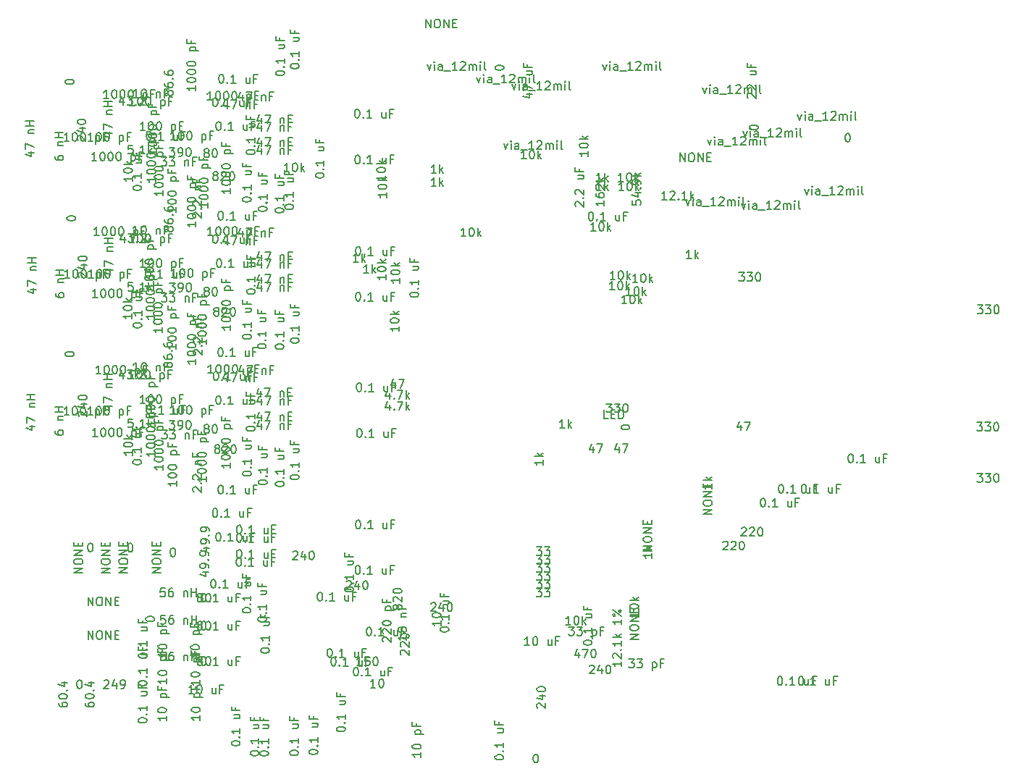
<source format=gbr>
G04 #@! TF.FileFunction,Other,Fab,Top*
%FSLAX46Y46*%
G04 Gerber Fmt 4.6, Leading zero omitted, Abs format (unit mm)*
G04 Created by KiCad (PCBNEW 4.0.5) date Tue Apr  4 23:40:04 2017*
%MOMM*%
%LPD*%
G01*
G04 APERTURE LIST*
%ADD10C,0.100000*%
%ADD11C,0.150000*%
G04 APERTURE END LIST*
D10*
D11*
X29287981Y84567686D02*
X29287981Y83901019D01*
X29049885Y84948638D02*
X28811790Y84234352D01*
X29430838Y84234352D01*
X29716552Y84901019D02*
X30383219Y84901019D01*
X29954647Y83901019D01*
X31526076Y84567686D02*
X31526076Y83901019D01*
X31526076Y84472448D02*
X31573695Y84520067D01*
X31668933Y84567686D01*
X31811791Y84567686D01*
X31907029Y84520067D01*
X31954648Y84424829D01*
X31954648Y83901019D01*
X32764172Y84424829D02*
X32430838Y84424829D01*
X32430838Y83901019D02*
X32430838Y84901019D01*
X32907029Y84901019D01*
X17089619Y84256619D02*
X16518190Y84256619D01*
X16803904Y84256619D02*
X16803904Y85256619D01*
X16708666Y85113762D01*
X16613428Y85018524D01*
X16518190Y84970905D01*
X17708666Y85256619D02*
X17803905Y85256619D01*
X17899143Y85209000D01*
X17946762Y85161381D01*
X17994381Y85066143D01*
X18042000Y84875667D01*
X18042000Y84637571D01*
X17994381Y84447095D01*
X17946762Y84351857D01*
X17899143Y84304238D01*
X17803905Y84256619D01*
X17708666Y84256619D01*
X17613428Y84304238D01*
X17565809Y84351857D01*
X17518190Y84447095D01*
X17470571Y84637571D01*
X17470571Y84875667D01*
X17518190Y85066143D01*
X17565809Y85161381D01*
X17613428Y85209000D01*
X17708666Y85256619D01*
X19232476Y84923286D02*
X19232476Y84256619D01*
X19232476Y84828048D02*
X19280095Y84875667D01*
X19375333Y84923286D01*
X19518191Y84923286D01*
X19613429Y84875667D01*
X19661048Y84780429D01*
X19661048Y84256619D01*
X20470572Y84780429D02*
X20137238Y84780429D01*
X20137238Y84256619D02*
X20137238Y85256619D01*
X20613429Y85256619D01*
X8993429Y79176619D02*
X8422000Y79176619D01*
X8707714Y79176619D02*
X8707714Y80176619D01*
X8612476Y80033762D01*
X8517238Y79938524D01*
X8422000Y79890905D01*
X9612476Y80176619D02*
X9707715Y80176619D01*
X9802953Y80129000D01*
X9850572Y80081381D01*
X9898191Y79986143D01*
X9945810Y79795667D01*
X9945810Y79557571D01*
X9898191Y79367095D01*
X9850572Y79271857D01*
X9802953Y79224238D01*
X9707715Y79176619D01*
X9612476Y79176619D01*
X9517238Y79224238D01*
X9469619Y79271857D01*
X9422000Y79367095D01*
X9374381Y79557571D01*
X9374381Y79795667D01*
X9422000Y79986143D01*
X9469619Y80081381D01*
X9517238Y80129000D01*
X9612476Y80176619D01*
X10564857Y80176619D02*
X10660096Y80176619D01*
X10755334Y80129000D01*
X10802953Y80081381D01*
X10850572Y79986143D01*
X10898191Y79795667D01*
X10898191Y79557571D01*
X10850572Y79367095D01*
X10802953Y79271857D01*
X10755334Y79224238D01*
X10660096Y79176619D01*
X10564857Y79176619D01*
X10469619Y79224238D01*
X10422000Y79271857D01*
X10374381Y79367095D01*
X10326762Y79557571D01*
X10326762Y79795667D01*
X10374381Y79986143D01*
X10422000Y80081381D01*
X10469619Y80129000D01*
X10564857Y80176619D01*
X12088667Y79843286D02*
X12088667Y78843286D01*
X12088667Y79795667D02*
X12183905Y79843286D01*
X12374382Y79843286D01*
X12469620Y79795667D01*
X12517239Y79748048D01*
X12564858Y79652810D01*
X12564858Y79367095D01*
X12517239Y79271857D01*
X12469620Y79224238D01*
X12374382Y79176619D01*
X12183905Y79176619D01*
X12088667Y79224238D01*
X13326763Y79700429D02*
X12993429Y79700429D01*
X12993429Y79176619D02*
X12993429Y80176619D01*
X13469620Y80176619D01*
X16638829Y83316819D02*
X16067400Y83316819D01*
X16353114Y83316819D02*
X16353114Y84316819D01*
X16257876Y84173962D01*
X16162638Y84078724D01*
X16067400Y84031105D01*
X17257876Y84316819D02*
X17353115Y84316819D01*
X17448353Y84269200D01*
X17495972Y84221581D01*
X17543591Y84126343D01*
X17591210Y83935867D01*
X17591210Y83697771D01*
X17543591Y83507295D01*
X17495972Y83412057D01*
X17448353Y83364438D01*
X17353115Y83316819D01*
X17257876Y83316819D01*
X17162638Y83364438D01*
X17115019Y83412057D01*
X17067400Y83507295D01*
X17019781Y83697771D01*
X17019781Y83935867D01*
X17067400Y84126343D01*
X17115019Y84221581D01*
X17162638Y84269200D01*
X17257876Y84316819D01*
X18210257Y84316819D02*
X18305496Y84316819D01*
X18400734Y84269200D01*
X18448353Y84221581D01*
X18495972Y84126343D01*
X18543591Y83935867D01*
X18543591Y83697771D01*
X18495972Y83507295D01*
X18448353Y83412057D01*
X18400734Y83364438D01*
X18305496Y83316819D01*
X18210257Y83316819D01*
X18115019Y83364438D01*
X18067400Y83412057D01*
X18019781Y83507295D01*
X17972162Y83697771D01*
X17972162Y83935867D01*
X18019781Y84126343D01*
X18067400Y84221581D01*
X18115019Y84269200D01*
X18210257Y84316819D01*
X19734067Y83983486D02*
X19734067Y82983486D01*
X19734067Y83935867D02*
X19829305Y83983486D01*
X20019782Y83983486D01*
X20115020Y83935867D01*
X20162639Y83888248D01*
X20210258Y83793010D01*
X20210258Y83507295D01*
X20162639Y83412057D01*
X20115020Y83364438D01*
X20019782Y83316819D01*
X19829305Y83316819D01*
X19734067Y83364438D01*
X20972163Y83840629D02*
X20638829Y83840629D01*
X20638829Y83316819D02*
X20638829Y84316819D01*
X21115020Y84316819D01*
X17883429Y80446619D02*
X17312000Y80446619D01*
X17597714Y80446619D02*
X17597714Y81446619D01*
X17502476Y81303762D01*
X17407238Y81208524D01*
X17312000Y81160905D01*
X18502476Y81446619D02*
X18597715Y81446619D01*
X18692953Y81399000D01*
X18740572Y81351381D01*
X18788191Y81256143D01*
X18835810Y81065667D01*
X18835810Y80827571D01*
X18788191Y80637095D01*
X18740572Y80541857D01*
X18692953Y80494238D01*
X18597715Y80446619D01*
X18502476Y80446619D01*
X18407238Y80494238D01*
X18359619Y80541857D01*
X18312000Y80637095D01*
X18264381Y80827571D01*
X18264381Y81065667D01*
X18312000Y81256143D01*
X18359619Y81351381D01*
X18407238Y81399000D01*
X18502476Y81446619D01*
X19454857Y81446619D02*
X19550096Y81446619D01*
X19645334Y81399000D01*
X19692953Y81351381D01*
X19740572Y81256143D01*
X19788191Y81065667D01*
X19788191Y80827571D01*
X19740572Y80637095D01*
X19692953Y80541857D01*
X19645334Y80494238D01*
X19550096Y80446619D01*
X19454857Y80446619D01*
X19359619Y80494238D01*
X19312000Y80541857D01*
X19264381Y80637095D01*
X19216762Y80827571D01*
X19216762Y81065667D01*
X19264381Y81256143D01*
X19312000Y81351381D01*
X19359619Y81399000D01*
X19454857Y81446619D01*
X20978667Y81113286D02*
X20978667Y80113286D01*
X20978667Y81065667D02*
X21073905Y81113286D01*
X21264382Y81113286D01*
X21359620Y81065667D01*
X21407239Y81018048D01*
X21454858Y80922810D01*
X21454858Y80637095D01*
X21407239Y80541857D01*
X21359620Y80494238D01*
X21264382Y80446619D01*
X21073905Y80446619D01*
X20978667Y80494238D01*
X22216763Y80970429D02*
X21883429Y80970429D01*
X21883429Y80446619D02*
X21883429Y81446619D01*
X22359620Y81446619D01*
X21439429Y79303619D02*
X20868000Y79303619D01*
X21153714Y79303619D02*
X21153714Y80303619D01*
X21058476Y80160762D01*
X20963238Y80065524D01*
X20868000Y80017905D01*
X22058476Y80303619D02*
X22153715Y80303619D01*
X22248953Y80256000D01*
X22296572Y80208381D01*
X22344191Y80113143D01*
X22391810Y79922667D01*
X22391810Y79684571D01*
X22344191Y79494095D01*
X22296572Y79398857D01*
X22248953Y79351238D01*
X22153715Y79303619D01*
X22058476Y79303619D01*
X21963238Y79351238D01*
X21915619Y79398857D01*
X21868000Y79494095D01*
X21820381Y79684571D01*
X21820381Y79922667D01*
X21868000Y80113143D01*
X21915619Y80208381D01*
X21963238Y80256000D01*
X22058476Y80303619D01*
X23010857Y80303619D02*
X23106096Y80303619D01*
X23201334Y80256000D01*
X23248953Y80208381D01*
X23296572Y80113143D01*
X23344191Y79922667D01*
X23344191Y79684571D01*
X23296572Y79494095D01*
X23248953Y79398857D01*
X23201334Y79351238D01*
X23106096Y79303619D01*
X23010857Y79303619D01*
X22915619Y79351238D01*
X22868000Y79398857D01*
X22820381Y79494095D01*
X22772762Y79684571D01*
X22772762Y79922667D01*
X22820381Y80113143D01*
X22868000Y80208381D01*
X22915619Y80256000D01*
X23010857Y80303619D01*
X24534667Y79970286D02*
X24534667Y78970286D01*
X24534667Y79922667D02*
X24629905Y79970286D01*
X24820382Y79970286D01*
X24915620Y79922667D01*
X24963239Y79875048D01*
X25010858Y79779810D01*
X25010858Y79494095D01*
X24963239Y79398857D01*
X24915620Y79351238D01*
X24820382Y79303619D01*
X24629905Y79303619D01*
X24534667Y79351238D01*
X25772763Y79827429D02*
X25439429Y79827429D01*
X25439429Y79303619D02*
X25439429Y80303619D01*
X25915620Y80303619D01*
X27484581Y83653286D02*
X27484581Y82986619D01*
X27246485Y84034238D02*
X27008390Y83319952D01*
X27627438Y83319952D01*
X27913152Y83986619D02*
X28579819Y83986619D01*
X28151247Y82986619D01*
X29722676Y83653286D02*
X29722676Y82986619D01*
X29722676Y83558048D02*
X29770295Y83605667D01*
X29865533Y83653286D01*
X30008391Y83653286D01*
X30103629Y83605667D01*
X30151248Y83510429D01*
X30151248Y82986619D01*
X30960772Y83510429D02*
X30627438Y83510429D01*
X30627438Y82986619D02*
X30627438Y83986619D01*
X31103629Y83986619D01*
X31472381Y81900686D02*
X31472381Y81234019D01*
X31234285Y82281638D02*
X30996190Y81567352D01*
X31615238Y81567352D01*
X31900952Y82234019D02*
X32567619Y82234019D01*
X32139047Y81234019D01*
X33710476Y81900686D02*
X33710476Y81234019D01*
X33710476Y81805448D02*
X33758095Y81853067D01*
X33853333Y81900686D01*
X33996191Y81900686D01*
X34091429Y81853067D01*
X34139048Y81757829D01*
X34139048Y81234019D01*
X34948572Y81757829D02*
X34615238Y81757829D01*
X34615238Y81234019D02*
X34615238Y82234019D01*
X35091429Y82234019D01*
X31472381Y81011686D02*
X31472381Y80345019D01*
X31234285Y81392638D02*
X30996190Y80678352D01*
X31615238Y80678352D01*
X31900952Y81345019D02*
X32567619Y81345019D01*
X32139047Y80345019D01*
X33710476Y81011686D02*
X33710476Y80345019D01*
X33710476Y80916448D02*
X33758095Y80964067D01*
X33853333Y81011686D01*
X33996191Y81011686D01*
X34091429Y80964067D01*
X34139048Y80868829D01*
X34139048Y80345019D01*
X34948572Y80868829D02*
X34615238Y80868829D01*
X34615238Y80345019D02*
X34615238Y81345019D01*
X35091429Y81345019D01*
X31472381Y79208286D02*
X31472381Y78541619D01*
X31234285Y79589238D02*
X30996190Y78874952D01*
X31615238Y78874952D01*
X31900952Y79541619D02*
X32567619Y79541619D01*
X32139047Y78541619D01*
X33710476Y79208286D02*
X33710476Y78541619D01*
X33710476Y79113048D02*
X33758095Y79160667D01*
X33853333Y79208286D01*
X33996191Y79208286D01*
X34091429Y79160667D01*
X34139048Y79065429D01*
X34139048Y78541619D01*
X34948572Y79065429D02*
X34615238Y79065429D01*
X34615238Y78541619D02*
X34615238Y79541619D01*
X35091429Y79541619D01*
X31472381Y78319286D02*
X31472381Y77652619D01*
X31234285Y78700238D02*
X30996190Y77985952D01*
X31615238Y77985952D01*
X31900952Y78652619D02*
X32567619Y78652619D01*
X32139047Y77652619D01*
X33710476Y78319286D02*
X33710476Y77652619D01*
X33710476Y78224048D02*
X33758095Y78271667D01*
X33853333Y78319286D01*
X33996191Y78319286D01*
X34091429Y78271667D01*
X34139048Y78176429D01*
X34139048Y77652619D01*
X34948572Y78176429D02*
X34615238Y78176429D01*
X34615238Y77652619D02*
X34615238Y78652619D01*
X35091429Y78652619D01*
X23576019Y70255095D02*
X23528400Y70302714D01*
X23480781Y70397952D01*
X23480781Y70636048D01*
X23528400Y70731286D01*
X23576019Y70778905D01*
X23671257Y70826524D01*
X23766495Y70826524D01*
X23909352Y70778905D01*
X24480781Y70207476D01*
X24480781Y70826524D01*
X24385543Y71255095D02*
X24433162Y71302714D01*
X24480781Y71255095D01*
X24433162Y71207476D01*
X24385543Y71255095D01*
X24480781Y71255095D01*
X23576019Y71683666D02*
X23528400Y71731285D01*
X23480781Y71826523D01*
X23480781Y72064619D01*
X23528400Y72159857D01*
X23576019Y72207476D01*
X23671257Y72255095D01*
X23766495Y72255095D01*
X23909352Y72207476D01*
X24480781Y71636047D01*
X24480781Y72255095D01*
X23814114Y73445571D02*
X24480781Y73445571D01*
X23909352Y73445571D02*
X23861733Y73493190D01*
X23814114Y73588428D01*
X23814114Y73731286D01*
X23861733Y73826524D01*
X23956971Y73874143D01*
X24480781Y73874143D01*
X23956971Y74683667D02*
X23956971Y74350333D01*
X24480781Y74350333D02*
X23480781Y74350333D01*
X23480781Y74826524D01*
X19772571Y77255619D02*
X20391619Y77255619D01*
X20058285Y76874667D01*
X20201143Y76874667D01*
X20296381Y76827048D01*
X20344000Y76779429D01*
X20391619Y76684190D01*
X20391619Y76446095D01*
X20344000Y76350857D01*
X20296381Y76303238D01*
X20201143Y76255619D01*
X19915428Y76255619D01*
X19820190Y76303238D01*
X19772571Y76350857D01*
X20724952Y77255619D02*
X21344000Y77255619D01*
X21010666Y76874667D01*
X21153524Y76874667D01*
X21248762Y76827048D01*
X21296381Y76779429D01*
X21344000Y76684190D01*
X21344000Y76446095D01*
X21296381Y76350857D01*
X21248762Y76303238D01*
X21153524Y76255619D01*
X20867809Y76255619D01*
X20772571Y76303238D01*
X20724952Y76350857D01*
X22534476Y76922286D02*
X22534476Y76255619D01*
X22534476Y76827048D02*
X22582095Y76874667D01*
X22677333Y76922286D01*
X22820191Y76922286D01*
X22915429Y76874667D01*
X22963048Y76779429D01*
X22963048Y76255619D01*
X23772572Y76779429D02*
X23439238Y76779429D01*
X23439238Y76255619D02*
X23439238Y77255619D01*
X23915429Y77255619D01*
X21534381Y71426629D02*
X21534381Y70855200D01*
X21534381Y71140914D02*
X20534381Y71140914D01*
X20677238Y71045676D01*
X20772476Y70950438D01*
X20820095Y70855200D01*
X20534381Y72045676D02*
X20534381Y72140915D01*
X20582000Y72236153D01*
X20629619Y72283772D01*
X20724857Y72331391D01*
X20915333Y72379010D01*
X21153429Y72379010D01*
X21343905Y72331391D01*
X21439143Y72283772D01*
X21486762Y72236153D01*
X21534381Y72140915D01*
X21534381Y72045676D01*
X21486762Y71950438D01*
X21439143Y71902819D01*
X21343905Y71855200D01*
X21153429Y71807581D01*
X20915333Y71807581D01*
X20724857Y71855200D01*
X20629619Y71902819D01*
X20582000Y71950438D01*
X20534381Y72045676D01*
X20534381Y72998057D02*
X20534381Y73093296D01*
X20582000Y73188534D01*
X20629619Y73236153D01*
X20724857Y73283772D01*
X20915333Y73331391D01*
X21153429Y73331391D01*
X21343905Y73283772D01*
X21439143Y73236153D01*
X21486762Y73188534D01*
X21534381Y73093296D01*
X21534381Y72998057D01*
X21486762Y72902819D01*
X21439143Y72855200D01*
X21343905Y72807581D01*
X21153429Y72759962D01*
X20915333Y72759962D01*
X20724857Y72807581D01*
X20629619Y72855200D01*
X20582000Y72902819D01*
X20534381Y72998057D01*
X20867714Y74521867D02*
X21867714Y74521867D01*
X20915333Y74521867D02*
X20867714Y74617105D01*
X20867714Y74807582D01*
X20915333Y74902820D01*
X20962952Y74950439D01*
X21058190Y74998058D01*
X21343905Y74998058D01*
X21439143Y74950439D01*
X21486762Y74902820D01*
X21534381Y74807582D01*
X21534381Y74617105D01*
X21486762Y74521867D01*
X21010571Y75759963D02*
X21010571Y75426629D01*
X21534381Y75426629D02*
X20534381Y75426629D01*
X20534381Y75902820D01*
X16470381Y73649390D02*
X16470381Y73744629D01*
X16518000Y73839867D01*
X16565619Y73887486D01*
X16660857Y73935105D01*
X16851333Y73982724D01*
X17089429Y73982724D01*
X17279905Y73935105D01*
X17375143Y73887486D01*
X17422762Y73839867D01*
X17470381Y73744629D01*
X17470381Y73649390D01*
X17422762Y73554152D01*
X17375143Y73506533D01*
X17279905Y73458914D01*
X17089429Y73411295D01*
X16851333Y73411295D01*
X16660857Y73458914D01*
X16565619Y73506533D01*
X16518000Y73554152D01*
X16470381Y73649390D01*
X17375143Y74411295D02*
X17422762Y74458914D01*
X17470381Y74411295D01*
X17422762Y74363676D01*
X17375143Y74411295D01*
X17470381Y74411295D01*
X17470381Y75411295D02*
X17470381Y74839866D01*
X17470381Y75125580D02*
X16470381Y75125580D01*
X16613238Y75030342D01*
X16708476Y74935104D01*
X16756095Y74839866D01*
X16803714Y77030343D02*
X17470381Y77030343D01*
X16803714Y76601771D02*
X17327524Y76601771D01*
X17422762Y76649390D01*
X17470381Y76744628D01*
X17470381Y76887486D01*
X17422762Y76982724D01*
X17375143Y77030343D01*
X16946571Y77839867D02*
X16946571Y77506533D01*
X17470381Y77506533D02*
X16470381Y77506533D01*
X16470381Y77982724D01*
X18270790Y80278219D02*
X18366029Y80278219D01*
X18461267Y80230600D01*
X18508886Y80182981D01*
X18556505Y80087743D01*
X18604124Y79897267D01*
X18604124Y79659171D01*
X18556505Y79468695D01*
X18508886Y79373457D01*
X18461267Y79325838D01*
X18366029Y79278219D01*
X18270790Y79278219D01*
X18175552Y79325838D01*
X18127933Y79373457D01*
X18080314Y79468695D01*
X18032695Y79659171D01*
X18032695Y79897267D01*
X18080314Y80087743D01*
X18127933Y80182981D01*
X18175552Y80230600D01*
X18270790Y80278219D01*
X19032695Y79373457D02*
X19080314Y79325838D01*
X19032695Y79278219D01*
X18985076Y79325838D01*
X19032695Y79373457D01*
X19032695Y79278219D01*
X20032695Y79278219D02*
X19461266Y79278219D01*
X19746980Y79278219D02*
X19746980Y80278219D01*
X19651742Y80135362D01*
X19556504Y80040124D01*
X19461266Y79992505D01*
X21651743Y79944886D02*
X21651743Y79278219D01*
X21223171Y79944886D02*
X21223171Y79421076D01*
X21270790Y79325838D01*
X21366028Y79278219D01*
X21508886Y79278219D01*
X21604124Y79325838D01*
X21651743Y79373457D01*
X22461267Y79802029D02*
X22127933Y79802029D01*
X22127933Y79278219D02*
X22127933Y80278219D01*
X22604124Y80278219D01*
X19984981Y73363438D02*
X19984981Y72792009D01*
X19984981Y73077723D02*
X18984981Y73077723D01*
X19127838Y72982485D01*
X19223076Y72887247D01*
X19270695Y72792009D01*
X18984981Y73982485D02*
X18984981Y74077724D01*
X19032600Y74172962D01*
X19080219Y74220581D01*
X19175457Y74268200D01*
X19365933Y74315819D01*
X19604029Y74315819D01*
X19794505Y74268200D01*
X19889743Y74220581D01*
X19937362Y74172962D01*
X19984981Y74077724D01*
X19984981Y73982485D01*
X19937362Y73887247D01*
X19889743Y73839628D01*
X19794505Y73792009D01*
X19604029Y73744390D01*
X19365933Y73744390D01*
X19175457Y73792009D01*
X19080219Y73839628D01*
X19032600Y73887247D01*
X18984981Y73982485D01*
X18984981Y74934866D02*
X18984981Y75030105D01*
X19032600Y75125343D01*
X19080219Y75172962D01*
X19175457Y75220581D01*
X19365933Y75268200D01*
X19604029Y75268200D01*
X19794505Y75220581D01*
X19889743Y75172962D01*
X19937362Y75125343D01*
X19984981Y75030105D01*
X19984981Y74934866D01*
X19937362Y74839628D01*
X19889743Y74792009D01*
X19794505Y74744390D01*
X19604029Y74696771D01*
X19365933Y74696771D01*
X19175457Y74744390D01*
X19080219Y74792009D01*
X19032600Y74839628D01*
X18984981Y74934866D01*
X18984981Y75887247D02*
X18984981Y75982486D01*
X19032600Y76077724D01*
X19080219Y76125343D01*
X19175457Y76172962D01*
X19365933Y76220581D01*
X19604029Y76220581D01*
X19794505Y76172962D01*
X19889743Y76125343D01*
X19937362Y76077724D01*
X19984981Y75982486D01*
X19984981Y75887247D01*
X19937362Y75792009D01*
X19889743Y75744390D01*
X19794505Y75696771D01*
X19604029Y75649152D01*
X19365933Y75649152D01*
X19175457Y75696771D01*
X19080219Y75744390D01*
X19032600Y75792009D01*
X18984981Y75887247D01*
X19318314Y77411057D02*
X20318314Y77411057D01*
X19365933Y77411057D02*
X19318314Y77506295D01*
X19318314Y77696772D01*
X19365933Y77792010D01*
X19413552Y77839629D01*
X19508790Y77887248D01*
X19794505Y77887248D01*
X19889743Y77839629D01*
X19937362Y77792010D01*
X19984981Y77696772D01*
X19984981Y77506295D01*
X19937362Y77411057D01*
X19461171Y78649153D02*
X19461171Y78315819D01*
X19984981Y78315819D02*
X18984981Y78315819D01*
X18984981Y78792010D01*
X27858981Y73642838D02*
X27858981Y73071409D01*
X27858981Y73357123D02*
X26858981Y73357123D01*
X27001838Y73261885D01*
X27097076Y73166647D01*
X27144695Y73071409D01*
X26858981Y74261885D02*
X26858981Y74357124D01*
X26906600Y74452362D01*
X26954219Y74499981D01*
X27049457Y74547600D01*
X27239933Y74595219D01*
X27478029Y74595219D01*
X27668505Y74547600D01*
X27763743Y74499981D01*
X27811362Y74452362D01*
X27858981Y74357124D01*
X27858981Y74261885D01*
X27811362Y74166647D01*
X27763743Y74119028D01*
X27668505Y74071409D01*
X27478029Y74023790D01*
X27239933Y74023790D01*
X27049457Y74071409D01*
X26954219Y74119028D01*
X26906600Y74166647D01*
X26858981Y74261885D01*
X26858981Y75214266D02*
X26858981Y75309505D01*
X26906600Y75404743D01*
X26954219Y75452362D01*
X27049457Y75499981D01*
X27239933Y75547600D01*
X27478029Y75547600D01*
X27668505Y75499981D01*
X27763743Y75452362D01*
X27811362Y75404743D01*
X27858981Y75309505D01*
X27858981Y75214266D01*
X27811362Y75119028D01*
X27763743Y75071409D01*
X27668505Y75023790D01*
X27478029Y74976171D01*
X27239933Y74976171D01*
X27049457Y75023790D01*
X26954219Y75071409D01*
X26906600Y75119028D01*
X26858981Y75214266D01*
X26858981Y76166647D02*
X26858981Y76261886D01*
X26906600Y76357124D01*
X26954219Y76404743D01*
X27049457Y76452362D01*
X27239933Y76499981D01*
X27478029Y76499981D01*
X27668505Y76452362D01*
X27763743Y76404743D01*
X27811362Y76357124D01*
X27858981Y76261886D01*
X27858981Y76166647D01*
X27811362Y76071409D01*
X27763743Y76023790D01*
X27668505Y75976171D01*
X27478029Y75928552D01*
X27239933Y75928552D01*
X27049457Y75976171D01*
X26954219Y76023790D01*
X26906600Y76071409D01*
X26858981Y76166647D01*
X27192314Y77690457D02*
X28192314Y77690457D01*
X27239933Y77690457D02*
X27192314Y77785695D01*
X27192314Y77976172D01*
X27239933Y78071410D01*
X27287552Y78119029D01*
X27382790Y78166648D01*
X27668505Y78166648D01*
X27763743Y78119029D01*
X27811362Y78071410D01*
X27858981Y77976172D01*
X27858981Y77785695D01*
X27811362Y77690457D01*
X27335171Y78928553D02*
X27335171Y78595219D01*
X27858981Y78595219D02*
X26858981Y78595219D01*
X26858981Y79071410D01*
X23794981Y85657038D02*
X23794981Y85085609D01*
X23794981Y85371323D02*
X22794981Y85371323D01*
X22937838Y85276085D01*
X23033076Y85180847D01*
X23080695Y85085609D01*
X22794981Y86276085D02*
X22794981Y86371324D01*
X22842600Y86466562D01*
X22890219Y86514181D01*
X22985457Y86561800D01*
X23175933Y86609419D01*
X23414029Y86609419D01*
X23604505Y86561800D01*
X23699743Y86514181D01*
X23747362Y86466562D01*
X23794981Y86371324D01*
X23794981Y86276085D01*
X23747362Y86180847D01*
X23699743Y86133228D01*
X23604505Y86085609D01*
X23414029Y86037990D01*
X23175933Y86037990D01*
X22985457Y86085609D01*
X22890219Y86133228D01*
X22842600Y86180847D01*
X22794981Y86276085D01*
X22794981Y87228466D02*
X22794981Y87323705D01*
X22842600Y87418943D01*
X22890219Y87466562D01*
X22985457Y87514181D01*
X23175933Y87561800D01*
X23414029Y87561800D01*
X23604505Y87514181D01*
X23699743Y87466562D01*
X23747362Y87418943D01*
X23794981Y87323705D01*
X23794981Y87228466D01*
X23747362Y87133228D01*
X23699743Y87085609D01*
X23604505Y87037990D01*
X23414029Y86990371D01*
X23175933Y86990371D01*
X22985457Y87037990D01*
X22890219Y87085609D01*
X22842600Y87133228D01*
X22794981Y87228466D01*
X22794981Y88180847D02*
X22794981Y88276086D01*
X22842600Y88371324D01*
X22890219Y88418943D01*
X22985457Y88466562D01*
X23175933Y88514181D01*
X23414029Y88514181D01*
X23604505Y88466562D01*
X23699743Y88418943D01*
X23747362Y88371324D01*
X23794981Y88276086D01*
X23794981Y88180847D01*
X23747362Y88085609D01*
X23699743Y88037990D01*
X23604505Y87990371D01*
X23414029Y87942752D01*
X23175933Y87942752D01*
X22985457Y87990371D01*
X22890219Y88037990D01*
X22842600Y88085609D01*
X22794981Y88180847D01*
X23128314Y89704657D02*
X24128314Y89704657D01*
X23175933Y89704657D02*
X23128314Y89799895D01*
X23128314Y89990372D01*
X23175933Y90085610D01*
X23223552Y90133229D01*
X23318790Y90180848D01*
X23604505Y90180848D01*
X23699743Y90133229D01*
X23747362Y90085610D01*
X23794981Y89990372D01*
X23794981Y89799895D01*
X23747362Y89704657D01*
X23271171Y90942753D02*
X23271171Y90609419D01*
X23794981Y90609419D02*
X22794981Y90609419D01*
X22794981Y91085610D01*
X19248381Y78214838D02*
X19248381Y77643409D01*
X19248381Y77929123D02*
X18248381Y77929123D01*
X18391238Y77833885D01*
X18486476Y77738647D01*
X18534095Y77643409D01*
X18248381Y78833885D02*
X18248381Y78929124D01*
X18296000Y79024362D01*
X18343619Y79071981D01*
X18438857Y79119600D01*
X18629333Y79167219D01*
X18867429Y79167219D01*
X19057905Y79119600D01*
X19153143Y79071981D01*
X19200762Y79024362D01*
X19248381Y78929124D01*
X19248381Y78833885D01*
X19200762Y78738647D01*
X19153143Y78691028D01*
X19057905Y78643409D01*
X18867429Y78595790D01*
X18629333Y78595790D01*
X18438857Y78643409D01*
X18343619Y78691028D01*
X18296000Y78738647D01*
X18248381Y78833885D01*
X18248381Y79786266D02*
X18248381Y79881505D01*
X18296000Y79976743D01*
X18343619Y80024362D01*
X18438857Y80071981D01*
X18629333Y80119600D01*
X18867429Y80119600D01*
X19057905Y80071981D01*
X19153143Y80024362D01*
X19200762Y79976743D01*
X19248381Y79881505D01*
X19248381Y79786266D01*
X19200762Y79691028D01*
X19153143Y79643409D01*
X19057905Y79595790D01*
X18867429Y79548171D01*
X18629333Y79548171D01*
X18438857Y79595790D01*
X18343619Y79643409D01*
X18296000Y79691028D01*
X18248381Y79786266D01*
X18248381Y80738647D02*
X18248381Y80833886D01*
X18296000Y80929124D01*
X18343619Y80976743D01*
X18438857Y81024362D01*
X18629333Y81071981D01*
X18867429Y81071981D01*
X19057905Y81024362D01*
X19153143Y80976743D01*
X19200762Y80929124D01*
X19248381Y80833886D01*
X19248381Y80738647D01*
X19200762Y80643409D01*
X19153143Y80595790D01*
X19057905Y80548171D01*
X18867429Y80500552D01*
X18629333Y80500552D01*
X18438857Y80548171D01*
X18343619Y80595790D01*
X18296000Y80643409D01*
X18248381Y80738647D01*
X18581714Y82262457D02*
X19581714Y82262457D01*
X18629333Y82262457D02*
X18581714Y82357695D01*
X18581714Y82548172D01*
X18629333Y82643410D01*
X18676952Y82691029D01*
X18772190Y82738648D01*
X19057905Y82738648D01*
X19153143Y82691029D01*
X19200762Y82643410D01*
X19248381Y82548172D01*
X19248381Y82357695D01*
X19200762Y82262457D01*
X18724571Y83500553D02*
X18724571Y83167219D01*
X19248381Y83167219D02*
X18248381Y83167219D01*
X18248381Y83643410D01*
X25738438Y83977219D02*
X25167009Y83977219D01*
X25452723Y83977219D02*
X25452723Y84977219D01*
X25357485Y84834362D01*
X25262247Y84739124D01*
X25167009Y84691505D01*
X26357485Y84977219D02*
X26452724Y84977219D01*
X26547962Y84929600D01*
X26595581Y84881981D01*
X26643200Y84786743D01*
X26690819Y84596267D01*
X26690819Y84358171D01*
X26643200Y84167695D01*
X26595581Y84072457D01*
X26547962Y84024838D01*
X26452724Y83977219D01*
X26357485Y83977219D01*
X26262247Y84024838D01*
X26214628Y84072457D01*
X26167009Y84167695D01*
X26119390Y84358171D01*
X26119390Y84596267D01*
X26167009Y84786743D01*
X26214628Y84881981D01*
X26262247Y84929600D01*
X26357485Y84977219D01*
X27309866Y84977219D02*
X27405105Y84977219D01*
X27500343Y84929600D01*
X27547962Y84881981D01*
X27595581Y84786743D01*
X27643200Y84596267D01*
X27643200Y84358171D01*
X27595581Y84167695D01*
X27547962Y84072457D01*
X27500343Y84024838D01*
X27405105Y83977219D01*
X27309866Y83977219D01*
X27214628Y84024838D01*
X27167009Y84072457D01*
X27119390Y84167695D01*
X27071771Y84358171D01*
X27071771Y84596267D01*
X27119390Y84786743D01*
X27167009Y84881981D01*
X27214628Y84929600D01*
X27309866Y84977219D01*
X28262247Y84977219D02*
X28357486Y84977219D01*
X28452724Y84929600D01*
X28500343Y84881981D01*
X28547962Y84786743D01*
X28595581Y84596267D01*
X28595581Y84358171D01*
X28547962Y84167695D01*
X28500343Y84072457D01*
X28452724Y84024838D01*
X28357486Y83977219D01*
X28262247Y83977219D01*
X28167009Y84024838D01*
X28119390Y84072457D01*
X28071771Y84167695D01*
X28024152Y84358171D01*
X28024152Y84596267D01*
X28071771Y84786743D01*
X28119390Y84881981D01*
X28167009Y84929600D01*
X28262247Y84977219D01*
X29786057Y84643886D02*
X29786057Y83643886D01*
X29786057Y84596267D02*
X29881295Y84643886D01*
X30071772Y84643886D01*
X30167010Y84596267D01*
X30214629Y84548648D01*
X30262248Y84453410D01*
X30262248Y84167695D01*
X30214629Y84072457D01*
X30167010Y84024838D01*
X30071772Y83977219D01*
X29881295Y83977219D01*
X29786057Y84024838D01*
X31024153Y84501029D02*
X30690819Y84501029D01*
X30690819Y83977219D02*
X30690819Y84977219D01*
X31167010Y84977219D01*
X25242781Y71966438D02*
X25242781Y71395009D01*
X25242781Y71680723D02*
X24242781Y71680723D01*
X24385638Y71585485D01*
X24480876Y71490247D01*
X24528495Y71395009D01*
X24242781Y72585485D02*
X24242781Y72680724D01*
X24290400Y72775962D01*
X24338019Y72823581D01*
X24433257Y72871200D01*
X24623733Y72918819D01*
X24861829Y72918819D01*
X25052305Y72871200D01*
X25147543Y72823581D01*
X25195162Y72775962D01*
X25242781Y72680724D01*
X25242781Y72585485D01*
X25195162Y72490247D01*
X25147543Y72442628D01*
X25052305Y72395009D01*
X24861829Y72347390D01*
X24623733Y72347390D01*
X24433257Y72395009D01*
X24338019Y72442628D01*
X24290400Y72490247D01*
X24242781Y72585485D01*
X24242781Y73537866D02*
X24242781Y73633105D01*
X24290400Y73728343D01*
X24338019Y73775962D01*
X24433257Y73823581D01*
X24623733Y73871200D01*
X24861829Y73871200D01*
X25052305Y73823581D01*
X25147543Y73775962D01*
X25195162Y73728343D01*
X25242781Y73633105D01*
X25242781Y73537866D01*
X25195162Y73442628D01*
X25147543Y73395009D01*
X25052305Y73347390D01*
X24861829Y73299771D01*
X24623733Y73299771D01*
X24433257Y73347390D01*
X24338019Y73395009D01*
X24290400Y73442628D01*
X24242781Y73537866D01*
X24242781Y74490247D02*
X24242781Y74585486D01*
X24290400Y74680724D01*
X24338019Y74728343D01*
X24433257Y74775962D01*
X24623733Y74823581D01*
X24861829Y74823581D01*
X25052305Y74775962D01*
X25147543Y74728343D01*
X25195162Y74680724D01*
X25242781Y74585486D01*
X25242781Y74490247D01*
X25195162Y74395009D01*
X25147543Y74347390D01*
X25052305Y74299771D01*
X24861829Y74252152D01*
X24623733Y74252152D01*
X24433257Y74299771D01*
X24338019Y74347390D01*
X24290400Y74395009D01*
X24242781Y74490247D01*
X24576114Y76014057D02*
X25576114Y76014057D01*
X24623733Y76014057D02*
X24576114Y76109295D01*
X24576114Y76299772D01*
X24623733Y76395010D01*
X24671352Y76442629D01*
X24766590Y76490248D01*
X25052305Y76490248D01*
X25147543Y76442629D01*
X25195162Y76395010D01*
X25242781Y76299772D01*
X25242781Y76109295D01*
X25195162Y76014057D01*
X24718971Y77252153D02*
X24718971Y76918819D01*
X25242781Y76918819D02*
X24242781Y76918819D01*
X24242781Y77395010D01*
X19095981Y74938238D02*
X19095981Y74366809D01*
X19095981Y74652523D02*
X18095981Y74652523D01*
X18238838Y74557285D01*
X18334076Y74462047D01*
X18381695Y74366809D01*
X18095981Y75557285D02*
X18095981Y75652524D01*
X18143600Y75747762D01*
X18191219Y75795381D01*
X18286457Y75843000D01*
X18476933Y75890619D01*
X18715029Y75890619D01*
X18905505Y75843000D01*
X19000743Y75795381D01*
X19048362Y75747762D01*
X19095981Y75652524D01*
X19095981Y75557285D01*
X19048362Y75462047D01*
X19000743Y75414428D01*
X18905505Y75366809D01*
X18715029Y75319190D01*
X18476933Y75319190D01*
X18286457Y75366809D01*
X18191219Y75414428D01*
X18143600Y75462047D01*
X18095981Y75557285D01*
X18095981Y76509666D02*
X18095981Y76604905D01*
X18143600Y76700143D01*
X18191219Y76747762D01*
X18286457Y76795381D01*
X18476933Y76843000D01*
X18715029Y76843000D01*
X18905505Y76795381D01*
X19000743Y76747762D01*
X19048362Y76700143D01*
X19095981Y76604905D01*
X19095981Y76509666D01*
X19048362Y76414428D01*
X19000743Y76366809D01*
X18905505Y76319190D01*
X18715029Y76271571D01*
X18476933Y76271571D01*
X18286457Y76319190D01*
X18191219Y76366809D01*
X18143600Y76414428D01*
X18095981Y76509666D01*
X18095981Y77462047D02*
X18095981Y77557286D01*
X18143600Y77652524D01*
X18191219Y77700143D01*
X18286457Y77747762D01*
X18476933Y77795381D01*
X18715029Y77795381D01*
X18905505Y77747762D01*
X19000743Y77700143D01*
X19048362Y77652524D01*
X19095981Y77557286D01*
X19095981Y77462047D01*
X19048362Y77366809D01*
X19000743Y77319190D01*
X18905505Y77271571D01*
X18715029Y77223952D01*
X18476933Y77223952D01*
X18286457Y77271571D01*
X18191219Y77319190D01*
X18143600Y77366809D01*
X18095981Y77462047D01*
X18429314Y78985857D02*
X19429314Y78985857D01*
X18476933Y78985857D02*
X18429314Y79081095D01*
X18429314Y79271572D01*
X18476933Y79366810D01*
X18524552Y79414429D01*
X18619790Y79462048D01*
X18905505Y79462048D01*
X19000743Y79414429D01*
X19048362Y79366810D01*
X19095981Y79271572D01*
X19095981Y79081095D01*
X19048362Y78985857D01*
X18572171Y80223953D02*
X18572171Y79890619D01*
X19095981Y79890619D02*
X18095981Y79890619D01*
X18095981Y80366810D01*
X11787429Y79176619D02*
X11216000Y79176619D01*
X11501714Y79176619D02*
X11501714Y80176619D01*
X11406476Y80033762D01*
X11311238Y79938524D01*
X11216000Y79890905D01*
X12406476Y80176619D02*
X12501715Y80176619D01*
X12596953Y80129000D01*
X12644572Y80081381D01*
X12692191Y79986143D01*
X12739810Y79795667D01*
X12739810Y79557571D01*
X12692191Y79367095D01*
X12644572Y79271857D01*
X12596953Y79224238D01*
X12501715Y79176619D01*
X12406476Y79176619D01*
X12311238Y79224238D01*
X12263619Y79271857D01*
X12216000Y79367095D01*
X12168381Y79557571D01*
X12168381Y79795667D01*
X12216000Y79986143D01*
X12263619Y80081381D01*
X12311238Y80129000D01*
X12406476Y80176619D01*
X13358857Y80176619D02*
X13454096Y80176619D01*
X13549334Y80129000D01*
X13596953Y80081381D01*
X13644572Y79986143D01*
X13692191Y79795667D01*
X13692191Y79557571D01*
X13644572Y79367095D01*
X13596953Y79271857D01*
X13549334Y79224238D01*
X13454096Y79176619D01*
X13358857Y79176619D01*
X13263619Y79224238D01*
X13216000Y79271857D01*
X13168381Y79367095D01*
X13120762Y79557571D01*
X13120762Y79795667D01*
X13168381Y79986143D01*
X13216000Y80081381D01*
X13263619Y80129000D01*
X13358857Y80176619D01*
X14882667Y79843286D02*
X14882667Y78843286D01*
X14882667Y79795667D02*
X14977905Y79843286D01*
X15168382Y79843286D01*
X15263620Y79795667D01*
X15311239Y79748048D01*
X15358858Y79652810D01*
X15358858Y79367095D01*
X15311239Y79271857D01*
X15263620Y79224238D01*
X15168382Y79176619D01*
X14977905Y79176619D01*
X14882667Y79224238D01*
X16120763Y79700429D02*
X15787429Y79700429D01*
X15787429Y79176619D02*
X15787429Y80176619D01*
X16263620Y80176619D01*
X26036590Y84240619D02*
X26131829Y84240619D01*
X26227067Y84193000D01*
X26274686Y84145381D01*
X26322305Y84050143D01*
X26369924Y83859667D01*
X26369924Y83621571D01*
X26322305Y83431095D01*
X26274686Y83335857D01*
X26227067Y83288238D01*
X26131829Y83240619D01*
X26036590Y83240619D01*
X25941352Y83288238D01*
X25893733Y83335857D01*
X25846114Y83431095D01*
X25798495Y83621571D01*
X25798495Y83859667D01*
X25846114Y84050143D01*
X25893733Y84145381D01*
X25941352Y84193000D01*
X26036590Y84240619D01*
X26798495Y83335857D02*
X26846114Y83288238D01*
X26798495Y83240619D01*
X26750876Y83288238D01*
X26798495Y83335857D01*
X26798495Y83240619D01*
X27798495Y83240619D02*
X27227066Y83240619D01*
X27512780Y83240619D02*
X27512780Y84240619D01*
X27417542Y84097762D01*
X27322304Y84002524D01*
X27227066Y83954905D01*
X29417543Y83907286D02*
X29417543Y83240619D01*
X28988971Y83907286D02*
X28988971Y83383476D01*
X29036590Y83288238D01*
X29131828Y83240619D01*
X29274686Y83240619D01*
X29369924Y83288238D01*
X29417543Y83335857D01*
X30227067Y83764429D02*
X29893733Y83764429D01*
X29893733Y83240619D02*
X29893733Y84240619D01*
X30369924Y84240619D01*
X26728990Y86958419D02*
X26824229Y86958419D01*
X26919467Y86910800D01*
X26967086Y86863181D01*
X27014705Y86767943D01*
X27062324Y86577467D01*
X27062324Y86339371D01*
X27014705Y86148895D01*
X26967086Y86053657D01*
X26919467Y86006038D01*
X26824229Y85958419D01*
X26728990Y85958419D01*
X26633752Y86006038D01*
X26586133Y86053657D01*
X26538514Y86148895D01*
X26490895Y86339371D01*
X26490895Y86577467D01*
X26538514Y86767943D01*
X26586133Y86863181D01*
X26633752Y86910800D01*
X26728990Y86958419D01*
X27490895Y86053657D02*
X27538514Y86006038D01*
X27490895Y85958419D01*
X27443276Y86006038D01*
X27490895Y86053657D01*
X27490895Y85958419D01*
X28490895Y85958419D02*
X27919466Y85958419D01*
X28205180Y85958419D02*
X28205180Y86958419D01*
X28109942Y86815562D01*
X28014704Y86720324D01*
X27919466Y86672705D01*
X30109943Y86625086D02*
X30109943Y85958419D01*
X29681371Y86625086D02*
X29681371Y86101276D01*
X29728990Y86006038D01*
X29824228Y85958419D01*
X29967086Y85958419D01*
X30062324Y86006038D01*
X30109943Y86053657D01*
X30919467Y86482229D02*
X30586133Y86482229D01*
X30586133Y85958419D02*
X30586133Y86958419D01*
X31062324Y86958419D01*
X26424190Y81446619D02*
X26519429Y81446619D01*
X26614667Y81399000D01*
X26662286Y81351381D01*
X26709905Y81256143D01*
X26757524Y81065667D01*
X26757524Y80827571D01*
X26709905Y80637095D01*
X26662286Y80541857D01*
X26614667Y80494238D01*
X26519429Y80446619D01*
X26424190Y80446619D01*
X26328952Y80494238D01*
X26281333Y80541857D01*
X26233714Y80637095D01*
X26186095Y80827571D01*
X26186095Y81065667D01*
X26233714Y81256143D01*
X26281333Y81351381D01*
X26328952Y81399000D01*
X26424190Y81446619D01*
X27186095Y80541857D02*
X27233714Y80494238D01*
X27186095Y80446619D01*
X27138476Y80494238D01*
X27186095Y80541857D01*
X27186095Y80446619D01*
X28186095Y80446619D02*
X27614666Y80446619D01*
X27900380Y80446619D02*
X27900380Y81446619D01*
X27805142Y81303762D01*
X27709904Y81208524D01*
X27614666Y81160905D01*
X29805143Y81113286D02*
X29805143Y80446619D01*
X29376571Y81113286D02*
X29376571Y80589476D01*
X29424190Y80494238D01*
X29519428Y80446619D01*
X29662286Y80446619D01*
X29757524Y80494238D01*
X29805143Y80541857D01*
X30614667Y80970429D02*
X30281333Y80970429D01*
X30281333Y80446619D02*
X30281333Y81446619D01*
X30757524Y81446619D01*
X31126181Y71204390D02*
X31126181Y71299629D01*
X31173800Y71394867D01*
X31221419Y71442486D01*
X31316657Y71490105D01*
X31507133Y71537724D01*
X31745229Y71537724D01*
X31935705Y71490105D01*
X32030943Y71442486D01*
X32078562Y71394867D01*
X32126181Y71299629D01*
X32126181Y71204390D01*
X32078562Y71109152D01*
X32030943Y71061533D01*
X31935705Y71013914D01*
X31745229Y70966295D01*
X31507133Y70966295D01*
X31316657Y71013914D01*
X31221419Y71061533D01*
X31173800Y71109152D01*
X31126181Y71204390D01*
X32030943Y71966295D02*
X32078562Y72013914D01*
X32126181Y71966295D01*
X32078562Y71918676D01*
X32030943Y71966295D01*
X32126181Y71966295D01*
X32126181Y72966295D02*
X32126181Y72394866D01*
X32126181Y72680580D02*
X31126181Y72680580D01*
X31269038Y72585342D01*
X31364276Y72490104D01*
X31411895Y72394866D01*
X31459514Y74585343D02*
X32126181Y74585343D01*
X31459514Y74156771D02*
X31983324Y74156771D01*
X32078562Y74204390D01*
X32126181Y74299628D01*
X32126181Y74442486D01*
X32078562Y74537724D01*
X32030943Y74585343D01*
X31602371Y75394867D02*
X31602371Y75061533D01*
X32126181Y75061533D02*
X31126181Y75061533D01*
X31126181Y75537724D01*
X29271981Y72296590D02*
X29271981Y72391829D01*
X29319600Y72487067D01*
X29367219Y72534686D01*
X29462457Y72582305D01*
X29652933Y72629924D01*
X29891029Y72629924D01*
X30081505Y72582305D01*
X30176743Y72534686D01*
X30224362Y72487067D01*
X30271981Y72391829D01*
X30271981Y72296590D01*
X30224362Y72201352D01*
X30176743Y72153733D01*
X30081505Y72106114D01*
X29891029Y72058495D01*
X29652933Y72058495D01*
X29462457Y72106114D01*
X29367219Y72153733D01*
X29319600Y72201352D01*
X29271981Y72296590D01*
X30176743Y73058495D02*
X30224362Y73106114D01*
X30271981Y73058495D01*
X30224362Y73010876D01*
X30176743Y73058495D01*
X30271981Y73058495D01*
X30271981Y74058495D02*
X30271981Y73487066D01*
X30271981Y73772780D02*
X29271981Y73772780D01*
X29414838Y73677542D01*
X29510076Y73582304D01*
X29557695Y73487066D01*
X29605314Y75677543D02*
X30271981Y75677543D01*
X29605314Y75248971D02*
X30129124Y75248971D01*
X30224362Y75296590D01*
X30271981Y75391828D01*
X30271981Y75534686D01*
X30224362Y75629924D01*
X30176743Y75677543D01*
X29748171Y76487067D02*
X29748171Y76153733D01*
X30271981Y76153733D02*
X29271981Y76153733D01*
X29271981Y76629924D01*
X42680190Y77509619D02*
X42775429Y77509619D01*
X42870667Y77462000D01*
X42918286Y77414381D01*
X42965905Y77319143D01*
X43013524Y77128667D01*
X43013524Y76890571D01*
X42965905Y76700095D01*
X42918286Y76604857D01*
X42870667Y76557238D01*
X42775429Y76509619D01*
X42680190Y76509619D01*
X42584952Y76557238D01*
X42537333Y76604857D01*
X42489714Y76700095D01*
X42442095Y76890571D01*
X42442095Y77128667D01*
X42489714Y77319143D01*
X42537333Y77414381D01*
X42584952Y77462000D01*
X42680190Y77509619D01*
X43442095Y76604857D02*
X43489714Y76557238D01*
X43442095Y76509619D01*
X43394476Y76557238D01*
X43442095Y76604857D01*
X43442095Y76509619D01*
X44442095Y76509619D02*
X43870666Y76509619D01*
X44156380Y76509619D02*
X44156380Y77509619D01*
X44061142Y77366762D01*
X43965904Y77271524D01*
X43870666Y77223905D01*
X46061143Y77176286D02*
X46061143Y76509619D01*
X45632571Y77176286D02*
X45632571Y76652476D01*
X45680190Y76557238D01*
X45775428Y76509619D01*
X45918286Y76509619D01*
X46013524Y76557238D01*
X46061143Y76604857D01*
X46870667Y77033429D02*
X46537333Y77033429D01*
X46537333Y76509619D02*
X46537333Y77509619D01*
X47013524Y77509619D01*
X33158181Y87079390D02*
X33158181Y87174629D01*
X33205800Y87269867D01*
X33253419Y87317486D01*
X33348657Y87365105D01*
X33539133Y87412724D01*
X33777229Y87412724D01*
X33967705Y87365105D01*
X34062943Y87317486D01*
X34110562Y87269867D01*
X34158181Y87174629D01*
X34158181Y87079390D01*
X34110562Y86984152D01*
X34062943Y86936533D01*
X33967705Y86888914D01*
X33777229Y86841295D01*
X33539133Y86841295D01*
X33348657Y86888914D01*
X33253419Y86936533D01*
X33205800Y86984152D01*
X33158181Y87079390D01*
X34062943Y87841295D02*
X34110562Y87888914D01*
X34158181Y87841295D01*
X34110562Y87793676D01*
X34062943Y87841295D01*
X34158181Y87841295D01*
X34158181Y88841295D02*
X34158181Y88269866D01*
X34158181Y88555580D02*
X33158181Y88555580D01*
X33301038Y88460342D01*
X33396276Y88365104D01*
X33443895Y88269866D01*
X33491514Y90460343D02*
X34158181Y90460343D01*
X33491514Y90031771D02*
X34015324Y90031771D01*
X34110562Y90079390D01*
X34158181Y90174628D01*
X34158181Y90317486D01*
X34110562Y90412724D01*
X34062943Y90460343D01*
X33634371Y91269867D02*
X33634371Y90936533D01*
X34158181Y90936533D02*
X33158181Y90936533D01*
X33158181Y91412724D01*
X34885381Y87892190D02*
X34885381Y87987429D01*
X34933000Y88082667D01*
X34980619Y88130286D01*
X35075857Y88177905D01*
X35266333Y88225524D01*
X35504429Y88225524D01*
X35694905Y88177905D01*
X35790143Y88130286D01*
X35837762Y88082667D01*
X35885381Y87987429D01*
X35885381Y87892190D01*
X35837762Y87796952D01*
X35790143Y87749333D01*
X35694905Y87701714D01*
X35504429Y87654095D01*
X35266333Y87654095D01*
X35075857Y87701714D01*
X34980619Y87749333D01*
X34933000Y87796952D01*
X34885381Y87892190D01*
X35790143Y88654095D02*
X35837762Y88701714D01*
X35885381Y88654095D01*
X35837762Y88606476D01*
X35790143Y88654095D01*
X35885381Y88654095D01*
X35885381Y89654095D02*
X35885381Y89082666D01*
X35885381Y89368380D02*
X34885381Y89368380D01*
X35028238Y89273142D01*
X35123476Y89177904D01*
X35171095Y89082666D01*
X35218714Y91273143D02*
X35885381Y91273143D01*
X35218714Y90844571D02*
X35742524Y90844571D01*
X35837762Y90892190D01*
X35885381Y90987428D01*
X35885381Y91130286D01*
X35837762Y91225524D01*
X35790143Y91273143D01*
X35361571Y92082667D02*
X35361571Y91749333D01*
X35885381Y91749333D02*
X34885381Y91749333D01*
X34885381Y92225524D01*
X42629390Y82894419D02*
X42724629Y82894419D01*
X42819867Y82846800D01*
X42867486Y82799181D01*
X42915105Y82703943D01*
X42962724Y82513467D01*
X42962724Y82275371D01*
X42915105Y82084895D01*
X42867486Y81989657D01*
X42819867Y81942038D01*
X42724629Y81894419D01*
X42629390Y81894419D01*
X42534152Y81942038D01*
X42486533Y81989657D01*
X42438914Y82084895D01*
X42391295Y82275371D01*
X42391295Y82513467D01*
X42438914Y82703943D01*
X42486533Y82799181D01*
X42534152Y82846800D01*
X42629390Y82894419D01*
X43391295Y81989657D02*
X43438914Y81942038D01*
X43391295Y81894419D01*
X43343676Y81942038D01*
X43391295Y81989657D01*
X43391295Y81894419D01*
X44391295Y81894419D02*
X43819866Y81894419D01*
X44105580Y81894419D02*
X44105580Y82894419D01*
X44010342Y82751562D01*
X43915104Y82656324D01*
X43819866Y82608705D01*
X46010343Y82561086D02*
X46010343Y81894419D01*
X45581771Y82561086D02*
X45581771Y82037276D01*
X45629390Y81942038D01*
X45724628Y81894419D01*
X45867486Y81894419D01*
X45962724Y81942038D01*
X46010343Y81989657D01*
X46819867Y82418229D02*
X46486533Y82418229D01*
X46486533Y81894419D02*
X46486533Y82894419D01*
X46962724Y82894419D01*
X29729181Y77833790D02*
X29729181Y77929029D01*
X29776800Y78024267D01*
X29824419Y78071886D01*
X29919657Y78119505D01*
X30110133Y78167124D01*
X30348229Y78167124D01*
X30538705Y78119505D01*
X30633943Y78071886D01*
X30681562Y78024267D01*
X30729181Y77929029D01*
X30729181Y77833790D01*
X30681562Y77738552D01*
X30633943Y77690933D01*
X30538705Y77643314D01*
X30348229Y77595695D01*
X30110133Y77595695D01*
X29919657Y77643314D01*
X29824419Y77690933D01*
X29776800Y77738552D01*
X29729181Y77833790D01*
X30633943Y78595695D02*
X30681562Y78643314D01*
X30729181Y78595695D01*
X30681562Y78548076D01*
X30633943Y78595695D01*
X30729181Y78595695D01*
X30729181Y79595695D02*
X30729181Y79024266D01*
X30729181Y79309980D02*
X29729181Y79309980D01*
X29872038Y79214742D01*
X29967276Y79119504D01*
X30014895Y79024266D01*
X30062514Y81214743D02*
X30729181Y81214743D01*
X30062514Y80786171D02*
X30586324Y80786171D01*
X30681562Y80833790D01*
X30729181Y80929028D01*
X30729181Y81071886D01*
X30681562Y81167124D01*
X30633943Y81214743D01*
X30205371Y82024267D02*
X30205371Y81690933D01*
X30729181Y81690933D02*
X29729181Y81690933D01*
X29729181Y82167124D01*
X26678190Y38927019D02*
X26773429Y38927019D01*
X26868667Y38879400D01*
X26916286Y38831781D01*
X26963905Y38736543D01*
X27011524Y38546067D01*
X27011524Y38307971D01*
X26963905Y38117495D01*
X26916286Y38022257D01*
X26868667Y37974638D01*
X26773429Y37927019D01*
X26678190Y37927019D01*
X26582952Y37974638D01*
X26535333Y38022257D01*
X26487714Y38117495D01*
X26440095Y38307971D01*
X26440095Y38546067D01*
X26487714Y38736543D01*
X26535333Y38831781D01*
X26582952Y38879400D01*
X26678190Y38927019D01*
X27440095Y38022257D02*
X27487714Y37974638D01*
X27440095Y37927019D01*
X27392476Y37974638D01*
X27440095Y38022257D01*
X27440095Y37927019D01*
X28440095Y37927019D02*
X27868666Y37927019D01*
X28154380Y37927019D02*
X28154380Y38927019D01*
X28059142Y38784162D01*
X27963904Y38688924D01*
X27868666Y38641305D01*
X30059143Y38593686D02*
X30059143Y37927019D01*
X29630571Y38593686D02*
X29630571Y38069876D01*
X29678190Y37974638D01*
X29773428Y37927019D01*
X29916286Y37927019D01*
X30011524Y37974638D01*
X30059143Y38022257D01*
X30868667Y38450829D02*
X30535333Y38450829D01*
X30535333Y37927019D02*
X30535333Y38927019D01*
X31011524Y38927019D01*
X26398790Y33389819D02*
X26494029Y33389819D01*
X26589267Y33342200D01*
X26636886Y33294581D01*
X26684505Y33199343D01*
X26732124Y33008867D01*
X26732124Y32770771D01*
X26684505Y32580295D01*
X26636886Y32485057D01*
X26589267Y32437438D01*
X26494029Y32389819D01*
X26398790Y32389819D01*
X26303552Y32437438D01*
X26255933Y32485057D01*
X26208314Y32580295D01*
X26160695Y32770771D01*
X26160695Y33008867D01*
X26208314Y33199343D01*
X26255933Y33294581D01*
X26303552Y33342200D01*
X26398790Y33389819D01*
X27160695Y32485057D02*
X27208314Y32437438D01*
X27160695Y32389819D01*
X27113076Y32437438D01*
X27160695Y32485057D01*
X27160695Y32389819D01*
X28160695Y32389819D02*
X27589266Y32389819D01*
X27874980Y32389819D02*
X27874980Y33389819D01*
X27779742Y33246962D01*
X27684504Y33151724D01*
X27589266Y33104105D01*
X29779743Y33056486D02*
X29779743Y32389819D01*
X29351171Y33056486D02*
X29351171Y32532676D01*
X29398790Y32437438D01*
X29494028Y32389819D01*
X29636886Y32389819D01*
X29732124Y32437438D01*
X29779743Y32485057D01*
X30589267Y32913629D02*
X30255933Y32913629D01*
X30255933Y32389819D02*
X30255933Y33389819D01*
X30732124Y33389819D01*
X26017790Y36209219D02*
X26113029Y36209219D01*
X26208267Y36161600D01*
X26255886Y36113981D01*
X26303505Y36018743D01*
X26351124Y35828267D01*
X26351124Y35590171D01*
X26303505Y35399695D01*
X26255886Y35304457D01*
X26208267Y35256838D01*
X26113029Y35209219D01*
X26017790Y35209219D01*
X25922552Y35256838D01*
X25874933Y35304457D01*
X25827314Y35399695D01*
X25779695Y35590171D01*
X25779695Y35828267D01*
X25827314Y36018743D01*
X25874933Y36113981D01*
X25922552Y36161600D01*
X26017790Y36209219D01*
X26779695Y35304457D02*
X26827314Y35256838D01*
X26779695Y35209219D01*
X26732076Y35256838D01*
X26779695Y35304457D01*
X26779695Y35209219D01*
X27779695Y35209219D02*
X27208266Y35209219D01*
X27493980Y35209219D02*
X27493980Y36209219D01*
X27398742Y36066362D01*
X27303504Y35971124D01*
X27208266Y35923505D01*
X29398743Y35875886D02*
X29398743Y35209219D01*
X28970171Y35875886D02*
X28970171Y35352076D01*
X29017790Y35256838D01*
X29113028Y35209219D01*
X29255886Y35209219D01*
X29351124Y35256838D01*
X29398743Y35304457D01*
X30208267Y35733029D02*
X29874933Y35733029D01*
X29874933Y35209219D02*
X29874933Y36209219D01*
X30351124Y36209219D01*
X39415780Y19826219D02*
X39511019Y19826219D01*
X39606257Y19778600D01*
X39653876Y19730981D01*
X39701495Y19635743D01*
X39749114Y19445267D01*
X39749114Y19207171D01*
X39701495Y19016695D01*
X39653876Y18921457D01*
X39606257Y18873838D01*
X39511019Y18826219D01*
X39415780Y18826219D01*
X39320542Y18873838D01*
X39272923Y18921457D01*
X39225304Y19016695D01*
X39177685Y19207171D01*
X39177685Y19445267D01*
X39225304Y19635743D01*
X39272923Y19730981D01*
X39320542Y19778600D01*
X39415780Y19826219D01*
X40177685Y18921457D02*
X40225304Y18873838D01*
X40177685Y18826219D01*
X40130066Y18873838D01*
X40177685Y18921457D01*
X40177685Y18826219D01*
X41177685Y18826219D02*
X40606256Y18826219D01*
X40891970Y18826219D02*
X40891970Y19826219D01*
X40796732Y19683362D01*
X40701494Y19588124D01*
X40606256Y19540505D01*
X42796733Y19492886D02*
X42796733Y18826219D01*
X42368161Y19492886D02*
X42368161Y18969076D01*
X42415780Y18873838D01*
X42511018Y18826219D01*
X42653876Y18826219D01*
X42749114Y18873838D01*
X42796733Y18921457D01*
X43606257Y19350029D02*
X43272923Y19350029D01*
X43272923Y18826219D02*
X43272923Y19826219D01*
X43749114Y19826219D01*
X39860790Y18810219D02*
X39956029Y18810219D01*
X40051267Y18762600D01*
X40098886Y18714981D01*
X40146505Y18619743D01*
X40194124Y18429267D01*
X40194124Y18191171D01*
X40146505Y18000695D01*
X40098886Y17905457D01*
X40051267Y17857838D01*
X39956029Y17810219D01*
X39860790Y17810219D01*
X39765552Y17857838D01*
X39717933Y17905457D01*
X39670314Y18000695D01*
X39622695Y18191171D01*
X39622695Y18429267D01*
X39670314Y18619743D01*
X39717933Y18714981D01*
X39765552Y18762600D01*
X39860790Y18810219D01*
X40622695Y17905457D02*
X40670314Y17857838D01*
X40622695Y17810219D01*
X40575076Y17857838D01*
X40622695Y17905457D01*
X40622695Y17810219D01*
X41622695Y17810219D02*
X41051266Y17810219D01*
X41336980Y17810219D02*
X41336980Y18810219D01*
X41241742Y18667362D01*
X41146504Y18572124D01*
X41051266Y18524505D01*
X43241743Y18476886D02*
X43241743Y17810219D01*
X42813171Y18476886D02*
X42813171Y17953076D01*
X42860790Y17857838D01*
X42956028Y17810219D01*
X43098886Y17810219D01*
X43194124Y17857838D01*
X43241743Y17905457D01*
X44051267Y18334029D02*
X43717933Y18334029D01*
X43717933Y17810219D02*
X43717933Y18810219D01*
X44194124Y18810219D01*
X42476990Y17641819D02*
X42572229Y17641819D01*
X42667467Y17594200D01*
X42715086Y17546581D01*
X42762705Y17451343D01*
X42810324Y17260867D01*
X42810324Y17022771D01*
X42762705Y16832295D01*
X42715086Y16737057D01*
X42667467Y16689438D01*
X42572229Y16641819D01*
X42476990Y16641819D01*
X42381752Y16689438D01*
X42334133Y16737057D01*
X42286514Y16832295D01*
X42238895Y17022771D01*
X42238895Y17260867D01*
X42286514Y17451343D01*
X42334133Y17546581D01*
X42381752Y17594200D01*
X42476990Y17641819D01*
X43238895Y16737057D02*
X43286514Y16689438D01*
X43238895Y16641819D01*
X43191276Y16689438D01*
X43238895Y16737057D01*
X43238895Y16641819D01*
X44238895Y16641819D02*
X43667466Y16641819D01*
X43953180Y16641819D02*
X43953180Y17641819D01*
X43857942Y17498962D01*
X43762704Y17403724D01*
X43667466Y17356105D01*
X45857943Y17308486D02*
X45857943Y16641819D01*
X45429371Y17308486D02*
X45429371Y16784676D01*
X45476990Y16689438D01*
X45572228Y16641819D01*
X45715086Y16641819D01*
X45810324Y16689438D01*
X45857943Y16737057D01*
X46667467Y17165629D02*
X46334133Y17165629D01*
X46334133Y16641819D02*
X46334133Y17641819D01*
X46810324Y17641819D01*
X24671590Y26277819D02*
X24766829Y26277819D01*
X24862067Y26230200D01*
X24909686Y26182581D01*
X24957305Y26087343D01*
X25004924Y25896867D01*
X25004924Y25658771D01*
X24957305Y25468295D01*
X24909686Y25373057D01*
X24862067Y25325438D01*
X24766829Y25277819D01*
X24671590Y25277819D01*
X24576352Y25325438D01*
X24528733Y25373057D01*
X24481114Y25468295D01*
X24433495Y25658771D01*
X24433495Y25896867D01*
X24481114Y26087343D01*
X24528733Y26182581D01*
X24576352Y26230200D01*
X24671590Y26277819D01*
X25433495Y25373057D02*
X25481114Y25325438D01*
X25433495Y25277819D01*
X25385876Y25325438D01*
X25433495Y25373057D01*
X25433495Y25277819D01*
X26433495Y25277819D02*
X25862066Y25277819D01*
X26147780Y25277819D02*
X26147780Y26277819D01*
X26052542Y26134962D01*
X25957304Y26039724D01*
X25862066Y25992105D01*
X28052543Y25944486D02*
X28052543Y25277819D01*
X27623971Y25944486D02*
X27623971Y25420676D01*
X27671590Y25325438D01*
X27766828Y25277819D01*
X27909686Y25277819D01*
X28004924Y25325438D01*
X28052543Y25373057D01*
X28862067Y25801629D02*
X28528733Y25801629D01*
X28528733Y25277819D02*
X28528733Y26277819D01*
X29004924Y26277819D01*
X24671590Y23026619D02*
X24766829Y23026619D01*
X24862067Y22979000D01*
X24909686Y22931381D01*
X24957305Y22836143D01*
X25004924Y22645667D01*
X25004924Y22407571D01*
X24957305Y22217095D01*
X24909686Y22121857D01*
X24862067Y22074238D01*
X24766829Y22026619D01*
X24671590Y22026619D01*
X24576352Y22074238D01*
X24528733Y22121857D01*
X24481114Y22217095D01*
X24433495Y22407571D01*
X24433495Y22645667D01*
X24481114Y22836143D01*
X24528733Y22931381D01*
X24576352Y22979000D01*
X24671590Y23026619D01*
X25433495Y22121857D02*
X25481114Y22074238D01*
X25433495Y22026619D01*
X25385876Y22074238D01*
X25433495Y22121857D01*
X25433495Y22026619D01*
X26433495Y22026619D02*
X25862066Y22026619D01*
X26147780Y22026619D02*
X26147780Y23026619D01*
X26052542Y22883762D01*
X25957304Y22788524D01*
X25862066Y22740905D01*
X28052543Y22693286D02*
X28052543Y22026619D01*
X27623971Y22693286D02*
X27623971Y22169476D01*
X27671590Y22074238D01*
X27766828Y22026619D01*
X27909686Y22026619D01*
X28004924Y22074238D01*
X28052543Y22121857D01*
X28862067Y22550429D02*
X28528733Y22550429D01*
X28528733Y22026619D02*
X28528733Y23026619D01*
X29004924Y23026619D01*
X24671590Y18886419D02*
X24766829Y18886419D01*
X24862067Y18838800D01*
X24909686Y18791181D01*
X24957305Y18695943D01*
X25004924Y18505467D01*
X25004924Y18267371D01*
X24957305Y18076895D01*
X24909686Y17981657D01*
X24862067Y17934038D01*
X24766829Y17886419D01*
X24671590Y17886419D01*
X24576352Y17934038D01*
X24528733Y17981657D01*
X24481114Y18076895D01*
X24433495Y18267371D01*
X24433495Y18505467D01*
X24481114Y18695943D01*
X24528733Y18791181D01*
X24576352Y18838800D01*
X24671590Y18886419D01*
X25433495Y17981657D02*
X25481114Y17934038D01*
X25433495Y17886419D01*
X25385876Y17934038D01*
X25433495Y17981657D01*
X25433495Y17886419D01*
X26433495Y17886419D02*
X25862066Y17886419D01*
X26147780Y17886419D02*
X26147780Y18886419D01*
X26052542Y18743562D01*
X25957304Y18648324D01*
X25862066Y18600705D01*
X28052543Y18553086D02*
X28052543Y17886419D01*
X27623971Y18553086D02*
X27623971Y18029276D01*
X27671590Y17934038D01*
X27766828Y17886419D01*
X27909686Y17886419D01*
X28004924Y17934038D01*
X28052543Y17981657D01*
X28862067Y18410229D02*
X28528733Y18410229D01*
X28528733Y17886419D02*
X28528733Y18886419D01*
X29004924Y18886419D01*
X23566619Y14584419D02*
X22995190Y14584419D01*
X23280904Y14584419D02*
X23280904Y15584419D01*
X23185666Y15441562D01*
X23090428Y15346324D01*
X22995190Y15298705D01*
X24185666Y15584419D02*
X24280905Y15584419D01*
X24376143Y15536800D01*
X24423762Y15489181D01*
X24471381Y15393943D01*
X24519000Y15203467D01*
X24519000Y14965371D01*
X24471381Y14774895D01*
X24423762Y14679657D01*
X24376143Y14632038D01*
X24280905Y14584419D01*
X24185666Y14584419D01*
X24090428Y14632038D01*
X24042809Y14679657D01*
X23995190Y14774895D01*
X23947571Y14965371D01*
X23947571Y15203467D01*
X23995190Y15393943D01*
X24042809Y15489181D01*
X24090428Y15536800D01*
X24185666Y15584419D01*
X26138048Y15251086D02*
X26138048Y14584419D01*
X25709476Y15251086D02*
X25709476Y14727276D01*
X25757095Y14632038D01*
X25852333Y14584419D01*
X25995191Y14584419D01*
X26090429Y14632038D01*
X26138048Y14679657D01*
X26947572Y15108229D02*
X26614238Y15108229D01*
X26614238Y14584419D02*
X26614238Y15584419D01*
X27090429Y15584419D01*
X27976581Y8720390D02*
X27976581Y8815629D01*
X28024200Y8910867D01*
X28071819Y8958486D01*
X28167057Y9006105D01*
X28357533Y9053724D01*
X28595629Y9053724D01*
X28786105Y9006105D01*
X28881343Y8958486D01*
X28928962Y8910867D01*
X28976581Y8815629D01*
X28976581Y8720390D01*
X28928962Y8625152D01*
X28881343Y8577533D01*
X28786105Y8529914D01*
X28595629Y8482295D01*
X28357533Y8482295D01*
X28167057Y8529914D01*
X28071819Y8577533D01*
X28024200Y8625152D01*
X27976581Y8720390D01*
X28881343Y9482295D02*
X28928962Y9529914D01*
X28976581Y9482295D01*
X28928962Y9434676D01*
X28881343Y9482295D01*
X28976581Y9482295D01*
X28976581Y10482295D02*
X28976581Y9910866D01*
X28976581Y10196580D02*
X27976581Y10196580D01*
X28119438Y10101342D01*
X28214676Y10006104D01*
X28262295Y9910866D01*
X28309914Y12101343D02*
X28976581Y12101343D01*
X28309914Y11672771D02*
X28833724Y11672771D01*
X28928962Y11720390D01*
X28976581Y11815628D01*
X28976581Y11958486D01*
X28928962Y12053724D01*
X28881343Y12101343D01*
X28452771Y12910867D02*
X28452771Y12577533D01*
X28976581Y12577533D02*
X27976581Y12577533D01*
X27976581Y13053724D01*
X44000990Y22340819D02*
X44096229Y22340819D01*
X44191467Y22293200D01*
X44239086Y22245581D01*
X44286705Y22150343D01*
X44334324Y21959867D01*
X44334324Y21721771D01*
X44286705Y21531295D01*
X44239086Y21436057D01*
X44191467Y21388438D01*
X44096229Y21340819D01*
X44000990Y21340819D01*
X43905752Y21388438D01*
X43858133Y21436057D01*
X43810514Y21531295D01*
X43762895Y21721771D01*
X43762895Y21959867D01*
X43810514Y22150343D01*
X43858133Y22245581D01*
X43905752Y22293200D01*
X44000990Y22340819D01*
X44762895Y21436057D02*
X44810514Y21388438D01*
X44762895Y21340819D01*
X44715276Y21388438D01*
X44762895Y21436057D01*
X44762895Y21340819D01*
X45762895Y21340819D02*
X45191466Y21340819D01*
X45477180Y21340819D02*
X45477180Y22340819D01*
X45381942Y22197962D01*
X45286704Y22102724D01*
X45191466Y22055105D01*
X47381943Y22007486D02*
X47381943Y21340819D01*
X46953371Y22007486D02*
X46953371Y21483676D01*
X47000990Y21388438D01*
X47096228Y21340819D01*
X47239086Y21340819D01*
X47334324Y21388438D01*
X47381943Y21436057D01*
X48191467Y21864629D02*
X47858133Y21864629D01*
X47858133Y21340819D02*
X47858133Y22340819D01*
X48334324Y22340819D01*
X31405581Y19566190D02*
X31405581Y19661429D01*
X31453200Y19756667D01*
X31500819Y19804286D01*
X31596057Y19851905D01*
X31786533Y19899524D01*
X32024629Y19899524D01*
X32215105Y19851905D01*
X32310343Y19804286D01*
X32357962Y19756667D01*
X32405581Y19661429D01*
X32405581Y19566190D01*
X32357962Y19470952D01*
X32310343Y19423333D01*
X32215105Y19375714D01*
X32024629Y19328095D01*
X31786533Y19328095D01*
X31596057Y19375714D01*
X31500819Y19423333D01*
X31453200Y19470952D01*
X31405581Y19566190D01*
X32310343Y20328095D02*
X32357962Y20375714D01*
X32405581Y20328095D01*
X32357962Y20280476D01*
X32310343Y20328095D01*
X32405581Y20328095D01*
X32405581Y21328095D02*
X32405581Y20756666D01*
X32405581Y21042380D02*
X31405581Y21042380D01*
X31548438Y20947142D01*
X31643676Y20851904D01*
X31691295Y20756666D01*
X31738914Y22947143D02*
X32405581Y22947143D01*
X31738914Y22518571D02*
X32262724Y22518571D01*
X32357962Y22566190D01*
X32405581Y22661428D01*
X32405581Y22804286D01*
X32357962Y22899524D01*
X32310343Y22947143D01*
X31881771Y23756667D02*
X31881771Y23423333D01*
X32405581Y23423333D02*
X31405581Y23423333D01*
X31405581Y23899524D01*
X31303981Y7526590D02*
X31303981Y7621829D01*
X31351600Y7717067D01*
X31399219Y7764686D01*
X31494457Y7812305D01*
X31684933Y7859924D01*
X31923029Y7859924D01*
X32113505Y7812305D01*
X32208743Y7764686D01*
X32256362Y7717067D01*
X32303981Y7621829D01*
X32303981Y7526590D01*
X32256362Y7431352D01*
X32208743Y7383733D01*
X32113505Y7336114D01*
X31923029Y7288495D01*
X31684933Y7288495D01*
X31494457Y7336114D01*
X31399219Y7383733D01*
X31351600Y7431352D01*
X31303981Y7526590D01*
X32208743Y8288495D02*
X32256362Y8336114D01*
X32303981Y8288495D01*
X32256362Y8240876D01*
X32208743Y8288495D01*
X32303981Y8288495D01*
X32303981Y9288495D02*
X32303981Y8717066D01*
X32303981Y9002780D02*
X31303981Y9002780D01*
X31446838Y8907542D01*
X31542076Y8812304D01*
X31589695Y8717066D01*
X31637314Y10907543D02*
X32303981Y10907543D01*
X31637314Y10478971D02*
X32161124Y10478971D01*
X32256362Y10526590D01*
X32303981Y10621828D01*
X32303981Y10764686D01*
X32256362Y10859924D01*
X32208743Y10907543D01*
X31780171Y11717067D02*
X31780171Y11383733D01*
X32303981Y11383733D02*
X31303981Y11383733D01*
X31303981Y11859924D01*
X30186381Y7551990D02*
X30186381Y7647229D01*
X30234000Y7742467D01*
X30281619Y7790086D01*
X30376857Y7837705D01*
X30567333Y7885324D01*
X30805429Y7885324D01*
X30995905Y7837705D01*
X31091143Y7790086D01*
X31138762Y7742467D01*
X31186381Y7647229D01*
X31186381Y7551990D01*
X31138762Y7456752D01*
X31091143Y7409133D01*
X30995905Y7361514D01*
X30805429Y7313895D01*
X30567333Y7313895D01*
X30376857Y7361514D01*
X30281619Y7409133D01*
X30234000Y7456752D01*
X30186381Y7551990D01*
X31091143Y8313895D02*
X31138762Y8361514D01*
X31186381Y8313895D01*
X31138762Y8266276D01*
X31091143Y8313895D01*
X31186381Y8313895D01*
X31186381Y9313895D02*
X31186381Y8742466D01*
X31186381Y9028180D02*
X30186381Y9028180D01*
X30329238Y8932942D01*
X30424476Y8837704D01*
X30472095Y8742466D01*
X30519714Y10932943D02*
X31186381Y10932943D01*
X30519714Y10504371D02*
X31043524Y10504371D01*
X31138762Y10551990D01*
X31186381Y10647228D01*
X31186381Y10790086D01*
X31138762Y10885324D01*
X31091143Y10932943D01*
X30662571Y11742467D02*
X30662571Y11409133D01*
X31186381Y11409133D02*
X30186381Y11409133D01*
X30186381Y11885324D01*
X34809181Y7583990D02*
X34809181Y7679229D01*
X34856800Y7774467D01*
X34904419Y7822086D01*
X34999657Y7869705D01*
X35190133Y7917324D01*
X35428229Y7917324D01*
X35618705Y7869705D01*
X35713943Y7822086D01*
X35761562Y7774467D01*
X35809181Y7679229D01*
X35809181Y7583990D01*
X35761562Y7488752D01*
X35713943Y7441133D01*
X35618705Y7393514D01*
X35428229Y7345895D01*
X35190133Y7345895D01*
X34999657Y7393514D01*
X34904419Y7441133D01*
X34856800Y7488752D01*
X34809181Y7583990D01*
X35713943Y8345895D02*
X35761562Y8393514D01*
X35809181Y8345895D01*
X35761562Y8298276D01*
X35713943Y8345895D01*
X35809181Y8345895D01*
X35809181Y9345895D02*
X35809181Y8774466D01*
X35809181Y9060180D02*
X34809181Y9060180D01*
X34952038Y8964942D01*
X35047276Y8869704D01*
X35094895Y8774466D01*
X35142514Y10964943D02*
X35809181Y10964943D01*
X35142514Y10536371D02*
X35666324Y10536371D01*
X35761562Y10583990D01*
X35809181Y10679228D01*
X35809181Y10822086D01*
X35761562Y10917324D01*
X35713943Y10964943D01*
X35285371Y11774467D02*
X35285371Y11441133D01*
X35809181Y11441133D02*
X34809181Y11441133D01*
X34809181Y11917324D01*
X37069781Y7704390D02*
X37069781Y7799629D01*
X37117400Y7894867D01*
X37165019Y7942486D01*
X37260257Y7990105D01*
X37450733Y8037724D01*
X37688829Y8037724D01*
X37879305Y7990105D01*
X37974543Y7942486D01*
X38022162Y7894867D01*
X38069781Y7799629D01*
X38069781Y7704390D01*
X38022162Y7609152D01*
X37974543Y7561533D01*
X37879305Y7513914D01*
X37688829Y7466295D01*
X37450733Y7466295D01*
X37260257Y7513914D01*
X37165019Y7561533D01*
X37117400Y7609152D01*
X37069781Y7704390D01*
X37974543Y8466295D02*
X38022162Y8513914D01*
X38069781Y8466295D01*
X38022162Y8418676D01*
X37974543Y8466295D01*
X38069781Y8466295D01*
X38069781Y9466295D02*
X38069781Y8894866D01*
X38069781Y9180580D02*
X37069781Y9180580D01*
X37212638Y9085342D01*
X37307876Y8990104D01*
X37355495Y8894866D01*
X37403114Y11085343D02*
X38069781Y11085343D01*
X37403114Y10656771D02*
X37926924Y10656771D01*
X38022162Y10704390D01*
X38069781Y10799628D01*
X38069781Y10942486D01*
X38022162Y11037724D01*
X37974543Y11085343D01*
X37545971Y11894867D02*
X37545971Y11561533D01*
X38069781Y11561533D02*
X37069781Y11561533D01*
X37069781Y12037724D01*
X25814590Y27928819D02*
X25909829Y27928819D01*
X26005067Y27881200D01*
X26052686Y27833581D01*
X26100305Y27738343D01*
X26147924Y27547867D01*
X26147924Y27309771D01*
X26100305Y27119295D01*
X26052686Y27024057D01*
X26005067Y26976438D01*
X25909829Y26928819D01*
X25814590Y26928819D01*
X25719352Y26976438D01*
X25671733Y27024057D01*
X25624114Y27119295D01*
X25576495Y27309771D01*
X25576495Y27547867D01*
X25624114Y27738343D01*
X25671733Y27833581D01*
X25719352Y27881200D01*
X25814590Y27928819D01*
X26576495Y27024057D02*
X26624114Y26976438D01*
X26576495Y26928819D01*
X26528876Y26976438D01*
X26576495Y27024057D01*
X26576495Y26928819D01*
X27576495Y26928819D02*
X27005066Y26928819D01*
X27290780Y26928819D02*
X27290780Y27928819D01*
X27195542Y27785962D01*
X27100304Y27690724D01*
X27005066Y27643105D01*
X29195543Y27595486D02*
X29195543Y26928819D01*
X28766971Y27595486D02*
X28766971Y27071676D01*
X28814590Y26976438D01*
X28909828Y26928819D01*
X29052686Y26928819D01*
X29147924Y26976438D01*
X29195543Y27024057D01*
X30005067Y27452629D02*
X29671733Y27452629D01*
X29671733Y26928819D02*
X29671733Y27928819D01*
X30147924Y27928819D01*
X41235381Y26703590D02*
X41235381Y26798829D01*
X41283000Y26894067D01*
X41330619Y26941686D01*
X41425857Y26989305D01*
X41616333Y27036924D01*
X41854429Y27036924D01*
X42044905Y26989305D01*
X42140143Y26941686D01*
X42187762Y26894067D01*
X42235381Y26798829D01*
X42235381Y26703590D01*
X42187762Y26608352D01*
X42140143Y26560733D01*
X42044905Y26513114D01*
X41854429Y26465495D01*
X41616333Y26465495D01*
X41425857Y26513114D01*
X41330619Y26560733D01*
X41283000Y26608352D01*
X41235381Y26703590D01*
X42140143Y27465495D02*
X42187762Y27513114D01*
X42235381Y27465495D01*
X42187762Y27417876D01*
X42140143Y27465495D01*
X42235381Y27465495D01*
X42235381Y28465495D02*
X42235381Y27894066D01*
X42235381Y28179780D02*
X41235381Y28179780D01*
X41378238Y28084542D01*
X41473476Y27989304D01*
X41521095Y27894066D01*
X41568714Y30084543D02*
X42235381Y30084543D01*
X41568714Y29655971D02*
X42092524Y29655971D01*
X42187762Y29703590D01*
X42235381Y29798828D01*
X42235381Y29941686D01*
X42187762Y30036924D01*
X42140143Y30084543D01*
X41711571Y30894067D02*
X41711571Y30560733D01*
X42235381Y30560733D02*
X41235381Y30560733D01*
X41235381Y31036924D01*
X40270181Y10371390D02*
X40270181Y10466629D01*
X40317800Y10561867D01*
X40365419Y10609486D01*
X40460657Y10657105D01*
X40651133Y10704724D01*
X40889229Y10704724D01*
X41079705Y10657105D01*
X41174943Y10609486D01*
X41222562Y10561867D01*
X41270181Y10466629D01*
X41270181Y10371390D01*
X41222562Y10276152D01*
X41174943Y10228533D01*
X41079705Y10180914D01*
X40889229Y10133295D01*
X40651133Y10133295D01*
X40460657Y10180914D01*
X40365419Y10228533D01*
X40317800Y10276152D01*
X40270181Y10371390D01*
X41174943Y11133295D02*
X41222562Y11180914D01*
X41270181Y11133295D01*
X41222562Y11085676D01*
X41174943Y11133295D01*
X41270181Y11133295D01*
X41270181Y12133295D02*
X41270181Y11561866D01*
X41270181Y11847580D02*
X40270181Y11847580D01*
X40413038Y11752342D01*
X40508276Y11657104D01*
X40555895Y11561866D01*
X40603514Y13752343D02*
X41270181Y13752343D01*
X40603514Y13323771D02*
X41127324Y13323771D01*
X41222562Y13371390D01*
X41270181Y13466628D01*
X41270181Y13609486D01*
X41222562Y13704724D01*
X41174943Y13752343D01*
X40746371Y14561867D02*
X40746371Y14228533D01*
X41270181Y14228533D02*
X40270181Y14228533D01*
X40270181Y14704724D01*
X29275281Y68641886D02*
X29275281Y67975219D01*
X29037185Y69022838D02*
X28799090Y68308552D01*
X29418138Y68308552D01*
X29703852Y68975219D02*
X30370519Y68975219D01*
X29941947Y67975219D01*
X31513376Y68641886D02*
X31513376Y67975219D01*
X31513376Y68546648D02*
X31560995Y68594267D01*
X31656233Y68641886D01*
X31799091Y68641886D01*
X31894329Y68594267D01*
X31941948Y68499029D01*
X31941948Y67975219D01*
X32751472Y68499029D02*
X32418138Y68499029D01*
X32418138Y67975219D02*
X32418138Y68975219D01*
X32894329Y68975219D01*
X17064219Y68280019D02*
X16492790Y68280019D01*
X16778504Y68280019D02*
X16778504Y69280019D01*
X16683266Y69137162D01*
X16588028Y69041924D01*
X16492790Y68994305D01*
X17683266Y69280019D02*
X17778505Y69280019D01*
X17873743Y69232400D01*
X17921362Y69184781D01*
X17968981Y69089543D01*
X18016600Y68899067D01*
X18016600Y68660971D01*
X17968981Y68470495D01*
X17921362Y68375257D01*
X17873743Y68327638D01*
X17778505Y68280019D01*
X17683266Y68280019D01*
X17588028Y68327638D01*
X17540409Y68375257D01*
X17492790Y68470495D01*
X17445171Y68660971D01*
X17445171Y68899067D01*
X17492790Y69089543D01*
X17540409Y69184781D01*
X17588028Y69232400D01*
X17683266Y69280019D01*
X19207076Y68946686D02*
X19207076Y68280019D01*
X19207076Y68851448D02*
X19254695Y68899067D01*
X19349933Y68946686D01*
X19492791Y68946686D01*
X19588029Y68899067D01*
X19635648Y68803829D01*
X19635648Y68280019D01*
X20445172Y68803829D02*
X20111838Y68803829D01*
X20111838Y68280019D02*
X20111838Y69280019D01*
X20588029Y69280019D01*
X9069629Y63174619D02*
X8498200Y63174619D01*
X8783914Y63174619D02*
X8783914Y64174619D01*
X8688676Y64031762D01*
X8593438Y63936524D01*
X8498200Y63888905D01*
X9688676Y64174619D02*
X9783915Y64174619D01*
X9879153Y64127000D01*
X9926772Y64079381D01*
X9974391Y63984143D01*
X10022010Y63793667D01*
X10022010Y63555571D01*
X9974391Y63365095D01*
X9926772Y63269857D01*
X9879153Y63222238D01*
X9783915Y63174619D01*
X9688676Y63174619D01*
X9593438Y63222238D01*
X9545819Y63269857D01*
X9498200Y63365095D01*
X9450581Y63555571D01*
X9450581Y63793667D01*
X9498200Y63984143D01*
X9545819Y64079381D01*
X9593438Y64127000D01*
X9688676Y64174619D01*
X10641057Y64174619D02*
X10736296Y64174619D01*
X10831534Y64127000D01*
X10879153Y64079381D01*
X10926772Y63984143D01*
X10974391Y63793667D01*
X10974391Y63555571D01*
X10926772Y63365095D01*
X10879153Y63269857D01*
X10831534Y63222238D01*
X10736296Y63174619D01*
X10641057Y63174619D01*
X10545819Y63222238D01*
X10498200Y63269857D01*
X10450581Y63365095D01*
X10402962Y63555571D01*
X10402962Y63793667D01*
X10450581Y63984143D01*
X10498200Y64079381D01*
X10545819Y64127000D01*
X10641057Y64174619D01*
X12164867Y63841286D02*
X12164867Y62841286D01*
X12164867Y63793667D02*
X12260105Y63841286D01*
X12450582Y63841286D01*
X12545820Y63793667D01*
X12593439Y63746048D01*
X12641058Y63650810D01*
X12641058Y63365095D01*
X12593439Y63269857D01*
X12545820Y63222238D01*
X12450582Y63174619D01*
X12260105Y63174619D01*
X12164867Y63222238D01*
X13402963Y63698429D02*
X13069629Y63698429D01*
X13069629Y63174619D02*
X13069629Y64174619D01*
X13545820Y64174619D01*
X16613429Y67314819D02*
X16042000Y67314819D01*
X16327714Y67314819D02*
X16327714Y68314819D01*
X16232476Y68171962D01*
X16137238Y68076724D01*
X16042000Y68029105D01*
X17232476Y68314819D02*
X17327715Y68314819D01*
X17422953Y68267200D01*
X17470572Y68219581D01*
X17518191Y68124343D01*
X17565810Y67933867D01*
X17565810Y67695771D01*
X17518191Y67505295D01*
X17470572Y67410057D01*
X17422953Y67362438D01*
X17327715Y67314819D01*
X17232476Y67314819D01*
X17137238Y67362438D01*
X17089619Y67410057D01*
X17042000Y67505295D01*
X16994381Y67695771D01*
X16994381Y67933867D01*
X17042000Y68124343D01*
X17089619Y68219581D01*
X17137238Y68267200D01*
X17232476Y68314819D01*
X18184857Y68314819D02*
X18280096Y68314819D01*
X18375334Y68267200D01*
X18422953Y68219581D01*
X18470572Y68124343D01*
X18518191Y67933867D01*
X18518191Y67695771D01*
X18470572Y67505295D01*
X18422953Y67410057D01*
X18375334Y67362438D01*
X18280096Y67314819D01*
X18184857Y67314819D01*
X18089619Y67362438D01*
X18042000Y67410057D01*
X17994381Y67505295D01*
X17946762Y67695771D01*
X17946762Y67933867D01*
X17994381Y68124343D01*
X18042000Y68219581D01*
X18089619Y68267200D01*
X18184857Y68314819D01*
X19708667Y67981486D02*
X19708667Y66981486D01*
X19708667Y67933867D02*
X19803905Y67981486D01*
X19994382Y67981486D01*
X20089620Y67933867D01*
X20137239Y67886248D01*
X20184858Y67791010D01*
X20184858Y67505295D01*
X20137239Y67410057D01*
X20089620Y67362438D01*
X19994382Y67314819D01*
X19803905Y67314819D01*
X19708667Y67362438D01*
X20946763Y67838629D02*
X20613429Y67838629D01*
X20613429Y67314819D02*
X20613429Y68314819D01*
X21089620Y68314819D01*
X17908829Y64419219D02*
X17337400Y64419219D01*
X17623114Y64419219D02*
X17623114Y65419219D01*
X17527876Y65276362D01*
X17432638Y65181124D01*
X17337400Y65133505D01*
X18527876Y65419219D02*
X18623115Y65419219D01*
X18718353Y65371600D01*
X18765972Y65323981D01*
X18813591Y65228743D01*
X18861210Y65038267D01*
X18861210Y64800171D01*
X18813591Y64609695D01*
X18765972Y64514457D01*
X18718353Y64466838D01*
X18623115Y64419219D01*
X18527876Y64419219D01*
X18432638Y64466838D01*
X18385019Y64514457D01*
X18337400Y64609695D01*
X18289781Y64800171D01*
X18289781Y65038267D01*
X18337400Y65228743D01*
X18385019Y65323981D01*
X18432638Y65371600D01*
X18527876Y65419219D01*
X19480257Y65419219D02*
X19575496Y65419219D01*
X19670734Y65371600D01*
X19718353Y65323981D01*
X19765972Y65228743D01*
X19813591Y65038267D01*
X19813591Y64800171D01*
X19765972Y64609695D01*
X19718353Y64514457D01*
X19670734Y64466838D01*
X19575496Y64419219D01*
X19480257Y64419219D01*
X19385019Y64466838D01*
X19337400Y64514457D01*
X19289781Y64609695D01*
X19242162Y64800171D01*
X19242162Y65038267D01*
X19289781Y65228743D01*
X19337400Y65323981D01*
X19385019Y65371600D01*
X19480257Y65419219D01*
X21004067Y65085886D02*
X21004067Y64085886D01*
X21004067Y65038267D02*
X21099305Y65085886D01*
X21289782Y65085886D01*
X21385020Y65038267D01*
X21432639Y64990648D01*
X21480258Y64895410D01*
X21480258Y64609695D01*
X21432639Y64514457D01*
X21385020Y64466838D01*
X21289782Y64419219D01*
X21099305Y64419219D01*
X21004067Y64466838D01*
X22242163Y64943029D02*
X21908829Y64943029D01*
X21908829Y64419219D02*
X21908829Y65419219D01*
X22385020Y65419219D01*
X21566429Y63250819D02*
X20995000Y63250819D01*
X21280714Y63250819D02*
X21280714Y64250819D01*
X21185476Y64107962D01*
X21090238Y64012724D01*
X20995000Y63965105D01*
X22185476Y64250819D02*
X22280715Y64250819D01*
X22375953Y64203200D01*
X22423572Y64155581D01*
X22471191Y64060343D01*
X22518810Y63869867D01*
X22518810Y63631771D01*
X22471191Y63441295D01*
X22423572Y63346057D01*
X22375953Y63298438D01*
X22280715Y63250819D01*
X22185476Y63250819D01*
X22090238Y63298438D01*
X22042619Y63346057D01*
X21995000Y63441295D01*
X21947381Y63631771D01*
X21947381Y63869867D01*
X21995000Y64060343D01*
X22042619Y64155581D01*
X22090238Y64203200D01*
X22185476Y64250819D01*
X23137857Y64250819D02*
X23233096Y64250819D01*
X23328334Y64203200D01*
X23375953Y64155581D01*
X23423572Y64060343D01*
X23471191Y63869867D01*
X23471191Y63631771D01*
X23423572Y63441295D01*
X23375953Y63346057D01*
X23328334Y63298438D01*
X23233096Y63250819D01*
X23137857Y63250819D01*
X23042619Y63298438D01*
X22995000Y63346057D01*
X22947381Y63441295D01*
X22899762Y63631771D01*
X22899762Y63869867D01*
X22947381Y64060343D01*
X22995000Y64155581D01*
X23042619Y64203200D01*
X23137857Y64250819D01*
X24661667Y63917486D02*
X24661667Y62917486D01*
X24661667Y63869867D02*
X24756905Y63917486D01*
X24947382Y63917486D01*
X25042620Y63869867D01*
X25090239Y63822248D01*
X25137858Y63727010D01*
X25137858Y63441295D01*
X25090239Y63346057D01*
X25042620Y63298438D01*
X24947382Y63250819D01*
X24756905Y63250819D01*
X24661667Y63298438D01*
X25899763Y63774629D02*
X25566429Y63774629D01*
X25566429Y63250819D02*
X25566429Y64250819D01*
X26042620Y64250819D01*
X27484581Y67727486D02*
X27484581Y67060819D01*
X27246485Y68108438D02*
X27008390Y67394152D01*
X27627438Y67394152D01*
X27913152Y68060819D02*
X28579819Y68060819D01*
X28151247Y67060819D01*
X29722676Y67727486D02*
X29722676Y67060819D01*
X29722676Y67632248D02*
X29770295Y67679867D01*
X29865533Y67727486D01*
X30008391Y67727486D01*
X30103629Y67679867D01*
X30151248Y67584629D01*
X30151248Y67060819D01*
X30960772Y67584629D02*
X30627438Y67584629D01*
X30627438Y67060819D02*
X30627438Y68060819D01*
X31103629Y68060819D01*
X31472381Y65873286D02*
X31472381Y65206619D01*
X31234285Y66254238D02*
X30996190Y65539952D01*
X31615238Y65539952D01*
X31900952Y66206619D02*
X32567619Y66206619D01*
X32139047Y65206619D01*
X33710476Y65873286D02*
X33710476Y65206619D01*
X33710476Y65778048D02*
X33758095Y65825667D01*
X33853333Y65873286D01*
X33996191Y65873286D01*
X34091429Y65825667D01*
X34139048Y65730429D01*
X34139048Y65206619D01*
X34948572Y65730429D02*
X34615238Y65730429D01*
X34615238Y65206619D02*
X34615238Y66206619D01*
X35091429Y66206619D01*
X31472381Y64984286D02*
X31472381Y64317619D01*
X31234285Y65365238D02*
X30996190Y64650952D01*
X31615238Y64650952D01*
X31900952Y65317619D02*
X32567619Y65317619D01*
X32139047Y64317619D01*
X33710476Y64984286D02*
X33710476Y64317619D01*
X33710476Y64889048D02*
X33758095Y64936667D01*
X33853333Y64984286D01*
X33996191Y64984286D01*
X34091429Y64936667D01*
X34139048Y64841429D01*
X34139048Y64317619D01*
X34948572Y64841429D02*
X34615238Y64841429D01*
X34615238Y64317619D02*
X34615238Y65317619D01*
X35091429Y65317619D01*
X31472381Y63206286D02*
X31472381Y62539619D01*
X31234285Y63587238D02*
X30996190Y62872952D01*
X31615238Y62872952D01*
X31900952Y63539619D02*
X32567619Y63539619D01*
X32139047Y62539619D01*
X33710476Y63206286D02*
X33710476Y62539619D01*
X33710476Y63111048D02*
X33758095Y63158667D01*
X33853333Y63206286D01*
X33996191Y63206286D01*
X34091429Y63158667D01*
X34139048Y63063429D01*
X34139048Y62539619D01*
X34948572Y63063429D02*
X34615238Y63063429D01*
X34615238Y62539619D02*
X34615238Y63539619D01*
X35091429Y63539619D01*
X31472381Y62317286D02*
X31472381Y61650619D01*
X31234285Y62698238D02*
X30996190Y61983952D01*
X31615238Y61983952D01*
X31900952Y62650619D02*
X32567619Y62650619D01*
X32139047Y61650619D01*
X33710476Y62317286D02*
X33710476Y61650619D01*
X33710476Y62222048D02*
X33758095Y62269667D01*
X33853333Y62317286D01*
X33996191Y62317286D01*
X34091429Y62269667D01*
X34139048Y62174429D01*
X34139048Y61650619D01*
X34948572Y62174429D02*
X34615238Y62174429D01*
X34615238Y61650619D02*
X34615238Y62650619D01*
X35091429Y62650619D01*
X23626819Y54227695D02*
X23579200Y54275314D01*
X23531581Y54370552D01*
X23531581Y54608648D01*
X23579200Y54703886D01*
X23626819Y54751505D01*
X23722057Y54799124D01*
X23817295Y54799124D01*
X23960152Y54751505D01*
X24531581Y54180076D01*
X24531581Y54799124D01*
X24436343Y55227695D02*
X24483962Y55275314D01*
X24531581Y55227695D01*
X24483962Y55180076D01*
X24436343Y55227695D01*
X24531581Y55227695D01*
X23626819Y55656266D02*
X23579200Y55703885D01*
X23531581Y55799123D01*
X23531581Y56037219D01*
X23579200Y56132457D01*
X23626819Y56180076D01*
X23722057Y56227695D01*
X23817295Y56227695D01*
X23960152Y56180076D01*
X24531581Y55608647D01*
X24531581Y56227695D01*
X23864914Y57418171D02*
X24531581Y57418171D01*
X23960152Y57418171D02*
X23912533Y57465790D01*
X23864914Y57561028D01*
X23864914Y57703886D01*
X23912533Y57799124D01*
X24007771Y57846743D01*
X24531581Y57846743D01*
X24007771Y58656267D02*
X24007771Y58322933D01*
X24531581Y58322933D02*
X23531581Y58322933D01*
X23531581Y58799124D01*
X19797971Y61380619D02*
X20417019Y61380619D01*
X20083685Y60999667D01*
X20226543Y60999667D01*
X20321781Y60952048D01*
X20369400Y60904429D01*
X20417019Y60809190D01*
X20417019Y60571095D01*
X20369400Y60475857D01*
X20321781Y60428238D01*
X20226543Y60380619D01*
X19940828Y60380619D01*
X19845590Y60428238D01*
X19797971Y60475857D01*
X20750352Y61380619D02*
X21369400Y61380619D01*
X21036066Y60999667D01*
X21178924Y60999667D01*
X21274162Y60952048D01*
X21321781Y60904429D01*
X21369400Y60809190D01*
X21369400Y60571095D01*
X21321781Y60475857D01*
X21274162Y60428238D01*
X21178924Y60380619D01*
X20893209Y60380619D01*
X20797971Y60428238D01*
X20750352Y60475857D01*
X22559876Y61047286D02*
X22559876Y60380619D01*
X22559876Y60952048D02*
X22607495Y60999667D01*
X22702733Y61047286D01*
X22845591Y61047286D01*
X22940829Y60999667D01*
X22988448Y60904429D01*
X22988448Y60380619D01*
X23797972Y60904429D02*
X23464638Y60904429D01*
X23464638Y60380619D02*
X23464638Y61380619D01*
X23940829Y61380619D01*
X21534381Y55424629D02*
X21534381Y54853200D01*
X21534381Y55138914D02*
X20534381Y55138914D01*
X20677238Y55043676D01*
X20772476Y54948438D01*
X20820095Y54853200D01*
X20534381Y56043676D02*
X20534381Y56138915D01*
X20582000Y56234153D01*
X20629619Y56281772D01*
X20724857Y56329391D01*
X20915333Y56377010D01*
X21153429Y56377010D01*
X21343905Y56329391D01*
X21439143Y56281772D01*
X21486762Y56234153D01*
X21534381Y56138915D01*
X21534381Y56043676D01*
X21486762Y55948438D01*
X21439143Y55900819D01*
X21343905Y55853200D01*
X21153429Y55805581D01*
X20915333Y55805581D01*
X20724857Y55853200D01*
X20629619Y55900819D01*
X20582000Y55948438D01*
X20534381Y56043676D01*
X20534381Y56996057D02*
X20534381Y57091296D01*
X20582000Y57186534D01*
X20629619Y57234153D01*
X20724857Y57281772D01*
X20915333Y57329391D01*
X21153429Y57329391D01*
X21343905Y57281772D01*
X21439143Y57234153D01*
X21486762Y57186534D01*
X21534381Y57091296D01*
X21534381Y56996057D01*
X21486762Y56900819D01*
X21439143Y56853200D01*
X21343905Y56805581D01*
X21153429Y56757962D01*
X20915333Y56757962D01*
X20724857Y56805581D01*
X20629619Y56853200D01*
X20582000Y56900819D01*
X20534381Y56996057D01*
X20867714Y58519867D02*
X21867714Y58519867D01*
X20915333Y58519867D02*
X20867714Y58615105D01*
X20867714Y58805582D01*
X20915333Y58900820D01*
X20962952Y58948439D01*
X21058190Y58996058D01*
X21343905Y58996058D01*
X21439143Y58948439D01*
X21486762Y58900820D01*
X21534381Y58805582D01*
X21534381Y58615105D01*
X21486762Y58519867D01*
X21010571Y59757963D02*
X21010571Y59424629D01*
X21534381Y59424629D02*
X20534381Y59424629D01*
X20534381Y59900820D01*
X16495781Y57589990D02*
X16495781Y57685229D01*
X16543400Y57780467D01*
X16591019Y57828086D01*
X16686257Y57875705D01*
X16876733Y57923324D01*
X17114829Y57923324D01*
X17305305Y57875705D01*
X17400543Y57828086D01*
X17448162Y57780467D01*
X17495781Y57685229D01*
X17495781Y57589990D01*
X17448162Y57494752D01*
X17400543Y57447133D01*
X17305305Y57399514D01*
X17114829Y57351895D01*
X16876733Y57351895D01*
X16686257Y57399514D01*
X16591019Y57447133D01*
X16543400Y57494752D01*
X16495781Y57589990D01*
X17400543Y58351895D02*
X17448162Y58399514D01*
X17495781Y58351895D01*
X17448162Y58304276D01*
X17400543Y58351895D01*
X17495781Y58351895D01*
X17495781Y59351895D02*
X17495781Y58780466D01*
X17495781Y59066180D02*
X16495781Y59066180D01*
X16638638Y58970942D01*
X16733876Y58875704D01*
X16781495Y58780466D01*
X16829114Y60970943D02*
X17495781Y60970943D01*
X16829114Y60542371D02*
X17352924Y60542371D01*
X17448162Y60589990D01*
X17495781Y60685228D01*
X17495781Y60828086D01*
X17448162Y60923324D01*
X17400543Y60970943D01*
X16971971Y61780467D02*
X16971971Y61447133D01*
X17495781Y61447133D02*
X16495781Y61447133D01*
X16495781Y61923324D01*
X18169190Y64174619D02*
X18264429Y64174619D01*
X18359667Y64127000D01*
X18407286Y64079381D01*
X18454905Y63984143D01*
X18502524Y63793667D01*
X18502524Y63555571D01*
X18454905Y63365095D01*
X18407286Y63269857D01*
X18359667Y63222238D01*
X18264429Y63174619D01*
X18169190Y63174619D01*
X18073952Y63222238D01*
X18026333Y63269857D01*
X17978714Y63365095D01*
X17931095Y63555571D01*
X17931095Y63793667D01*
X17978714Y63984143D01*
X18026333Y64079381D01*
X18073952Y64127000D01*
X18169190Y64174619D01*
X18931095Y63269857D02*
X18978714Y63222238D01*
X18931095Y63174619D01*
X18883476Y63222238D01*
X18931095Y63269857D01*
X18931095Y63174619D01*
X19931095Y63174619D02*
X19359666Y63174619D01*
X19645380Y63174619D02*
X19645380Y64174619D01*
X19550142Y64031762D01*
X19454904Y63936524D01*
X19359666Y63888905D01*
X21550143Y63841286D02*
X21550143Y63174619D01*
X21121571Y63841286D02*
X21121571Y63317476D01*
X21169190Y63222238D01*
X21264428Y63174619D01*
X21407286Y63174619D01*
X21502524Y63222238D01*
X21550143Y63269857D01*
X22359667Y63698429D02*
X22026333Y63698429D01*
X22026333Y63174619D02*
X22026333Y64174619D01*
X22502524Y64174619D01*
X23820381Y69731238D02*
X23820381Y69159809D01*
X23820381Y69445523D02*
X22820381Y69445523D01*
X22963238Y69350285D01*
X23058476Y69255047D01*
X23106095Y69159809D01*
X22820381Y70350285D02*
X22820381Y70445524D01*
X22868000Y70540762D01*
X22915619Y70588381D01*
X23010857Y70636000D01*
X23201333Y70683619D01*
X23439429Y70683619D01*
X23629905Y70636000D01*
X23725143Y70588381D01*
X23772762Y70540762D01*
X23820381Y70445524D01*
X23820381Y70350285D01*
X23772762Y70255047D01*
X23725143Y70207428D01*
X23629905Y70159809D01*
X23439429Y70112190D01*
X23201333Y70112190D01*
X23010857Y70159809D01*
X22915619Y70207428D01*
X22868000Y70255047D01*
X22820381Y70350285D01*
X22820381Y71302666D02*
X22820381Y71397905D01*
X22868000Y71493143D01*
X22915619Y71540762D01*
X23010857Y71588381D01*
X23201333Y71636000D01*
X23439429Y71636000D01*
X23629905Y71588381D01*
X23725143Y71540762D01*
X23772762Y71493143D01*
X23820381Y71397905D01*
X23820381Y71302666D01*
X23772762Y71207428D01*
X23725143Y71159809D01*
X23629905Y71112190D01*
X23439429Y71064571D01*
X23201333Y71064571D01*
X23010857Y71112190D01*
X22915619Y71159809D01*
X22868000Y71207428D01*
X22820381Y71302666D01*
X22820381Y72255047D02*
X22820381Y72350286D01*
X22868000Y72445524D01*
X22915619Y72493143D01*
X23010857Y72540762D01*
X23201333Y72588381D01*
X23439429Y72588381D01*
X23629905Y72540762D01*
X23725143Y72493143D01*
X23772762Y72445524D01*
X23820381Y72350286D01*
X23820381Y72255047D01*
X23772762Y72159809D01*
X23725143Y72112190D01*
X23629905Y72064571D01*
X23439429Y72016952D01*
X23201333Y72016952D01*
X23010857Y72064571D01*
X22915619Y72112190D01*
X22868000Y72159809D01*
X22820381Y72255047D01*
X23153714Y73778857D02*
X24153714Y73778857D01*
X23201333Y73778857D02*
X23153714Y73874095D01*
X23153714Y74064572D01*
X23201333Y74159810D01*
X23248952Y74207429D01*
X23344190Y74255048D01*
X23629905Y74255048D01*
X23725143Y74207429D01*
X23772762Y74159810D01*
X23820381Y74064572D01*
X23820381Y73874095D01*
X23772762Y73778857D01*
X23296571Y75016953D02*
X23296571Y74683619D01*
X23820381Y74683619D02*
X22820381Y74683619D01*
X22820381Y75159810D01*
X27858981Y57666238D02*
X27858981Y57094809D01*
X27858981Y57380523D02*
X26858981Y57380523D01*
X27001838Y57285285D01*
X27097076Y57190047D01*
X27144695Y57094809D01*
X26858981Y58285285D02*
X26858981Y58380524D01*
X26906600Y58475762D01*
X26954219Y58523381D01*
X27049457Y58571000D01*
X27239933Y58618619D01*
X27478029Y58618619D01*
X27668505Y58571000D01*
X27763743Y58523381D01*
X27811362Y58475762D01*
X27858981Y58380524D01*
X27858981Y58285285D01*
X27811362Y58190047D01*
X27763743Y58142428D01*
X27668505Y58094809D01*
X27478029Y58047190D01*
X27239933Y58047190D01*
X27049457Y58094809D01*
X26954219Y58142428D01*
X26906600Y58190047D01*
X26858981Y58285285D01*
X26858981Y59237666D02*
X26858981Y59332905D01*
X26906600Y59428143D01*
X26954219Y59475762D01*
X27049457Y59523381D01*
X27239933Y59571000D01*
X27478029Y59571000D01*
X27668505Y59523381D01*
X27763743Y59475762D01*
X27811362Y59428143D01*
X27858981Y59332905D01*
X27858981Y59237666D01*
X27811362Y59142428D01*
X27763743Y59094809D01*
X27668505Y59047190D01*
X27478029Y58999571D01*
X27239933Y58999571D01*
X27049457Y59047190D01*
X26954219Y59094809D01*
X26906600Y59142428D01*
X26858981Y59237666D01*
X26858981Y60190047D02*
X26858981Y60285286D01*
X26906600Y60380524D01*
X26954219Y60428143D01*
X27049457Y60475762D01*
X27239933Y60523381D01*
X27478029Y60523381D01*
X27668505Y60475762D01*
X27763743Y60428143D01*
X27811362Y60380524D01*
X27858981Y60285286D01*
X27858981Y60190047D01*
X27811362Y60094809D01*
X27763743Y60047190D01*
X27668505Y59999571D01*
X27478029Y59951952D01*
X27239933Y59951952D01*
X27049457Y59999571D01*
X26954219Y60047190D01*
X26906600Y60094809D01*
X26858981Y60190047D01*
X27192314Y61713857D02*
X28192314Y61713857D01*
X27239933Y61713857D02*
X27192314Y61809095D01*
X27192314Y61999572D01*
X27239933Y62094810D01*
X27287552Y62142429D01*
X27382790Y62190048D01*
X27668505Y62190048D01*
X27763743Y62142429D01*
X27811362Y62094810D01*
X27858981Y61999572D01*
X27858981Y61809095D01*
X27811362Y61713857D01*
X27335171Y62951953D02*
X27335171Y62618619D01*
X27858981Y62618619D02*
X26858981Y62618619D01*
X26858981Y63094810D01*
X18994381Y58936238D02*
X18994381Y58364809D01*
X18994381Y58650523D02*
X17994381Y58650523D01*
X18137238Y58555285D01*
X18232476Y58460047D01*
X18280095Y58364809D01*
X17994381Y59555285D02*
X17994381Y59650524D01*
X18042000Y59745762D01*
X18089619Y59793381D01*
X18184857Y59841000D01*
X18375333Y59888619D01*
X18613429Y59888619D01*
X18803905Y59841000D01*
X18899143Y59793381D01*
X18946762Y59745762D01*
X18994381Y59650524D01*
X18994381Y59555285D01*
X18946762Y59460047D01*
X18899143Y59412428D01*
X18803905Y59364809D01*
X18613429Y59317190D01*
X18375333Y59317190D01*
X18184857Y59364809D01*
X18089619Y59412428D01*
X18042000Y59460047D01*
X17994381Y59555285D01*
X17994381Y60507666D02*
X17994381Y60602905D01*
X18042000Y60698143D01*
X18089619Y60745762D01*
X18184857Y60793381D01*
X18375333Y60841000D01*
X18613429Y60841000D01*
X18803905Y60793381D01*
X18899143Y60745762D01*
X18946762Y60698143D01*
X18994381Y60602905D01*
X18994381Y60507666D01*
X18946762Y60412428D01*
X18899143Y60364809D01*
X18803905Y60317190D01*
X18613429Y60269571D01*
X18375333Y60269571D01*
X18184857Y60317190D01*
X18089619Y60364809D01*
X18042000Y60412428D01*
X17994381Y60507666D01*
X17994381Y61460047D02*
X17994381Y61555286D01*
X18042000Y61650524D01*
X18089619Y61698143D01*
X18184857Y61745762D01*
X18375333Y61793381D01*
X18613429Y61793381D01*
X18803905Y61745762D01*
X18899143Y61698143D01*
X18946762Y61650524D01*
X18994381Y61555286D01*
X18994381Y61460047D01*
X18946762Y61364809D01*
X18899143Y61317190D01*
X18803905Y61269571D01*
X18613429Y61221952D01*
X18375333Y61221952D01*
X18184857Y61269571D01*
X18089619Y61317190D01*
X18042000Y61364809D01*
X17994381Y61460047D01*
X18327714Y62983857D02*
X19327714Y62983857D01*
X18375333Y62983857D02*
X18327714Y63079095D01*
X18327714Y63269572D01*
X18375333Y63364810D01*
X18422952Y63412429D01*
X18518190Y63460048D01*
X18803905Y63460048D01*
X18899143Y63412429D01*
X18946762Y63364810D01*
X18994381Y63269572D01*
X18994381Y63079095D01*
X18946762Y62983857D01*
X18470571Y64221953D02*
X18470571Y63888619D01*
X18994381Y63888619D02*
X17994381Y63888619D01*
X17994381Y64364810D01*
X25789238Y68153019D02*
X25217809Y68153019D01*
X25503523Y68153019D02*
X25503523Y69153019D01*
X25408285Y69010162D01*
X25313047Y68914924D01*
X25217809Y68867305D01*
X26408285Y69153019D02*
X26503524Y69153019D01*
X26598762Y69105400D01*
X26646381Y69057781D01*
X26694000Y68962543D01*
X26741619Y68772067D01*
X26741619Y68533971D01*
X26694000Y68343495D01*
X26646381Y68248257D01*
X26598762Y68200638D01*
X26503524Y68153019D01*
X26408285Y68153019D01*
X26313047Y68200638D01*
X26265428Y68248257D01*
X26217809Y68343495D01*
X26170190Y68533971D01*
X26170190Y68772067D01*
X26217809Y68962543D01*
X26265428Y69057781D01*
X26313047Y69105400D01*
X26408285Y69153019D01*
X27360666Y69153019D02*
X27455905Y69153019D01*
X27551143Y69105400D01*
X27598762Y69057781D01*
X27646381Y68962543D01*
X27694000Y68772067D01*
X27694000Y68533971D01*
X27646381Y68343495D01*
X27598762Y68248257D01*
X27551143Y68200638D01*
X27455905Y68153019D01*
X27360666Y68153019D01*
X27265428Y68200638D01*
X27217809Y68248257D01*
X27170190Y68343495D01*
X27122571Y68533971D01*
X27122571Y68772067D01*
X27170190Y68962543D01*
X27217809Y69057781D01*
X27265428Y69105400D01*
X27360666Y69153019D01*
X28313047Y69153019D02*
X28408286Y69153019D01*
X28503524Y69105400D01*
X28551143Y69057781D01*
X28598762Y68962543D01*
X28646381Y68772067D01*
X28646381Y68533971D01*
X28598762Y68343495D01*
X28551143Y68248257D01*
X28503524Y68200638D01*
X28408286Y68153019D01*
X28313047Y68153019D01*
X28217809Y68200638D01*
X28170190Y68248257D01*
X28122571Y68343495D01*
X28074952Y68533971D01*
X28074952Y68772067D01*
X28122571Y68962543D01*
X28170190Y69057781D01*
X28217809Y69105400D01*
X28313047Y69153019D01*
X29836857Y68819686D02*
X29836857Y67819686D01*
X29836857Y68772067D02*
X29932095Y68819686D01*
X30122572Y68819686D01*
X30217810Y68772067D01*
X30265429Y68724448D01*
X30313048Y68629210D01*
X30313048Y68343495D01*
X30265429Y68248257D01*
X30217810Y68200638D01*
X30122572Y68153019D01*
X29932095Y68153019D01*
X29836857Y68200638D01*
X31074953Y68676829D02*
X30741619Y68676829D01*
X30741619Y68153019D02*
X30741619Y69153019D01*
X31217810Y69153019D01*
X25039581Y55989838D02*
X25039581Y55418409D01*
X25039581Y55704123D02*
X24039581Y55704123D01*
X24182438Y55608885D01*
X24277676Y55513647D01*
X24325295Y55418409D01*
X24039581Y56608885D02*
X24039581Y56704124D01*
X24087200Y56799362D01*
X24134819Y56846981D01*
X24230057Y56894600D01*
X24420533Y56942219D01*
X24658629Y56942219D01*
X24849105Y56894600D01*
X24944343Y56846981D01*
X24991962Y56799362D01*
X25039581Y56704124D01*
X25039581Y56608885D01*
X24991962Y56513647D01*
X24944343Y56466028D01*
X24849105Y56418409D01*
X24658629Y56370790D01*
X24420533Y56370790D01*
X24230057Y56418409D01*
X24134819Y56466028D01*
X24087200Y56513647D01*
X24039581Y56608885D01*
X24039581Y57561266D02*
X24039581Y57656505D01*
X24087200Y57751743D01*
X24134819Y57799362D01*
X24230057Y57846981D01*
X24420533Y57894600D01*
X24658629Y57894600D01*
X24849105Y57846981D01*
X24944343Y57799362D01*
X24991962Y57751743D01*
X25039581Y57656505D01*
X25039581Y57561266D01*
X24991962Y57466028D01*
X24944343Y57418409D01*
X24849105Y57370790D01*
X24658629Y57323171D01*
X24420533Y57323171D01*
X24230057Y57370790D01*
X24134819Y57418409D01*
X24087200Y57466028D01*
X24039581Y57561266D01*
X24039581Y58513647D02*
X24039581Y58608886D01*
X24087200Y58704124D01*
X24134819Y58751743D01*
X24230057Y58799362D01*
X24420533Y58846981D01*
X24658629Y58846981D01*
X24849105Y58799362D01*
X24944343Y58751743D01*
X24991962Y58704124D01*
X25039581Y58608886D01*
X25039581Y58513647D01*
X24991962Y58418409D01*
X24944343Y58370790D01*
X24849105Y58323171D01*
X24658629Y58275552D01*
X24420533Y58275552D01*
X24230057Y58323171D01*
X24134819Y58370790D01*
X24087200Y58418409D01*
X24039581Y58513647D01*
X24372914Y60037457D02*
X25372914Y60037457D01*
X24420533Y60037457D02*
X24372914Y60132695D01*
X24372914Y60323172D01*
X24420533Y60418410D01*
X24468152Y60466029D01*
X24563390Y60513648D01*
X24849105Y60513648D01*
X24944343Y60466029D01*
X24991962Y60418410D01*
X25039581Y60323172D01*
X25039581Y60132695D01*
X24991962Y60037457D01*
X24515771Y61275553D02*
X24515771Y60942219D01*
X25039581Y60942219D02*
X24039581Y60942219D01*
X24039581Y61418410D01*
X18867381Y62492238D02*
X18867381Y61920809D01*
X18867381Y62206523D02*
X17867381Y62206523D01*
X18010238Y62111285D01*
X18105476Y62016047D01*
X18153095Y61920809D01*
X17867381Y63111285D02*
X17867381Y63206524D01*
X17915000Y63301762D01*
X17962619Y63349381D01*
X18057857Y63397000D01*
X18248333Y63444619D01*
X18486429Y63444619D01*
X18676905Y63397000D01*
X18772143Y63349381D01*
X18819762Y63301762D01*
X18867381Y63206524D01*
X18867381Y63111285D01*
X18819762Y63016047D01*
X18772143Y62968428D01*
X18676905Y62920809D01*
X18486429Y62873190D01*
X18248333Y62873190D01*
X18057857Y62920809D01*
X17962619Y62968428D01*
X17915000Y63016047D01*
X17867381Y63111285D01*
X17867381Y64063666D02*
X17867381Y64158905D01*
X17915000Y64254143D01*
X17962619Y64301762D01*
X18057857Y64349381D01*
X18248333Y64397000D01*
X18486429Y64397000D01*
X18676905Y64349381D01*
X18772143Y64301762D01*
X18819762Y64254143D01*
X18867381Y64158905D01*
X18867381Y64063666D01*
X18819762Y63968428D01*
X18772143Y63920809D01*
X18676905Y63873190D01*
X18486429Y63825571D01*
X18248333Y63825571D01*
X18057857Y63873190D01*
X17962619Y63920809D01*
X17915000Y63968428D01*
X17867381Y64063666D01*
X17867381Y65016047D02*
X17867381Y65111286D01*
X17915000Y65206524D01*
X17962619Y65254143D01*
X18057857Y65301762D01*
X18248333Y65349381D01*
X18486429Y65349381D01*
X18676905Y65301762D01*
X18772143Y65254143D01*
X18819762Y65206524D01*
X18867381Y65111286D01*
X18867381Y65016047D01*
X18819762Y64920809D01*
X18772143Y64873190D01*
X18676905Y64825571D01*
X18486429Y64777952D01*
X18248333Y64777952D01*
X18057857Y64825571D01*
X17962619Y64873190D01*
X17915000Y64920809D01*
X17867381Y65016047D01*
X18200714Y66539857D02*
X19200714Y66539857D01*
X18248333Y66539857D02*
X18200714Y66635095D01*
X18200714Y66825572D01*
X18248333Y66920810D01*
X18295952Y66968429D01*
X18391190Y67016048D01*
X18676905Y67016048D01*
X18772143Y66968429D01*
X18819762Y66920810D01*
X18867381Y66825572D01*
X18867381Y66635095D01*
X18819762Y66539857D01*
X18343571Y67777953D02*
X18343571Y67444619D01*
X18867381Y67444619D02*
X17867381Y67444619D01*
X17867381Y67920810D01*
X19883381Y57386838D02*
X19883381Y56815409D01*
X19883381Y57101123D02*
X18883381Y57101123D01*
X19026238Y57005885D01*
X19121476Y56910647D01*
X19169095Y56815409D01*
X18883381Y58005885D02*
X18883381Y58101124D01*
X18931000Y58196362D01*
X18978619Y58243981D01*
X19073857Y58291600D01*
X19264333Y58339219D01*
X19502429Y58339219D01*
X19692905Y58291600D01*
X19788143Y58243981D01*
X19835762Y58196362D01*
X19883381Y58101124D01*
X19883381Y58005885D01*
X19835762Y57910647D01*
X19788143Y57863028D01*
X19692905Y57815409D01*
X19502429Y57767790D01*
X19264333Y57767790D01*
X19073857Y57815409D01*
X18978619Y57863028D01*
X18931000Y57910647D01*
X18883381Y58005885D01*
X18883381Y58958266D02*
X18883381Y59053505D01*
X18931000Y59148743D01*
X18978619Y59196362D01*
X19073857Y59243981D01*
X19264333Y59291600D01*
X19502429Y59291600D01*
X19692905Y59243981D01*
X19788143Y59196362D01*
X19835762Y59148743D01*
X19883381Y59053505D01*
X19883381Y58958266D01*
X19835762Y58863028D01*
X19788143Y58815409D01*
X19692905Y58767790D01*
X19502429Y58720171D01*
X19264333Y58720171D01*
X19073857Y58767790D01*
X18978619Y58815409D01*
X18931000Y58863028D01*
X18883381Y58958266D01*
X18883381Y59910647D02*
X18883381Y60005886D01*
X18931000Y60101124D01*
X18978619Y60148743D01*
X19073857Y60196362D01*
X19264333Y60243981D01*
X19502429Y60243981D01*
X19692905Y60196362D01*
X19788143Y60148743D01*
X19835762Y60101124D01*
X19883381Y60005886D01*
X19883381Y59910647D01*
X19835762Y59815409D01*
X19788143Y59767790D01*
X19692905Y59720171D01*
X19502429Y59672552D01*
X19264333Y59672552D01*
X19073857Y59720171D01*
X18978619Y59767790D01*
X18931000Y59815409D01*
X18883381Y59910647D01*
X19216714Y61434457D02*
X20216714Y61434457D01*
X19264333Y61434457D02*
X19216714Y61529695D01*
X19216714Y61720172D01*
X19264333Y61815410D01*
X19311952Y61863029D01*
X19407190Y61910648D01*
X19692905Y61910648D01*
X19788143Y61863029D01*
X19835762Y61815410D01*
X19883381Y61720172D01*
X19883381Y61529695D01*
X19835762Y61434457D01*
X19359571Y62672553D02*
X19359571Y62339219D01*
X19883381Y62339219D02*
X18883381Y62339219D01*
X18883381Y62815410D01*
X11863629Y63174619D02*
X11292200Y63174619D01*
X11577914Y63174619D02*
X11577914Y64174619D01*
X11482676Y64031762D01*
X11387438Y63936524D01*
X11292200Y63888905D01*
X12482676Y64174619D02*
X12577915Y64174619D01*
X12673153Y64127000D01*
X12720772Y64079381D01*
X12768391Y63984143D01*
X12816010Y63793667D01*
X12816010Y63555571D01*
X12768391Y63365095D01*
X12720772Y63269857D01*
X12673153Y63222238D01*
X12577915Y63174619D01*
X12482676Y63174619D01*
X12387438Y63222238D01*
X12339819Y63269857D01*
X12292200Y63365095D01*
X12244581Y63555571D01*
X12244581Y63793667D01*
X12292200Y63984143D01*
X12339819Y64079381D01*
X12387438Y64127000D01*
X12482676Y64174619D01*
X13435057Y64174619D02*
X13530296Y64174619D01*
X13625534Y64127000D01*
X13673153Y64079381D01*
X13720772Y63984143D01*
X13768391Y63793667D01*
X13768391Y63555571D01*
X13720772Y63365095D01*
X13673153Y63269857D01*
X13625534Y63222238D01*
X13530296Y63174619D01*
X13435057Y63174619D01*
X13339819Y63222238D01*
X13292200Y63269857D01*
X13244581Y63365095D01*
X13196962Y63555571D01*
X13196962Y63793667D01*
X13244581Y63984143D01*
X13292200Y64079381D01*
X13339819Y64127000D01*
X13435057Y64174619D01*
X14958867Y63841286D02*
X14958867Y62841286D01*
X14958867Y63793667D02*
X15054105Y63841286D01*
X15244582Y63841286D01*
X15339820Y63793667D01*
X15387439Y63746048D01*
X15435058Y63650810D01*
X15435058Y63365095D01*
X15387439Y63269857D01*
X15339820Y63222238D01*
X15244582Y63174619D01*
X15054105Y63174619D01*
X14958867Y63222238D01*
X16196963Y63698429D02*
X15863629Y63698429D01*
X15863629Y63174619D02*
X15863629Y64174619D01*
X16339820Y64174619D01*
X26043190Y68238619D02*
X26138429Y68238619D01*
X26233667Y68191000D01*
X26281286Y68143381D01*
X26328905Y68048143D01*
X26376524Y67857667D01*
X26376524Y67619571D01*
X26328905Y67429095D01*
X26281286Y67333857D01*
X26233667Y67286238D01*
X26138429Y67238619D01*
X26043190Y67238619D01*
X25947952Y67286238D01*
X25900333Y67333857D01*
X25852714Y67429095D01*
X25805095Y67619571D01*
X25805095Y67857667D01*
X25852714Y68048143D01*
X25900333Y68143381D01*
X25947952Y68191000D01*
X26043190Y68238619D01*
X26805095Y67333857D02*
X26852714Y67286238D01*
X26805095Y67238619D01*
X26757476Y67286238D01*
X26805095Y67333857D01*
X26805095Y67238619D01*
X27805095Y67238619D02*
X27233666Y67238619D01*
X27519380Y67238619D02*
X27519380Y68238619D01*
X27424142Y68095762D01*
X27328904Y68000524D01*
X27233666Y67952905D01*
X29424143Y67905286D02*
X29424143Y67238619D01*
X28995571Y67905286D02*
X28995571Y67381476D01*
X29043190Y67286238D01*
X29138428Y67238619D01*
X29281286Y67238619D01*
X29376524Y67286238D01*
X29424143Y67333857D01*
X30233667Y67762429D02*
X29900333Y67762429D01*
X29900333Y67238619D02*
X29900333Y68238619D01*
X30376524Y68238619D01*
X26678190Y70956419D02*
X26773429Y70956419D01*
X26868667Y70908800D01*
X26916286Y70861181D01*
X26963905Y70765943D01*
X27011524Y70575467D01*
X27011524Y70337371D01*
X26963905Y70146895D01*
X26916286Y70051657D01*
X26868667Y70004038D01*
X26773429Y69956419D01*
X26678190Y69956419D01*
X26582952Y70004038D01*
X26535333Y70051657D01*
X26487714Y70146895D01*
X26440095Y70337371D01*
X26440095Y70575467D01*
X26487714Y70765943D01*
X26535333Y70861181D01*
X26582952Y70908800D01*
X26678190Y70956419D01*
X27440095Y70051657D02*
X27487714Y70004038D01*
X27440095Y69956419D01*
X27392476Y70004038D01*
X27440095Y70051657D01*
X27440095Y69956419D01*
X28440095Y69956419D02*
X27868666Y69956419D01*
X28154380Y69956419D02*
X28154380Y70956419D01*
X28059142Y70813562D01*
X27963904Y70718324D01*
X27868666Y70670705D01*
X30059143Y70623086D02*
X30059143Y69956419D01*
X29630571Y70623086D02*
X29630571Y70099276D01*
X29678190Y70004038D01*
X29773428Y69956419D01*
X29916286Y69956419D01*
X30011524Y70004038D01*
X30059143Y70051657D01*
X30868667Y70480229D02*
X30535333Y70480229D01*
X30535333Y69956419D02*
X30535333Y70956419D01*
X31011524Y70956419D01*
X26481590Y65412619D02*
X26576829Y65412619D01*
X26672067Y65365000D01*
X26719686Y65317381D01*
X26767305Y65222143D01*
X26814924Y65031667D01*
X26814924Y64793571D01*
X26767305Y64603095D01*
X26719686Y64507857D01*
X26672067Y64460238D01*
X26576829Y64412619D01*
X26481590Y64412619D01*
X26386352Y64460238D01*
X26338733Y64507857D01*
X26291114Y64603095D01*
X26243495Y64793571D01*
X26243495Y65031667D01*
X26291114Y65222143D01*
X26338733Y65317381D01*
X26386352Y65365000D01*
X26481590Y65412619D01*
X27243495Y64507857D02*
X27291114Y64460238D01*
X27243495Y64412619D01*
X27195876Y64460238D01*
X27243495Y64507857D01*
X27243495Y64412619D01*
X28243495Y64412619D02*
X27672066Y64412619D01*
X27957780Y64412619D02*
X27957780Y65412619D01*
X27862542Y65269762D01*
X27767304Y65174524D01*
X27672066Y65126905D01*
X29862543Y65079286D02*
X29862543Y64412619D01*
X29433971Y65079286D02*
X29433971Y64555476D01*
X29481590Y64460238D01*
X29576828Y64412619D01*
X29719686Y64412619D01*
X29814924Y64460238D01*
X29862543Y64507857D01*
X30672067Y64936429D02*
X30338733Y64936429D01*
X30338733Y64412619D02*
X30338733Y65412619D01*
X30814924Y65412619D01*
X31024581Y55151590D02*
X31024581Y55246829D01*
X31072200Y55342067D01*
X31119819Y55389686D01*
X31215057Y55437305D01*
X31405533Y55484924D01*
X31643629Y55484924D01*
X31834105Y55437305D01*
X31929343Y55389686D01*
X31976962Y55342067D01*
X32024581Y55246829D01*
X32024581Y55151590D01*
X31976962Y55056352D01*
X31929343Y55008733D01*
X31834105Y54961114D01*
X31643629Y54913495D01*
X31405533Y54913495D01*
X31215057Y54961114D01*
X31119819Y55008733D01*
X31072200Y55056352D01*
X31024581Y55151590D01*
X31929343Y55913495D02*
X31976962Y55961114D01*
X32024581Y55913495D01*
X31976962Y55865876D01*
X31929343Y55913495D01*
X32024581Y55913495D01*
X32024581Y56913495D02*
X32024581Y56342066D01*
X32024581Y56627780D02*
X31024581Y56627780D01*
X31167438Y56532542D01*
X31262676Y56437304D01*
X31310295Y56342066D01*
X31357914Y58532543D02*
X32024581Y58532543D01*
X31357914Y58103971D02*
X31881724Y58103971D01*
X31976962Y58151590D01*
X32024581Y58246828D01*
X32024581Y58389686D01*
X31976962Y58484924D01*
X31929343Y58532543D01*
X31500771Y59342067D02*
X31500771Y59008733D01*
X32024581Y59008733D02*
X31024581Y59008733D01*
X31024581Y59484924D01*
X29290781Y56250390D02*
X29290781Y56345629D01*
X29338400Y56440867D01*
X29386019Y56488486D01*
X29481257Y56536105D01*
X29671733Y56583724D01*
X29909829Y56583724D01*
X30100305Y56536105D01*
X30195543Y56488486D01*
X30243162Y56440867D01*
X30290781Y56345629D01*
X30290781Y56250390D01*
X30243162Y56155152D01*
X30195543Y56107533D01*
X30100305Y56059914D01*
X29909829Y56012295D01*
X29671733Y56012295D01*
X29481257Y56059914D01*
X29386019Y56107533D01*
X29338400Y56155152D01*
X29290781Y56250390D01*
X30195543Y57012295D02*
X30243162Y57059914D01*
X30290781Y57012295D01*
X30243162Y56964676D01*
X30195543Y57012295D01*
X30290781Y57012295D01*
X30290781Y58012295D02*
X30290781Y57440866D01*
X30290781Y57726580D02*
X29290781Y57726580D01*
X29433638Y57631342D01*
X29528876Y57536104D01*
X29576495Y57440866D01*
X29624114Y59631343D02*
X30290781Y59631343D01*
X29624114Y59202771D02*
X30147924Y59202771D01*
X30243162Y59250390D01*
X30290781Y59345628D01*
X30290781Y59488486D01*
X30243162Y59583724D01*
X30195543Y59631343D01*
X29766971Y60440867D02*
X29766971Y60107533D01*
X30290781Y60107533D02*
X29290781Y60107533D01*
X29290781Y60583724D01*
X33088581Y71019990D02*
X33088581Y71115229D01*
X33136200Y71210467D01*
X33183819Y71258086D01*
X33279057Y71305705D01*
X33469533Y71353324D01*
X33707629Y71353324D01*
X33898105Y71305705D01*
X33993343Y71258086D01*
X34040962Y71210467D01*
X34088581Y71115229D01*
X34088581Y71019990D01*
X34040962Y70924752D01*
X33993343Y70877133D01*
X33898105Y70829514D01*
X33707629Y70781895D01*
X33469533Y70781895D01*
X33279057Y70829514D01*
X33183819Y70877133D01*
X33136200Y70924752D01*
X33088581Y71019990D01*
X33993343Y71781895D02*
X34040962Y71829514D01*
X34088581Y71781895D01*
X34040962Y71734276D01*
X33993343Y71781895D01*
X34088581Y71781895D01*
X34088581Y72781895D02*
X34088581Y72210466D01*
X34088581Y72496180D02*
X33088581Y72496180D01*
X33231438Y72400942D01*
X33326676Y72305704D01*
X33374295Y72210466D01*
X33421914Y74400943D02*
X34088581Y74400943D01*
X33421914Y73972371D02*
X33945724Y73972371D01*
X34040962Y74019990D01*
X34088581Y74115228D01*
X34088581Y74258086D01*
X34040962Y74353324D01*
X33993343Y74400943D01*
X33564771Y75210467D02*
X33564771Y74877133D01*
X34088581Y74877133D02*
X33088581Y74877133D01*
X33088581Y75353324D01*
X42756390Y66816219D02*
X42851629Y66816219D01*
X42946867Y66768600D01*
X42994486Y66720981D01*
X43042105Y66625743D01*
X43089724Y66435267D01*
X43089724Y66197171D01*
X43042105Y66006695D01*
X42994486Y65911457D01*
X42946867Y65863838D01*
X42851629Y65816219D01*
X42756390Y65816219D01*
X42661152Y65863838D01*
X42613533Y65911457D01*
X42565914Y66006695D01*
X42518295Y66197171D01*
X42518295Y66435267D01*
X42565914Y66625743D01*
X42613533Y66720981D01*
X42661152Y66768600D01*
X42756390Y66816219D01*
X43518295Y65911457D02*
X43565914Y65863838D01*
X43518295Y65816219D01*
X43470676Y65863838D01*
X43518295Y65911457D01*
X43518295Y65816219D01*
X44518295Y65816219D02*
X43946866Y65816219D01*
X44232580Y65816219D02*
X44232580Y66816219D01*
X44137342Y66673362D01*
X44042104Y66578124D01*
X43946866Y66530505D01*
X46137343Y66482886D02*
X46137343Y65816219D01*
X45708771Y66482886D02*
X45708771Y65959076D01*
X45756390Y65863838D01*
X45851628Y65816219D01*
X45994486Y65816219D01*
X46089724Y65863838D01*
X46137343Y65911457D01*
X46946867Y66340029D02*
X46613533Y66340029D01*
X46613533Y65816219D02*
X46613533Y66816219D01*
X47089724Y66816219D01*
X42756390Y61482219D02*
X42851629Y61482219D01*
X42946867Y61434600D01*
X42994486Y61386981D01*
X43042105Y61291743D01*
X43089724Y61101267D01*
X43089724Y60863171D01*
X43042105Y60672695D01*
X42994486Y60577457D01*
X42946867Y60529838D01*
X42851629Y60482219D01*
X42756390Y60482219D01*
X42661152Y60529838D01*
X42613533Y60577457D01*
X42565914Y60672695D01*
X42518295Y60863171D01*
X42518295Y61101267D01*
X42565914Y61291743D01*
X42613533Y61386981D01*
X42661152Y61434600D01*
X42756390Y61482219D01*
X43518295Y60577457D02*
X43565914Y60529838D01*
X43518295Y60482219D01*
X43470676Y60529838D01*
X43518295Y60577457D01*
X43518295Y60482219D01*
X44518295Y60482219D02*
X43946866Y60482219D01*
X44232580Y60482219D02*
X44232580Y61482219D01*
X44137342Y61339362D01*
X44042104Y61244124D01*
X43946866Y61196505D01*
X46137343Y61148886D02*
X46137343Y60482219D01*
X45708771Y61148886D02*
X45708771Y60625076D01*
X45756390Y60529838D01*
X45851628Y60482219D01*
X45994486Y60482219D01*
X46089724Y60529838D01*
X46137343Y60577457D01*
X46946867Y61006029D02*
X46613533Y61006029D01*
X46613533Y60482219D02*
X46613533Y61482219D01*
X47089724Y61482219D01*
X34224981Y71432990D02*
X34224981Y71528229D01*
X34272600Y71623467D01*
X34320219Y71671086D01*
X34415457Y71718705D01*
X34605933Y71766324D01*
X34844029Y71766324D01*
X35034505Y71718705D01*
X35129743Y71671086D01*
X35177362Y71623467D01*
X35224981Y71528229D01*
X35224981Y71432990D01*
X35177362Y71337752D01*
X35129743Y71290133D01*
X35034505Y71242514D01*
X34844029Y71194895D01*
X34605933Y71194895D01*
X34415457Y71242514D01*
X34320219Y71290133D01*
X34272600Y71337752D01*
X34224981Y71432990D01*
X35129743Y72194895D02*
X35177362Y72242514D01*
X35224981Y72194895D01*
X35177362Y72147276D01*
X35129743Y72194895D01*
X35224981Y72194895D01*
X35224981Y73194895D02*
X35224981Y72623466D01*
X35224981Y72909180D02*
X34224981Y72909180D01*
X34367838Y72813942D01*
X34463076Y72718704D01*
X34510695Y72623466D01*
X34558314Y74813943D02*
X35224981Y74813943D01*
X34558314Y74385371D02*
X35082124Y74385371D01*
X35177362Y74432990D01*
X35224981Y74528228D01*
X35224981Y74671086D01*
X35177362Y74766324D01*
X35129743Y74813943D01*
X34701171Y75623467D02*
X34701171Y75290133D01*
X35224981Y75290133D02*
X34224981Y75290133D01*
X34224981Y75766324D01*
X29754581Y61526990D02*
X29754581Y61622229D01*
X29802200Y61717467D01*
X29849819Y61765086D01*
X29945057Y61812705D01*
X30135533Y61860324D01*
X30373629Y61860324D01*
X30564105Y61812705D01*
X30659343Y61765086D01*
X30706962Y61717467D01*
X30754581Y61622229D01*
X30754581Y61526990D01*
X30706962Y61431752D01*
X30659343Y61384133D01*
X30564105Y61336514D01*
X30373629Y61288895D01*
X30135533Y61288895D01*
X29945057Y61336514D01*
X29849819Y61384133D01*
X29802200Y61431752D01*
X29754581Y61526990D01*
X30659343Y62288895D02*
X30706962Y62336514D01*
X30754581Y62288895D01*
X30706962Y62241276D01*
X30659343Y62288895D01*
X30754581Y62288895D01*
X30754581Y63288895D02*
X30754581Y62717466D01*
X30754581Y63003180D02*
X29754581Y63003180D01*
X29897438Y62907942D01*
X29992676Y62812704D01*
X30040295Y62717466D01*
X30087914Y64907943D02*
X30754581Y64907943D01*
X30087914Y64479371D02*
X30611724Y64479371D01*
X30706962Y64526990D01*
X30754581Y64622228D01*
X30754581Y64765086D01*
X30706962Y64860324D01*
X30659343Y64907943D01*
X30230771Y65717467D02*
X30230771Y65384133D01*
X30754581Y65384133D02*
X29754581Y65384133D01*
X29754581Y65860324D01*
X29338781Y52589086D02*
X29338781Y51922419D01*
X29100685Y52970038D02*
X28862590Y52255752D01*
X29481638Y52255752D01*
X29767352Y52922419D02*
X30434019Y52922419D01*
X30005447Y51922419D01*
X31576876Y52589086D02*
X31576876Y51922419D01*
X31576876Y52493848D02*
X31624495Y52541467D01*
X31719733Y52589086D01*
X31862591Y52589086D01*
X31957829Y52541467D01*
X32005448Y52446229D01*
X32005448Y51922419D01*
X32814972Y52446229D02*
X32481638Y52446229D01*
X32481638Y51922419D02*
X32481638Y52922419D01*
X32957829Y52922419D01*
X17089619Y52278019D02*
X16518190Y52278019D01*
X16803904Y52278019D02*
X16803904Y53278019D01*
X16708666Y53135162D01*
X16613428Y53039924D01*
X16518190Y52992305D01*
X17708666Y53278019D02*
X17803905Y53278019D01*
X17899143Y53230400D01*
X17946762Y53182781D01*
X17994381Y53087543D01*
X18042000Y52897067D01*
X18042000Y52658971D01*
X17994381Y52468495D01*
X17946762Y52373257D01*
X17899143Y52325638D01*
X17803905Y52278019D01*
X17708666Y52278019D01*
X17613428Y52325638D01*
X17565809Y52373257D01*
X17518190Y52468495D01*
X17470571Y52658971D01*
X17470571Y52897067D01*
X17518190Y53087543D01*
X17565809Y53182781D01*
X17613428Y53230400D01*
X17708666Y53278019D01*
X19232476Y52944686D02*
X19232476Y52278019D01*
X19232476Y52849448D02*
X19280095Y52897067D01*
X19375333Y52944686D01*
X19518191Y52944686D01*
X19613429Y52897067D01*
X19661048Y52801829D01*
X19661048Y52278019D01*
X20470572Y52801829D02*
X20137238Y52801829D01*
X20137238Y52278019D02*
X20137238Y53278019D01*
X20613429Y53278019D01*
X8993429Y47147219D02*
X8422000Y47147219D01*
X8707714Y47147219D02*
X8707714Y48147219D01*
X8612476Y48004362D01*
X8517238Y47909124D01*
X8422000Y47861505D01*
X9612476Y48147219D02*
X9707715Y48147219D01*
X9802953Y48099600D01*
X9850572Y48051981D01*
X9898191Y47956743D01*
X9945810Y47766267D01*
X9945810Y47528171D01*
X9898191Y47337695D01*
X9850572Y47242457D01*
X9802953Y47194838D01*
X9707715Y47147219D01*
X9612476Y47147219D01*
X9517238Y47194838D01*
X9469619Y47242457D01*
X9422000Y47337695D01*
X9374381Y47528171D01*
X9374381Y47766267D01*
X9422000Y47956743D01*
X9469619Y48051981D01*
X9517238Y48099600D01*
X9612476Y48147219D01*
X10564857Y48147219D02*
X10660096Y48147219D01*
X10755334Y48099600D01*
X10802953Y48051981D01*
X10850572Y47956743D01*
X10898191Y47766267D01*
X10898191Y47528171D01*
X10850572Y47337695D01*
X10802953Y47242457D01*
X10755334Y47194838D01*
X10660096Y47147219D01*
X10564857Y47147219D01*
X10469619Y47194838D01*
X10422000Y47242457D01*
X10374381Y47337695D01*
X10326762Y47528171D01*
X10326762Y47766267D01*
X10374381Y47956743D01*
X10422000Y48051981D01*
X10469619Y48099600D01*
X10564857Y48147219D01*
X12088667Y47813886D02*
X12088667Y46813886D01*
X12088667Y47766267D02*
X12183905Y47813886D01*
X12374382Y47813886D01*
X12469620Y47766267D01*
X12517239Y47718648D01*
X12564858Y47623410D01*
X12564858Y47337695D01*
X12517239Y47242457D01*
X12469620Y47194838D01*
X12374382Y47147219D01*
X12183905Y47147219D01*
X12088667Y47194838D01*
X13326763Y47671029D02*
X12993429Y47671029D01*
X12993429Y47147219D02*
X12993429Y48147219D01*
X13469620Y48147219D01*
X16562629Y51363619D02*
X15991200Y51363619D01*
X16276914Y51363619D02*
X16276914Y52363619D01*
X16181676Y52220762D01*
X16086438Y52125524D01*
X15991200Y52077905D01*
X17181676Y52363619D02*
X17276915Y52363619D01*
X17372153Y52316000D01*
X17419772Y52268381D01*
X17467391Y52173143D01*
X17515010Y51982667D01*
X17515010Y51744571D01*
X17467391Y51554095D01*
X17419772Y51458857D01*
X17372153Y51411238D01*
X17276915Y51363619D01*
X17181676Y51363619D01*
X17086438Y51411238D01*
X17038819Y51458857D01*
X16991200Y51554095D01*
X16943581Y51744571D01*
X16943581Y51982667D01*
X16991200Y52173143D01*
X17038819Y52268381D01*
X17086438Y52316000D01*
X17181676Y52363619D01*
X18134057Y52363619D02*
X18229296Y52363619D01*
X18324534Y52316000D01*
X18372153Y52268381D01*
X18419772Y52173143D01*
X18467391Y51982667D01*
X18467391Y51744571D01*
X18419772Y51554095D01*
X18372153Y51458857D01*
X18324534Y51411238D01*
X18229296Y51363619D01*
X18134057Y51363619D01*
X18038819Y51411238D01*
X17991200Y51458857D01*
X17943581Y51554095D01*
X17895962Y51744571D01*
X17895962Y51982667D01*
X17943581Y52173143D01*
X17991200Y52268381D01*
X18038819Y52316000D01*
X18134057Y52363619D01*
X19657867Y52030286D02*
X19657867Y51030286D01*
X19657867Y51982667D02*
X19753105Y52030286D01*
X19943582Y52030286D01*
X20038820Y51982667D01*
X20086439Y51935048D01*
X20134058Y51839810D01*
X20134058Y51554095D01*
X20086439Y51458857D01*
X20038820Y51411238D01*
X19943582Y51363619D01*
X19753105Y51363619D01*
X19657867Y51411238D01*
X20895963Y51887429D02*
X20562629Y51887429D01*
X20562629Y51363619D02*
X20562629Y52363619D01*
X21038820Y52363619D01*
X17883429Y48493419D02*
X17312000Y48493419D01*
X17597714Y48493419D02*
X17597714Y49493419D01*
X17502476Y49350562D01*
X17407238Y49255324D01*
X17312000Y49207705D01*
X18502476Y49493419D02*
X18597715Y49493419D01*
X18692953Y49445800D01*
X18740572Y49398181D01*
X18788191Y49302943D01*
X18835810Y49112467D01*
X18835810Y48874371D01*
X18788191Y48683895D01*
X18740572Y48588657D01*
X18692953Y48541038D01*
X18597715Y48493419D01*
X18502476Y48493419D01*
X18407238Y48541038D01*
X18359619Y48588657D01*
X18312000Y48683895D01*
X18264381Y48874371D01*
X18264381Y49112467D01*
X18312000Y49302943D01*
X18359619Y49398181D01*
X18407238Y49445800D01*
X18502476Y49493419D01*
X19454857Y49493419D02*
X19550096Y49493419D01*
X19645334Y49445800D01*
X19692953Y49398181D01*
X19740572Y49302943D01*
X19788191Y49112467D01*
X19788191Y48874371D01*
X19740572Y48683895D01*
X19692953Y48588657D01*
X19645334Y48541038D01*
X19550096Y48493419D01*
X19454857Y48493419D01*
X19359619Y48541038D01*
X19312000Y48588657D01*
X19264381Y48683895D01*
X19216762Y48874371D01*
X19216762Y49112467D01*
X19264381Y49302943D01*
X19312000Y49398181D01*
X19359619Y49445800D01*
X19454857Y49493419D01*
X20978667Y49160086D02*
X20978667Y48160086D01*
X20978667Y49112467D02*
X21073905Y49160086D01*
X21264382Y49160086D01*
X21359620Y49112467D01*
X21407239Y49064848D01*
X21454858Y48969610D01*
X21454858Y48683895D01*
X21407239Y48588657D01*
X21359620Y48541038D01*
X21264382Y48493419D01*
X21073905Y48493419D01*
X20978667Y48541038D01*
X22216763Y49017229D02*
X21883429Y49017229D01*
X21883429Y48493419D02*
X21883429Y49493419D01*
X22359620Y49493419D01*
X21414029Y47248819D02*
X20842600Y47248819D01*
X21128314Y47248819D02*
X21128314Y48248819D01*
X21033076Y48105962D01*
X20937838Y48010724D01*
X20842600Y47963105D01*
X22033076Y48248819D02*
X22128315Y48248819D01*
X22223553Y48201200D01*
X22271172Y48153581D01*
X22318791Y48058343D01*
X22366410Y47867867D01*
X22366410Y47629771D01*
X22318791Y47439295D01*
X22271172Y47344057D01*
X22223553Y47296438D01*
X22128315Y47248819D01*
X22033076Y47248819D01*
X21937838Y47296438D01*
X21890219Y47344057D01*
X21842600Y47439295D01*
X21794981Y47629771D01*
X21794981Y47867867D01*
X21842600Y48058343D01*
X21890219Y48153581D01*
X21937838Y48201200D01*
X22033076Y48248819D01*
X22985457Y48248819D02*
X23080696Y48248819D01*
X23175934Y48201200D01*
X23223553Y48153581D01*
X23271172Y48058343D01*
X23318791Y47867867D01*
X23318791Y47629771D01*
X23271172Y47439295D01*
X23223553Y47344057D01*
X23175934Y47296438D01*
X23080696Y47248819D01*
X22985457Y47248819D01*
X22890219Y47296438D01*
X22842600Y47344057D01*
X22794981Y47439295D01*
X22747362Y47629771D01*
X22747362Y47867867D01*
X22794981Y48058343D01*
X22842600Y48153581D01*
X22890219Y48201200D01*
X22985457Y48248819D01*
X24509267Y47915486D02*
X24509267Y46915486D01*
X24509267Y47867867D02*
X24604505Y47915486D01*
X24794982Y47915486D01*
X24890220Y47867867D01*
X24937839Y47820248D01*
X24985458Y47725010D01*
X24985458Y47439295D01*
X24937839Y47344057D01*
X24890220Y47296438D01*
X24794982Y47248819D01*
X24604505Y47248819D01*
X24509267Y47296438D01*
X25747363Y47772629D02*
X25414029Y47772629D01*
X25414029Y47248819D02*
X25414029Y48248819D01*
X25890220Y48248819D01*
X27484581Y51725486D02*
X27484581Y51058819D01*
X27246485Y52106438D02*
X27008390Y51392152D01*
X27627438Y51392152D01*
X27913152Y52058819D02*
X28579819Y52058819D01*
X28151247Y51058819D01*
X29722676Y51725486D02*
X29722676Y51058819D01*
X29722676Y51630248D02*
X29770295Y51677867D01*
X29865533Y51725486D01*
X30008391Y51725486D01*
X30103629Y51677867D01*
X30151248Y51582629D01*
X30151248Y51058819D01*
X30960772Y51582629D02*
X30627438Y51582629D01*
X30627438Y51058819D02*
X30627438Y52058819D01*
X31103629Y52058819D01*
X31421581Y49947486D02*
X31421581Y49280819D01*
X31183485Y50328438D02*
X30945390Y49614152D01*
X31564438Y49614152D01*
X31850152Y50280819D02*
X32516819Y50280819D01*
X32088247Y49280819D01*
X33659676Y49947486D02*
X33659676Y49280819D01*
X33659676Y49852248D02*
X33707295Y49899867D01*
X33802533Y49947486D01*
X33945391Y49947486D01*
X34040629Y49899867D01*
X34088248Y49804629D01*
X34088248Y49280819D01*
X34897772Y49804629D02*
X34564438Y49804629D01*
X34564438Y49280819D02*
X34564438Y50280819D01*
X35040629Y50280819D01*
X31472381Y49007686D02*
X31472381Y48341019D01*
X31234285Y49388638D02*
X30996190Y48674352D01*
X31615238Y48674352D01*
X31900952Y49341019D02*
X32567619Y49341019D01*
X32139047Y48341019D01*
X33710476Y49007686D02*
X33710476Y48341019D01*
X33710476Y48912448D02*
X33758095Y48960067D01*
X33853333Y49007686D01*
X33996191Y49007686D01*
X34091429Y48960067D01*
X34139048Y48864829D01*
X34139048Y48341019D01*
X34948572Y48864829D02*
X34615238Y48864829D01*
X34615238Y48341019D02*
X34615238Y49341019D01*
X35091429Y49341019D01*
X31446981Y47128086D02*
X31446981Y46461419D01*
X31208885Y47509038D02*
X30970790Y46794752D01*
X31589838Y46794752D01*
X31875552Y47461419D02*
X32542219Y47461419D01*
X32113647Y46461419D01*
X33685076Y47128086D02*
X33685076Y46461419D01*
X33685076Y47032848D02*
X33732695Y47080467D01*
X33827933Y47128086D01*
X33970791Y47128086D01*
X34066029Y47080467D01*
X34113648Y46985229D01*
X34113648Y46461419D01*
X34923172Y46985229D02*
X34589838Y46985229D01*
X34589838Y46461419D02*
X34589838Y47461419D01*
X35066029Y47461419D01*
X31446981Y46162886D02*
X31446981Y45496219D01*
X31208885Y46543838D02*
X30970790Y45829552D01*
X31589838Y45829552D01*
X31875552Y46496219D02*
X32542219Y46496219D01*
X32113647Y45496219D01*
X33685076Y46162886D02*
X33685076Y45496219D01*
X33685076Y46067648D02*
X33732695Y46115267D01*
X33827933Y46162886D01*
X33970791Y46162886D01*
X34066029Y46115267D01*
X34113648Y46020029D01*
X34113648Y45496219D01*
X34923172Y46020029D02*
X34589838Y46020029D01*
X34589838Y45496219D02*
X34589838Y46496219D01*
X35066029Y46496219D01*
X23576019Y38174895D02*
X23528400Y38222514D01*
X23480781Y38317752D01*
X23480781Y38555848D01*
X23528400Y38651086D01*
X23576019Y38698705D01*
X23671257Y38746324D01*
X23766495Y38746324D01*
X23909352Y38698705D01*
X24480781Y38127276D01*
X24480781Y38746324D01*
X24385543Y39174895D02*
X24433162Y39222514D01*
X24480781Y39174895D01*
X24433162Y39127276D01*
X24385543Y39174895D01*
X24480781Y39174895D01*
X23576019Y39603466D02*
X23528400Y39651085D01*
X23480781Y39746323D01*
X23480781Y39984419D01*
X23528400Y40079657D01*
X23576019Y40127276D01*
X23671257Y40174895D01*
X23766495Y40174895D01*
X23909352Y40127276D01*
X24480781Y39555847D01*
X24480781Y40174895D01*
X23814114Y41365371D02*
X24480781Y41365371D01*
X23909352Y41365371D02*
X23861733Y41412990D01*
X23814114Y41508228D01*
X23814114Y41651086D01*
X23861733Y41746324D01*
X23956971Y41793943D01*
X24480781Y41793943D01*
X23956971Y42603467D02*
X23956971Y42270133D01*
X24480781Y42270133D02*
X23480781Y42270133D01*
X23480781Y42746324D01*
X19823371Y45353219D02*
X20442419Y45353219D01*
X20109085Y44972267D01*
X20251943Y44972267D01*
X20347181Y44924648D01*
X20394800Y44877029D01*
X20442419Y44781790D01*
X20442419Y44543695D01*
X20394800Y44448457D01*
X20347181Y44400838D01*
X20251943Y44353219D01*
X19966228Y44353219D01*
X19870990Y44400838D01*
X19823371Y44448457D01*
X20775752Y45353219D02*
X21394800Y45353219D01*
X21061466Y44972267D01*
X21204324Y44972267D01*
X21299562Y44924648D01*
X21347181Y44877029D01*
X21394800Y44781790D01*
X21394800Y44543695D01*
X21347181Y44448457D01*
X21299562Y44400838D01*
X21204324Y44353219D01*
X20918609Y44353219D01*
X20823371Y44400838D01*
X20775752Y44448457D01*
X22585276Y45019886D02*
X22585276Y44353219D01*
X22585276Y44924648D02*
X22632895Y44972267D01*
X22728133Y45019886D01*
X22870991Y45019886D01*
X22966229Y44972267D01*
X23013848Y44877029D01*
X23013848Y44353219D01*
X23823372Y44877029D02*
X23490038Y44877029D01*
X23490038Y44353219D02*
X23490038Y45353219D01*
X23966229Y45353219D01*
X21585181Y39422629D02*
X21585181Y38851200D01*
X21585181Y39136914D02*
X20585181Y39136914D01*
X20728038Y39041676D01*
X20823276Y38946438D01*
X20870895Y38851200D01*
X20585181Y40041676D02*
X20585181Y40136915D01*
X20632800Y40232153D01*
X20680419Y40279772D01*
X20775657Y40327391D01*
X20966133Y40375010D01*
X21204229Y40375010D01*
X21394705Y40327391D01*
X21489943Y40279772D01*
X21537562Y40232153D01*
X21585181Y40136915D01*
X21585181Y40041676D01*
X21537562Y39946438D01*
X21489943Y39898819D01*
X21394705Y39851200D01*
X21204229Y39803581D01*
X20966133Y39803581D01*
X20775657Y39851200D01*
X20680419Y39898819D01*
X20632800Y39946438D01*
X20585181Y40041676D01*
X20585181Y40994057D02*
X20585181Y41089296D01*
X20632800Y41184534D01*
X20680419Y41232153D01*
X20775657Y41279772D01*
X20966133Y41327391D01*
X21204229Y41327391D01*
X21394705Y41279772D01*
X21489943Y41232153D01*
X21537562Y41184534D01*
X21585181Y41089296D01*
X21585181Y40994057D01*
X21537562Y40898819D01*
X21489943Y40851200D01*
X21394705Y40803581D01*
X21204229Y40755962D01*
X20966133Y40755962D01*
X20775657Y40803581D01*
X20680419Y40851200D01*
X20632800Y40898819D01*
X20585181Y40994057D01*
X20918514Y42517867D02*
X21918514Y42517867D01*
X20966133Y42517867D02*
X20918514Y42613105D01*
X20918514Y42803582D01*
X20966133Y42898820D01*
X21013752Y42946439D01*
X21108990Y42994058D01*
X21394705Y42994058D01*
X21489943Y42946439D01*
X21537562Y42898820D01*
X21585181Y42803582D01*
X21585181Y42613105D01*
X21537562Y42517867D01*
X21061371Y43755963D02*
X21061371Y43422629D01*
X21585181Y43422629D02*
X20585181Y43422629D01*
X20585181Y43898820D01*
X16444981Y41587990D02*
X16444981Y41683229D01*
X16492600Y41778467D01*
X16540219Y41826086D01*
X16635457Y41873705D01*
X16825933Y41921324D01*
X17064029Y41921324D01*
X17254505Y41873705D01*
X17349743Y41826086D01*
X17397362Y41778467D01*
X17444981Y41683229D01*
X17444981Y41587990D01*
X17397362Y41492752D01*
X17349743Y41445133D01*
X17254505Y41397514D01*
X17064029Y41349895D01*
X16825933Y41349895D01*
X16635457Y41397514D01*
X16540219Y41445133D01*
X16492600Y41492752D01*
X16444981Y41587990D01*
X17349743Y42349895D02*
X17397362Y42397514D01*
X17444981Y42349895D01*
X17397362Y42302276D01*
X17349743Y42349895D01*
X17444981Y42349895D01*
X17444981Y43349895D02*
X17444981Y42778466D01*
X17444981Y43064180D02*
X16444981Y43064180D01*
X16587838Y42968942D01*
X16683076Y42873704D01*
X16730695Y42778466D01*
X16778314Y44968943D02*
X17444981Y44968943D01*
X16778314Y44540371D02*
X17302124Y44540371D01*
X17397362Y44587990D01*
X17444981Y44683228D01*
X17444981Y44826086D01*
X17397362Y44921324D01*
X17349743Y44968943D01*
X16921171Y45778467D02*
X16921171Y45445133D01*
X17444981Y45445133D02*
X16444981Y45445133D01*
X16444981Y45921324D01*
X18296190Y48248819D02*
X18391429Y48248819D01*
X18486667Y48201200D01*
X18534286Y48153581D01*
X18581905Y48058343D01*
X18629524Y47867867D01*
X18629524Y47629771D01*
X18581905Y47439295D01*
X18534286Y47344057D01*
X18486667Y47296438D01*
X18391429Y47248819D01*
X18296190Y47248819D01*
X18200952Y47296438D01*
X18153333Y47344057D01*
X18105714Y47439295D01*
X18058095Y47629771D01*
X18058095Y47867867D01*
X18105714Y48058343D01*
X18153333Y48153581D01*
X18200952Y48201200D01*
X18296190Y48248819D01*
X19058095Y47344057D02*
X19105714Y47296438D01*
X19058095Y47248819D01*
X19010476Y47296438D01*
X19058095Y47344057D01*
X19058095Y47248819D01*
X20058095Y47248819D02*
X19486666Y47248819D01*
X19772380Y47248819D02*
X19772380Y48248819D01*
X19677142Y48105962D01*
X19581904Y48010724D01*
X19486666Y47963105D01*
X21677143Y47915486D02*
X21677143Y47248819D01*
X21248571Y47915486D02*
X21248571Y47391676D01*
X21296190Y47296438D01*
X21391428Y47248819D01*
X21534286Y47248819D01*
X21629524Y47296438D01*
X21677143Y47344057D01*
X22486667Y47772629D02*
X22153333Y47772629D01*
X22153333Y47248819D02*
X22153333Y48248819D01*
X22629524Y48248819D01*
X23820381Y53678438D02*
X23820381Y53107009D01*
X23820381Y53392723D02*
X22820381Y53392723D01*
X22963238Y53297485D01*
X23058476Y53202247D01*
X23106095Y53107009D01*
X22820381Y54297485D02*
X22820381Y54392724D01*
X22868000Y54487962D01*
X22915619Y54535581D01*
X23010857Y54583200D01*
X23201333Y54630819D01*
X23439429Y54630819D01*
X23629905Y54583200D01*
X23725143Y54535581D01*
X23772762Y54487962D01*
X23820381Y54392724D01*
X23820381Y54297485D01*
X23772762Y54202247D01*
X23725143Y54154628D01*
X23629905Y54107009D01*
X23439429Y54059390D01*
X23201333Y54059390D01*
X23010857Y54107009D01*
X22915619Y54154628D01*
X22868000Y54202247D01*
X22820381Y54297485D01*
X22820381Y55249866D02*
X22820381Y55345105D01*
X22868000Y55440343D01*
X22915619Y55487962D01*
X23010857Y55535581D01*
X23201333Y55583200D01*
X23439429Y55583200D01*
X23629905Y55535581D01*
X23725143Y55487962D01*
X23772762Y55440343D01*
X23820381Y55345105D01*
X23820381Y55249866D01*
X23772762Y55154628D01*
X23725143Y55107009D01*
X23629905Y55059390D01*
X23439429Y55011771D01*
X23201333Y55011771D01*
X23010857Y55059390D01*
X22915619Y55107009D01*
X22868000Y55154628D01*
X22820381Y55249866D01*
X22820381Y56202247D02*
X22820381Y56297486D01*
X22868000Y56392724D01*
X22915619Y56440343D01*
X23010857Y56487962D01*
X23201333Y56535581D01*
X23439429Y56535581D01*
X23629905Y56487962D01*
X23725143Y56440343D01*
X23772762Y56392724D01*
X23820381Y56297486D01*
X23820381Y56202247D01*
X23772762Y56107009D01*
X23725143Y56059390D01*
X23629905Y56011771D01*
X23439429Y55964152D01*
X23201333Y55964152D01*
X23010857Y56011771D01*
X22915619Y56059390D01*
X22868000Y56107009D01*
X22820381Y56202247D01*
X23153714Y57726057D02*
X24153714Y57726057D01*
X23201333Y57726057D02*
X23153714Y57821295D01*
X23153714Y58011772D01*
X23201333Y58107010D01*
X23248952Y58154629D01*
X23344190Y58202248D01*
X23629905Y58202248D01*
X23725143Y58154629D01*
X23772762Y58107010D01*
X23820381Y58011772D01*
X23820381Y57821295D01*
X23772762Y57726057D01*
X23296571Y58964153D02*
X23296571Y58630819D01*
X23820381Y58630819D02*
X22820381Y58630819D01*
X22820381Y59107010D01*
X19019781Y46414038D02*
X19019781Y45842609D01*
X19019781Y46128323D02*
X18019781Y46128323D01*
X18162638Y46033085D01*
X18257876Y45937847D01*
X18305495Y45842609D01*
X18019781Y47033085D02*
X18019781Y47128324D01*
X18067400Y47223562D01*
X18115019Y47271181D01*
X18210257Y47318800D01*
X18400733Y47366419D01*
X18638829Y47366419D01*
X18829305Y47318800D01*
X18924543Y47271181D01*
X18972162Y47223562D01*
X19019781Y47128324D01*
X19019781Y47033085D01*
X18972162Y46937847D01*
X18924543Y46890228D01*
X18829305Y46842609D01*
X18638829Y46794990D01*
X18400733Y46794990D01*
X18210257Y46842609D01*
X18115019Y46890228D01*
X18067400Y46937847D01*
X18019781Y47033085D01*
X18019781Y47985466D02*
X18019781Y48080705D01*
X18067400Y48175943D01*
X18115019Y48223562D01*
X18210257Y48271181D01*
X18400733Y48318800D01*
X18638829Y48318800D01*
X18829305Y48271181D01*
X18924543Y48223562D01*
X18972162Y48175943D01*
X19019781Y48080705D01*
X19019781Y47985466D01*
X18972162Y47890228D01*
X18924543Y47842609D01*
X18829305Y47794990D01*
X18638829Y47747371D01*
X18400733Y47747371D01*
X18210257Y47794990D01*
X18115019Y47842609D01*
X18067400Y47890228D01*
X18019781Y47985466D01*
X18019781Y48937847D02*
X18019781Y49033086D01*
X18067400Y49128324D01*
X18115019Y49175943D01*
X18210257Y49223562D01*
X18400733Y49271181D01*
X18638829Y49271181D01*
X18829305Y49223562D01*
X18924543Y49175943D01*
X18972162Y49128324D01*
X19019781Y49033086D01*
X19019781Y48937847D01*
X18972162Y48842609D01*
X18924543Y48794990D01*
X18829305Y48747371D01*
X18638829Y48699752D01*
X18400733Y48699752D01*
X18210257Y48747371D01*
X18115019Y48794990D01*
X18067400Y48842609D01*
X18019781Y48937847D01*
X18353114Y50461657D02*
X19353114Y50461657D01*
X18400733Y50461657D02*
X18353114Y50556895D01*
X18353114Y50747372D01*
X18400733Y50842610D01*
X18448352Y50890229D01*
X18543590Y50937848D01*
X18829305Y50937848D01*
X18924543Y50890229D01*
X18972162Y50842610D01*
X19019781Y50747372D01*
X19019781Y50556895D01*
X18972162Y50461657D01*
X18495971Y51699753D02*
X18495971Y51366419D01*
X19019781Y51366419D02*
X18019781Y51366419D01*
X18019781Y51842610D01*
X25014181Y39937038D02*
X25014181Y39365609D01*
X25014181Y39651323D02*
X24014181Y39651323D01*
X24157038Y39556085D01*
X24252276Y39460847D01*
X24299895Y39365609D01*
X24014181Y40556085D02*
X24014181Y40651324D01*
X24061800Y40746562D01*
X24109419Y40794181D01*
X24204657Y40841800D01*
X24395133Y40889419D01*
X24633229Y40889419D01*
X24823705Y40841800D01*
X24918943Y40794181D01*
X24966562Y40746562D01*
X25014181Y40651324D01*
X25014181Y40556085D01*
X24966562Y40460847D01*
X24918943Y40413228D01*
X24823705Y40365609D01*
X24633229Y40317990D01*
X24395133Y40317990D01*
X24204657Y40365609D01*
X24109419Y40413228D01*
X24061800Y40460847D01*
X24014181Y40556085D01*
X24014181Y41508466D02*
X24014181Y41603705D01*
X24061800Y41698943D01*
X24109419Y41746562D01*
X24204657Y41794181D01*
X24395133Y41841800D01*
X24633229Y41841800D01*
X24823705Y41794181D01*
X24918943Y41746562D01*
X24966562Y41698943D01*
X25014181Y41603705D01*
X25014181Y41508466D01*
X24966562Y41413228D01*
X24918943Y41365609D01*
X24823705Y41317990D01*
X24633229Y41270371D01*
X24395133Y41270371D01*
X24204657Y41317990D01*
X24109419Y41365609D01*
X24061800Y41413228D01*
X24014181Y41508466D01*
X24014181Y42460847D02*
X24014181Y42556086D01*
X24061800Y42651324D01*
X24109419Y42698943D01*
X24204657Y42746562D01*
X24395133Y42794181D01*
X24633229Y42794181D01*
X24823705Y42746562D01*
X24918943Y42698943D01*
X24966562Y42651324D01*
X25014181Y42556086D01*
X25014181Y42460847D01*
X24966562Y42365609D01*
X24918943Y42317990D01*
X24823705Y42270371D01*
X24633229Y42222752D01*
X24395133Y42222752D01*
X24204657Y42270371D01*
X24109419Y42317990D01*
X24061800Y42365609D01*
X24014181Y42460847D01*
X24347514Y43984657D02*
X25347514Y43984657D01*
X24395133Y43984657D02*
X24347514Y44079895D01*
X24347514Y44270372D01*
X24395133Y44365610D01*
X24442752Y44413229D01*
X24537990Y44460848D01*
X24823705Y44460848D01*
X24918943Y44413229D01*
X24966562Y44365610D01*
X25014181Y44270372D01*
X25014181Y44079895D01*
X24966562Y43984657D01*
X24490371Y45222753D02*
X24490371Y44889419D01*
X25014181Y44889419D02*
X24014181Y44889419D01*
X24014181Y45365610D01*
X19045181Y42908838D02*
X19045181Y42337409D01*
X19045181Y42623123D02*
X18045181Y42623123D01*
X18188038Y42527885D01*
X18283276Y42432647D01*
X18330895Y42337409D01*
X18045181Y43527885D02*
X18045181Y43623124D01*
X18092800Y43718362D01*
X18140419Y43765981D01*
X18235657Y43813600D01*
X18426133Y43861219D01*
X18664229Y43861219D01*
X18854705Y43813600D01*
X18949943Y43765981D01*
X18997562Y43718362D01*
X19045181Y43623124D01*
X19045181Y43527885D01*
X18997562Y43432647D01*
X18949943Y43385028D01*
X18854705Y43337409D01*
X18664229Y43289790D01*
X18426133Y43289790D01*
X18235657Y43337409D01*
X18140419Y43385028D01*
X18092800Y43432647D01*
X18045181Y43527885D01*
X18045181Y44480266D02*
X18045181Y44575505D01*
X18092800Y44670743D01*
X18140419Y44718362D01*
X18235657Y44765981D01*
X18426133Y44813600D01*
X18664229Y44813600D01*
X18854705Y44765981D01*
X18949943Y44718362D01*
X18997562Y44670743D01*
X19045181Y44575505D01*
X19045181Y44480266D01*
X18997562Y44385028D01*
X18949943Y44337409D01*
X18854705Y44289790D01*
X18664229Y44242171D01*
X18426133Y44242171D01*
X18235657Y44289790D01*
X18140419Y44337409D01*
X18092800Y44385028D01*
X18045181Y44480266D01*
X18045181Y45432647D02*
X18045181Y45527886D01*
X18092800Y45623124D01*
X18140419Y45670743D01*
X18235657Y45718362D01*
X18426133Y45765981D01*
X18664229Y45765981D01*
X18854705Y45718362D01*
X18949943Y45670743D01*
X18997562Y45623124D01*
X19045181Y45527886D01*
X19045181Y45432647D01*
X18997562Y45337409D01*
X18949943Y45289790D01*
X18854705Y45242171D01*
X18664229Y45194552D01*
X18426133Y45194552D01*
X18235657Y45242171D01*
X18140419Y45289790D01*
X18092800Y45337409D01*
X18045181Y45432647D01*
X18378514Y46956457D02*
X19378514Y46956457D01*
X18426133Y46956457D02*
X18378514Y47051695D01*
X18378514Y47242172D01*
X18426133Y47337410D01*
X18473752Y47385029D01*
X18568990Y47432648D01*
X18854705Y47432648D01*
X18949943Y47385029D01*
X18997562Y47337410D01*
X19045181Y47242172D01*
X19045181Y47051695D01*
X18997562Y46956457D01*
X18521371Y48194553D02*
X18521371Y47861219D01*
X19045181Y47861219D02*
X18045181Y47861219D01*
X18045181Y48337410D01*
X25814638Y52024019D02*
X25243209Y52024019D01*
X25528923Y52024019D02*
X25528923Y53024019D01*
X25433685Y52881162D01*
X25338447Y52785924D01*
X25243209Y52738305D01*
X26433685Y53024019D02*
X26528924Y53024019D01*
X26624162Y52976400D01*
X26671781Y52928781D01*
X26719400Y52833543D01*
X26767019Y52643067D01*
X26767019Y52404971D01*
X26719400Y52214495D01*
X26671781Y52119257D01*
X26624162Y52071638D01*
X26528924Y52024019D01*
X26433685Y52024019D01*
X26338447Y52071638D01*
X26290828Y52119257D01*
X26243209Y52214495D01*
X26195590Y52404971D01*
X26195590Y52643067D01*
X26243209Y52833543D01*
X26290828Y52928781D01*
X26338447Y52976400D01*
X26433685Y53024019D01*
X27386066Y53024019D02*
X27481305Y53024019D01*
X27576543Y52976400D01*
X27624162Y52928781D01*
X27671781Y52833543D01*
X27719400Y52643067D01*
X27719400Y52404971D01*
X27671781Y52214495D01*
X27624162Y52119257D01*
X27576543Y52071638D01*
X27481305Y52024019D01*
X27386066Y52024019D01*
X27290828Y52071638D01*
X27243209Y52119257D01*
X27195590Y52214495D01*
X27147971Y52404971D01*
X27147971Y52643067D01*
X27195590Y52833543D01*
X27243209Y52928781D01*
X27290828Y52976400D01*
X27386066Y53024019D01*
X28338447Y53024019D02*
X28433686Y53024019D01*
X28528924Y52976400D01*
X28576543Y52928781D01*
X28624162Y52833543D01*
X28671781Y52643067D01*
X28671781Y52404971D01*
X28624162Y52214495D01*
X28576543Y52119257D01*
X28528924Y52071638D01*
X28433686Y52024019D01*
X28338447Y52024019D01*
X28243209Y52071638D01*
X28195590Y52119257D01*
X28147971Y52214495D01*
X28100352Y52404971D01*
X28100352Y52643067D01*
X28147971Y52833543D01*
X28195590Y52928781D01*
X28243209Y52976400D01*
X28338447Y53024019D01*
X29862257Y52690686D02*
X29862257Y51690686D01*
X29862257Y52643067D02*
X29957495Y52690686D01*
X30147972Y52690686D01*
X30243210Y52643067D01*
X30290829Y52595448D01*
X30338448Y52500210D01*
X30338448Y52214495D01*
X30290829Y52119257D01*
X30243210Y52071638D01*
X30147972Y52024019D01*
X29957495Y52024019D01*
X29862257Y52071638D01*
X31100353Y52547829D02*
X30767019Y52547829D01*
X30767019Y52024019D02*
X30767019Y53024019D01*
X31243210Y53024019D01*
X27808181Y41537238D02*
X27808181Y40965809D01*
X27808181Y41251523D02*
X26808181Y41251523D01*
X26951038Y41156285D01*
X27046276Y41061047D01*
X27093895Y40965809D01*
X26808181Y42156285D02*
X26808181Y42251524D01*
X26855800Y42346762D01*
X26903419Y42394381D01*
X26998657Y42442000D01*
X27189133Y42489619D01*
X27427229Y42489619D01*
X27617705Y42442000D01*
X27712943Y42394381D01*
X27760562Y42346762D01*
X27808181Y42251524D01*
X27808181Y42156285D01*
X27760562Y42061047D01*
X27712943Y42013428D01*
X27617705Y41965809D01*
X27427229Y41918190D01*
X27189133Y41918190D01*
X26998657Y41965809D01*
X26903419Y42013428D01*
X26855800Y42061047D01*
X26808181Y42156285D01*
X26808181Y43108666D02*
X26808181Y43203905D01*
X26855800Y43299143D01*
X26903419Y43346762D01*
X26998657Y43394381D01*
X27189133Y43442000D01*
X27427229Y43442000D01*
X27617705Y43394381D01*
X27712943Y43346762D01*
X27760562Y43299143D01*
X27808181Y43203905D01*
X27808181Y43108666D01*
X27760562Y43013428D01*
X27712943Y42965809D01*
X27617705Y42918190D01*
X27427229Y42870571D01*
X27189133Y42870571D01*
X26998657Y42918190D01*
X26903419Y42965809D01*
X26855800Y43013428D01*
X26808181Y43108666D01*
X26808181Y44061047D02*
X26808181Y44156286D01*
X26855800Y44251524D01*
X26903419Y44299143D01*
X26998657Y44346762D01*
X27189133Y44394381D01*
X27427229Y44394381D01*
X27617705Y44346762D01*
X27712943Y44299143D01*
X27760562Y44251524D01*
X27808181Y44156286D01*
X27808181Y44061047D01*
X27760562Y43965809D01*
X27712943Y43918190D01*
X27617705Y43870571D01*
X27427229Y43822952D01*
X27189133Y43822952D01*
X26998657Y43870571D01*
X26903419Y43918190D01*
X26855800Y43965809D01*
X26808181Y44061047D01*
X27141514Y45584857D02*
X28141514Y45584857D01*
X27189133Y45584857D02*
X27141514Y45680095D01*
X27141514Y45870572D01*
X27189133Y45965810D01*
X27236752Y46013429D01*
X27331990Y46061048D01*
X27617705Y46061048D01*
X27712943Y46013429D01*
X27760562Y45965810D01*
X27808181Y45870572D01*
X27808181Y45680095D01*
X27760562Y45584857D01*
X27284371Y46822953D02*
X27284371Y46489619D01*
X27808181Y46489619D02*
X26808181Y46489619D01*
X26808181Y46965810D01*
X19984981Y41308638D02*
X19984981Y40737209D01*
X19984981Y41022923D02*
X18984981Y41022923D01*
X19127838Y40927685D01*
X19223076Y40832447D01*
X19270695Y40737209D01*
X18984981Y41927685D02*
X18984981Y42022924D01*
X19032600Y42118162D01*
X19080219Y42165781D01*
X19175457Y42213400D01*
X19365933Y42261019D01*
X19604029Y42261019D01*
X19794505Y42213400D01*
X19889743Y42165781D01*
X19937362Y42118162D01*
X19984981Y42022924D01*
X19984981Y41927685D01*
X19937362Y41832447D01*
X19889743Y41784828D01*
X19794505Y41737209D01*
X19604029Y41689590D01*
X19365933Y41689590D01*
X19175457Y41737209D01*
X19080219Y41784828D01*
X19032600Y41832447D01*
X18984981Y41927685D01*
X18984981Y42880066D02*
X18984981Y42975305D01*
X19032600Y43070543D01*
X19080219Y43118162D01*
X19175457Y43165781D01*
X19365933Y43213400D01*
X19604029Y43213400D01*
X19794505Y43165781D01*
X19889743Y43118162D01*
X19937362Y43070543D01*
X19984981Y42975305D01*
X19984981Y42880066D01*
X19937362Y42784828D01*
X19889743Y42737209D01*
X19794505Y42689590D01*
X19604029Y42641971D01*
X19365933Y42641971D01*
X19175457Y42689590D01*
X19080219Y42737209D01*
X19032600Y42784828D01*
X18984981Y42880066D01*
X18984981Y43832447D02*
X18984981Y43927686D01*
X19032600Y44022924D01*
X19080219Y44070543D01*
X19175457Y44118162D01*
X19365933Y44165781D01*
X19604029Y44165781D01*
X19794505Y44118162D01*
X19889743Y44070543D01*
X19937362Y44022924D01*
X19984981Y43927686D01*
X19984981Y43832447D01*
X19937362Y43737209D01*
X19889743Y43689590D01*
X19794505Y43641971D01*
X19604029Y43594352D01*
X19365933Y43594352D01*
X19175457Y43641971D01*
X19080219Y43689590D01*
X19032600Y43737209D01*
X18984981Y43832447D01*
X19318314Y45356257D02*
X20318314Y45356257D01*
X19365933Y45356257D02*
X19318314Y45451495D01*
X19318314Y45641972D01*
X19365933Y45737210D01*
X19413552Y45784829D01*
X19508790Y45832448D01*
X19794505Y45832448D01*
X19889743Y45784829D01*
X19937362Y45737210D01*
X19984981Y45641972D01*
X19984981Y45451495D01*
X19937362Y45356257D01*
X19461171Y46594353D02*
X19461171Y46261019D01*
X19984981Y46261019D02*
X18984981Y46261019D01*
X18984981Y46737210D01*
X11787429Y47147219D02*
X11216000Y47147219D01*
X11501714Y47147219D02*
X11501714Y48147219D01*
X11406476Y48004362D01*
X11311238Y47909124D01*
X11216000Y47861505D01*
X12406476Y48147219D02*
X12501715Y48147219D01*
X12596953Y48099600D01*
X12644572Y48051981D01*
X12692191Y47956743D01*
X12739810Y47766267D01*
X12739810Y47528171D01*
X12692191Y47337695D01*
X12644572Y47242457D01*
X12596953Y47194838D01*
X12501715Y47147219D01*
X12406476Y47147219D01*
X12311238Y47194838D01*
X12263619Y47242457D01*
X12216000Y47337695D01*
X12168381Y47528171D01*
X12168381Y47766267D01*
X12216000Y47956743D01*
X12263619Y48051981D01*
X12311238Y48099600D01*
X12406476Y48147219D01*
X13358857Y48147219D02*
X13454096Y48147219D01*
X13549334Y48099600D01*
X13596953Y48051981D01*
X13644572Y47956743D01*
X13692191Y47766267D01*
X13692191Y47528171D01*
X13644572Y47337695D01*
X13596953Y47242457D01*
X13549334Y47194838D01*
X13454096Y47147219D01*
X13358857Y47147219D01*
X13263619Y47194838D01*
X13216000Y47242457D01*
X13168381Y47337695D01*
X13120762Y47528171D01*
X13120762Y47766267D01*
X13168381Y47956743D01*
X13216000Y48051981D01*
X13263619Y48099600D01*
X13358857Y48147219D01*
X14882667Y47813886D02*
X14882667Y46813886D01*
X14882667Y47766267D02*
X14977905Y47813886D01*
X15168382Y47813886D01*
X15263620Y47766267D01*
X15311239Y47718648D01*
X15358858Y47623410D01*
X15358858Y47337695D01*
X15311239Y47242457D01*
X15263620Y47194838D01*
X15168382Y47147219D01*
X14977905Y47147219D01*
X14882667Y47194838D01*
X16120763Y47671029D02*
X15787429Y47671029D01*
X15787429Y47147219D02*
X15787429Y48147219D01*
X16263620Y48147219D01*
X26119390Y52211219D02*
X26214629Y52211219D01*
X26309867Y52163600D01*
X26357486Y52115981D01*
X26405105Y52020743D01*
X26452724Y51830267D01*
X26452724Y51592171D01*
X26405105Y51401695D01*
X26357486Y51306457D01*
X26309867Y51258838D01*
X26214629Y51211219D01*
X26119390Y51211219D01*
X26024152Y51258838D01*
X25976533Y51306457D01*
X25928914Y51401695D01*
X25881295Y51592171D01*
X25881295Y51830267D01*
X25928914Y52020743D01*
X25976533Y52115981D01*
X26024152Y52163600D01*
X26119390Y52211219D01*
X26881295Y51306457D02*
X26928914Y51258838D01*
X26881295Y51211219D01*
X26833676Y51258838D01*
X26881295Y51306457D01*
X26881295Y51211219D01*
X27881295Y51211219D02*
X27309866Y51211219D01*
X27595580Y51211219D02*
X27595580Y52211219D01*
X27500342Y52068362D01*
X27405104Y51973124D01*
X27309866Y51925505D01*
X29500343Y51877886D02*
X29500343Y51211219D01*
X29071771Y51877886D02*
X29071771Y51354076D01*
X29119390Y51258838D01*
X29214628Y51211219D01*
X29357486Y51211219D01*
X29452724Y51258838D01*
X29500343Y51306457D01*
X30309867Y51735029D02*
X29976533Y51735029D01*
X29976533Y51211219D02*
X29976533Y52211219D01*
X30452724Y52211219D01*
X26652790Y55005219D02*
X26748029Y55005219D01*
X26843267Y54957600D01*
X26890886Y54909981D01*
X26938505Y54814743D01*
X26986124Y54624267D01*
X26986124Y54386171D01*
X26938505Y54195695D01*
X26890886Y54100457D01*
X26843267Y54052838D01*
X26748029Y54005219D01*
X26652790Y54005219D01*
X26557552Y54052838D01*
X26509933Y54100457D01*
X26462314Y54195695D01*
X26414695Y54386171D01*
X26414695Y54624267D01*
X26462314Y54814743D01*
X26509933Y54909981D01*
X26557552Y54957600D01*
X26652790Y55005219D01*
X27414695Y54100457D02*
X27462314Y54052838D01*
X27414695Y54005219D01*
X27367076Y54052838D01*
X27414695Y54100457D01*
X27414695Y54005219D01*
X28414695Y54005219D02*
X27843266Y54005219D01*
X28128980Y54005219D02*
X28128980Y55005219D01*
X28033742Y54862362D01*
X27938504Y54767124D01*
X27843266Y54719505D01*
X30033743Y54671886D02*
X30033743Y54005219D01*
X29605171Y54671886D02*
X29605171Y54148076D01*
X29652790Y54052838D01*
X29748028Y54005219D01*
X29890886Y54005219D01*
X29986124Y54052838D01*
X30033743Y54100457D01*
X30843267Y54529029D02*
X30509933Y54529029D01*
X30509933Y54005219D02*
X30509933Y55005219D01*
X30986124Y55005219D01*
X26398790Y49391819D02*
X26494029Y49391819D01*
X26589267Y49344200D01*
X26636886Y49296581D01*
X26684505Y49201343D01*
X26732124Y49010867D01*
X26732124Y48772771D01*
X26684505Y48582295D01*
X26636886Y48487057D01*
X26589267Y48439438D01*
X26494029Y48391819D01*
X26398790Y48391819D01*
X26303552Y48439438D01*
X26255933Y48487057D01*
X26208314Y48582295D01*
X26160695Y48772771D01*
X26160695Y49010867D01*
X26208314Y49201343D01*
X26255933Y49296581D01*
X26303552Y49344200D01*
X26398790Y49391819D01*
X27160695Y48487057D02*
X27208314Y48439438D01*
X27160695Y48391819D01*
X27113076Y48439438D01*
X27160695Y48487057D01*
X27160695Y48391819D01*
X28160695Y48391819D02*
X27589266Y48391819D01*
X27874980Y48391819D02*
X27874980Y49391819D01*
X27779742Y49248962D01*
X27684504Y49153724D01*
X27589266Y49106105D01*
X29779743Y49058486D02*
X29779743Y48391819D01*
X29351171Y49058486D02*
X29351171Y48534676D01*
X29398790Y48439438D01*
X29494028Y48391819D01*
X29636886Y48391819D01*
X29732124Y48439438D01*
X29779743Y48487057D01*
X30589267Y48915629D02*
X30255933Y48915629D01*
X30255933Y48391819D02*
X30255933Y49391819D01*
X30732124Y49391819D01*
X33107381Y55088600D02*
X33107381Y55183839D01*
X33155000Y55279077D01*
X33202619Y55326696D01*
X33297857Y55374315D01*
X33488333Y55421934D01*
X33726429Y55421934D01*
X33916905Y55374315D01*
X34012143Y55326696D01*
X34059762Y55279077D01*
X34107381Y55183839D01*
X34107381Y55088600D01*
X34059762Y54993362D01*
X34012143Y54945743D01*
X33916905Y54898124D01*
X33726429Y54850505D01*
X33488333Y54850505D01*
X33297857Y54898124D01*
X33202619Y54945743D01*
X33155000Y54993362D01*
X33107381Y55088600D01*
X34012143Y55850505D02*
X34059762Y55898124D01*
X34107381Y55850505D01*
X34059762Y55802886D01*
X34012143Y55850505D01*
X34107381Y55850505D01*
X34107381Y56850505D02*
X34107381Y56279076D01*
X34107381Y56564790D02*
X33107381Y56564790D01*
X33250238Y56469552D01*
X33345476Y56374314D01*
X33393095Y56279076D01*
X33440714Y58469553D02*
X34107381Y58469553D01*
X33440714Y58040981D02*
X33964524Y58040981D01*
X34059762Y58088600D01*
X34107381Y58183838D01*
X34107381Y58326696D01*
X34059762Y58421934D01*
X34012143Y58469553D01*
X33583571Y59279077D02*
X33583571Y58945743D01*
X34107381Y58945743D02*
X33107381Y58945743D01*
X33107381Y59421934D01*
X29297381Y40241790D02*
X29297381Y40337029D01*
X29345000Y40432267D01*
X29392619Y40479886D01*
X29487857Y40527505D01*
X29678333Y40575124D01*
X29916429Y40575124D01*
X30106905Y40527505D01*
X30202143Y40479886D01*
X30249762Y40432267D01*
X30297381Y40337029D01*
X30297381Y40241790D01*
X30249762Y40146552D01*
X30202143Y40098933D01*
X30106905Y40051314D01*
X29916429Y40003695D01*
X29678333Y40003695D01*
X29487857Y40051314D01*
X29392619Y40098933D01*
X29345000Y40146552D01*
X29297381Y40241790D01*
X30202143Y41003695D02*
X30249762Y41051314D01*
X30297381Y41003695D01*
X30249762Y40956076D01*
X30202143Y41003695D01*
X30297381Y41003695D01*
X30297381Y42003695D02*
X30297381Y41432266D01*
X30297381Y41717980D02*
X29297381Y41717980D01*
X29440238Y41622742D01*
X29535476Y41527504D01*
X29583095Y41432266D01*
X29630714Y43622743D02*
X30297381Y43622743D01*
X29630714Y43194171D02*
X30154524Y43194171D01*
X30249762Y43241790D01*
X30297381Y43337028D01*
X30297381Y43479886D01*
X30249762Y43575124D01*
X30202143Y43622743D01*
X29773571Y44432267D02*
X29773571Y44098933D01*
X30297381Y44098933D02*
X29297381Y44098933D01*
X29297381Y44575124D01*
X31126181Y39225790D02*
X31126181Y39321029D01*
X31173800Y39416267D01*
X31221419Y39463886D01*
X31316657Y39511505D01*
X31507133Y39559124D01*
X31745229Y39559124D01*
X31935705Y39511505D01*
X32030943Y39463886D01*
X32078562Y39416267D01*
X32126181Y39321029D01*
X32126181Y39225790D01*
X32078562Y39130552D01*
X32030943Y39082933D01*
X31935705Y39035314D01*
X31745229Y38987695D01*
X31507133Y38987695D01*
X31316657Y39035314D01*
X31221419Y39082933D01*
X31173800Y39130552D01*
X31126181Y39225790D01*
X32030943Y39987695D02*
X32078562Y40035314D01*
X32126181Y39987695D01*
X32078562Y39940076D01*
X32030943Y39987695D01*
X32126181Y39987695D01*
X32126181Y40987695D02*
X32126181Y40416266D01*
X32126181Y40701980D02*
X31126181Y40701980D01*
X31269038Y40606742D01*
X31364276Y40511504D01*
X31411895Y40416266D01*
X31459514Y42606743D02*
X32126181Y42606743D01*
X31459514Y42178171D02*
X31983324Y42178171D01*
X32078562Y42225790D01*
X32126181Y42321028D01*
X32126181Y42463886D01*
X32078562Y42559124D01*
X32030943Y42606743D01*
X31602371Y43416267D02*
X31602371Y43082933D01*
X32126181Y43082933D02*
X31126181Y43082933D01*
X31126181Y43559124D01*
X34885381Y55811990D02*
X34885381Y55907229D01*
X34933000Y56002467D01*
X34980619Y56050086D01*
X35075857Y56097705D01*
X35266333Y56145324D01*
X35504429Y56145324D01*
X35694905Y56097705D01*
X35790143Y56050086D01*
X35837762Y56002467D01*
X35885381Y55907229D01*
X35885381Y55811990D01*
X35837762Y55716752D01*
X35790143Y55669133D01*
X35694905Y55621514D01*
X35504429Y55573895D01*
X35266333Y55573895D01*
X35075857Y55621514D01*
X34980619Y55669133D01*
X34933000Y55716752D01*
X34885381Y55811990D01*
X35790143Y56573895D02*
X35837762Y56621514D01*
X35885381Y56573895D01*
X35837762Y56526276D01*
X35790143Y56573895D01*
X35885381Y56573895D01*
X35885381Y57573895D02*
X35885381Y57002466D01*
X35885381Y57288180D02*
X34885381Y57288180D01*
X35028238Y57192942D01*
X35123476Y57097704D01*
X35171095Y57002466D01*
X35218714Y59192943D02*
X35885381Y59192943D01*
X35218714Y58764371D02*
X35742524Y58764371D01*
X35837762Y58811990D01*
X35885381Y58907228D01*
X35885381Y59050086D01*
X35837762Y59145324D01*
X35790143Y59192943D01*
X35361571Y60002467D02*
X35361571Y59669133D01*
X35885381Y59669133D02*
X34885381Y59669133D01*
X34885381Y60145324D01*
X42883390Y45531019D02*
X42978629Y45531019D01*
X43073867Y45483400D01*
X43121486Y45435781D01*
X43169105Y45340543D01*
X43216724Y45150067D01*
X43216724Y44911971D01*
X43169105Y44721495D01*
X43121486Y44626257D01*
X43073867Y44578638D01*
X42978629Y44531019D01*
X42883390Y44531019D01*
X42788152Y44578638D01*
X42740533Y44626257D01*
X42692914Y44721495D01*
X42645295Y44911971D01*
X42645295Y45150067D01*
X42692914Y45340543D01*
X42740533Y45435781D01*
X42788152Y45483400D01*
X42883390Y45531019D01*
X43645295Y44626257D02*
X43692914Y44578638D01*
X43645295Y44531019D01*
X43597676Y44578638D01*
X43645295Y44626257D01*
X43645295Y44531019D01*
X44645295Y44531019D02*
X44073866Y44531019D01*
X44359580Y44531019D02*
X44359580Y45531019D01*
X44264342Y45388162D01*
X44169104Y45292924D01*
X44073866Y45245305D01*
X46264343Y45197686D02*
X46264343Y44531019D01*
X45835771Y45197686D02*
X45835771Y44673876D01*
X45883390Y44578638D01*
X45978628Y44531019D01*
X46121486Y44531019D01*
X46216724Y44578638D01*
X46264343Y44626257D01*
X47073867Y45054829D02*
X46740533Y45054829D01*
X46740533Y44531019D02*
X46740533Y45531019D01*
X47216724Y45531019D01*
X42857990Y50890419D02*
X42953229Y50890419D01*
X43048467Y50842800D01*
X43096086Y50795181D01*
X43143705Y50699943D01*
X43191324Y50509467D01*
X43191324Y50271371D01*
X43143705Y50080895D01*
X43096086Y49985657D01*
X43048467Y49938038D01*
X42953229Y49890419D01*
X42857990Y49890419D01*
X42762752Y49938038D01*
X42715133Y49985657D01*
X42667514Y50080895D01*
X42619895Y50271371D01*
X42619895Y50509467D01*
X42667514Y50699943D01*
X42715133Y50795181D01*
X42762752Y50842800D01*
X42857990Y50890419D01*
X43619895Y49985657D02*
X43667514Y49938038D01*
X43619895Y49890419D01*
X43572276Y49938038D01*
X43619895Y49985657D01*
X43619895Y49890419D01*
X44619895Y49890419D02*
X44048466Y49890419D01*
X44334180Y49890419D02*
X44334180Y50890419D01*
X44238942Y50747562D01*
X44143704Y50652324D01*
X44048466Y50604705D01*
X46238943Y50557086D02*
X46238943Y49890419D01*
X45810371Y50557086D02*
X45810371Y50033276D01*
X45857990Y49938038D01*
X45953228Y49890419D01*
X46096086Y49890419D01*
X46191324Y49938038D01*
X46238943Y49985657D01*
X47048467Y50414229D02*
X46715133Y50414229D01*
X46715133Y49890419D02*
X46715133Y50890419D01*
X47191324Y50890419D01*
X29729181Y45499590D02*
X29729181Y45594829D01*
X29776800Y45690067D01*
X29824419Y45737686D01*
X29919657Y45785305D01*
X30110133Y45832924D01*
X30348229Y45832924D01*
X30538705Y45785305D01*
X30633943Y45737686D01*
X30681562Y45690067D01*
X30729181Y45594829D01*
X30729181Y45499590D01*
X30681562Y45404352D01*
X30633943Y45356733D01*
X30538705Y45309114D01*
X30348229Y45261495D01*
X30110133Y45261495D01*
X29919657Y45309114D01*
X29824419Y45356733D01*
X29776800Y45404352D01*
X29729181Y45499590D01*
X30633943Y46261495D02*
X30681562Y46309114D01*
X30729181Y46261495D01*
X30681562Y46213876D01*
X30633943Y46261495D01*
X30729181Y46261495D01*
X30729181Y47261495D02*
X30729181Y46690066D01*
X30729181Y46975780D02*
X29729181Y46975780D01*
X29872038Y46880542D01*
X29967276Y46785304D01*
X30014895Y46690066D01*
X30062514Y48880543D02*
X30729181Y48880543D01*
X30062514Y48451971D02*
X30586324Y48451971D01*
X30681562Y48499590D01*
X30729181Y48594828D01*
X30729181Y48737686D01*
X30681562Y48832924D01*
X30633943Y48880543D01*
X30205371Y49690067D02*
X30205371Y49356733D01*
X30729181Y49356733D02*
X29729181Y49356733D01*
X29729181Y49832924D01*
X28837190Y34253419D02*
X28932429Y34253419D01*
X29027667Y34205800D01*
X29075286Y34158181D01*
X29122905Y34062943D01*
X29170524Y33872467D01*
X29170524Y33634371D01*
X29122905Y33443895D01*
X29075286Y33348657D01*
X29027667Y33301038D01*
X28932429Y33253419D01*
X28837190Y33253419D01*
X28741952Y33301038D01*
X28694333Y33348657D01*
X28646714Y33443895D01*
X28599095Y33634371D01*
X28599095Y33872467D01*
X28646714Y34062943D01*
X28694333Y34158181D01*
X28741952Y34205800D01*
X28837190Y34253419D01*
X29599095Y33348657D02*
X29646714Y33301038D01*
X29599095Y33253419D01*
X29551476Y33301038D01*
X29599095Y33348657D01*
X29599095Y33253419D01*
X30599095Y33253419D02*
X30027666Y33253419D01*
X30313380Y33253419D02*
X30313380Y34253419D01*
X30218142Y34110562D01*
X30122904Y34015324D01*
X30027666Y33967705D01*
X32218143Y33920086D02*
X32218143Y33253419D01*
X31789571Y33920086D02*
X31789571Y33396276D01*
X31837190Y33301038D01*
X31932428Y33253419D01*
X32075286Y33253419D01*
X32170524Y33301038D01*
X32218143Y33348657D01*
X33027667Y33777229D02*
X32694333Y33777229D01*
X32694333Y33253419D02*
X32694333Y34253419D01*
X33170524Y34253419D01*
X28837190Y33288219D02*
X28932429Y33288219D01*
X29027667Y33240600D01*
X29075286Y33192981D01*
X29122905Y33097743D01*
X29170524Y32907267D01*
X29170524Y32669171D01*
X29122905Y32478695D01*
X29075286Y32383457D01*
X29027667Y32335838D01*
X28932429Y32288219D01*
X28837190Y32288219D01*
X28741952Y32335838D01*
X28694333Y32383457D01*
X28646714Y32478695D01*
X28599095Y32669171D01*
X28599095Y32907267D01*
X28646714Y33097743D01*
X28694333Y33192981D01*
X28741952Y33240600D01*
X28837190Y33288219D01*
X29599095Y32383457D02*
X29646714Y32335838D01*
X29599095Y32288219D01*
X29551476Y32335838D01*
X29599095Y32383457D01*
X29599095Y32288219D01*
X30599095Y32288219D02*
X30027666Y32288219D01*
X30313380Y32288219D02*
X30313380Y33288219D01*
X30218142Y33145362D01*
X30122904Y33050124D01*
X30027666Y33002505D01*
X32218143Y32954886D02*
X32218143Y32288219D01*
X31789571Y32954886D02*
X31789571Y32431076D01*
X31837190Y32335838D01*
X31932428Y32288219D01*
X32075286Y32288219D01*
X32170524Y32335838D01*
X32218143Y32383457D01*
X33027667Y32812029D02*
X32694333Y32812029D01*
X32694333Y32288219D02*
X32694333Y33288219D01*
X33170524Y33288219D01*
X28837190Y31408619D02*
X28932429Y31408619D01*
X29027667Y31361000D01*
X29075286Y31313381D01*
X29122905Y31218143D01*
X29170524Y31027667D01*
X29170524Y30789571D01*
X29122905Y30599095D01*
X29075286Y30503857D01*
X29027667Y30456238D01*
X28932429Y30408619D01*
X28837190Y30408619D01*
X28741952Y30456238D01*
X28694333Y30503857D01*
X28646714Y30599095D01*
X28599095Y30789571D01*
X28599095Y31027667D01*
X28646714Y31218143D01*
X28694333Y31313381D01*
X28741952Y31361000D01*
X28837190Y31408619D01*
X29599095Y30503857D02*
X29646714Y30456238D01*
X29599095Y30408619D01*
X29551476Y30456238D01*
X29599095Y30503857D01*
X29599095Y30408619D01*
X30599095Y30408619D02*
X30027666Y30408619D01*
X30313380Y30408619D02*
X30313380Y31408619D01*
X30218142Y31265762D01*
X30122904Y31170524D01*
X30027666Y31122905D01*
X32218143Y31075286D02*
X32218143Y30408619D01*
X31789571Y31075286D02*
X31789571Y30551476D01*
X31837190Y30456238D01*
X31932428Y30408619D01*
X32075286Y30408619D01*
X32170524Y30456238D01*
X32218143Y30503857D01*
X33027667Y30932429D02*
X32694333Y30932429D01*
X32694333Y30408619D02*
X32694333Y31408619D01*
X33170524Y31408619D01*
X28805190Y30468819D02*
X28900429Y30468819D01*
X28995667Y30421200D01*
X29043286Y30373581D01*
X29090905Y30278343D01*
X29138524Y30087867D01*
X29138524Y29849771D01*
X29090905Y29659295D01*
X29043286Y29564057D01*
X28995667Y29516438D01*
X28900429Y29468819D01*
X28805190Y29468819D01*
X28709952Y29516438D01*
X28662333Y29564057D01*
X28614714Y29659295D01*
X28567095Y29849771D01*
X28567095Y30087867D01*
X28614714Y30278343D01*
X28662333Y30373581D01*
X28709952Y30421200D01*
X28805190Y30468819D01*
X29567095Y29564057D02*
X29614714Y29516438D01*
X29567095Y29468819D01*
X29519476Y29516438D01*
X29567095Y29564057D01*
X29567095Y29468819D01*
X30567095Y29468819D02*
X29995666Y29468819D01*
X30281380Y29468819D02*
X30281380Y30468819D01*
X30186142Y30325962D01*
X30090904Y30230724D01*
X29995666Y30183105D01*
X32186143Y30135486D02*
X32186143Y29468819D01*
X31757571Y30135486D02*
X31757571Y29611676D01*
X31805190Y29516438D01*
X31900428Y29468819D01*
X32043286Y29468819D01*
X32138524Y29516438D01*
X32186143Y29564057D01*
X32995667Y29992629D02*
X32662333Y29992629D01*
X32662333Y29468819D02*
X32662333Y30468819D01*
X33138524Y30468819D01*
X67422971Y22366219D02*
X68042019Y22366219D01*
X67708685Y21985267D01*
X67851543Y21985267D01*
X67946781Y21937648D01*
X67994400Y21890029D01*
X68042019Y21794790D01*
X68042019Y21556695D01*
X67994400Y21461457D01*
X67946781Y21413838D01*
X67851543Y21366219D01*
X67565828Y21366219D01*
X67470590Y21413838D01*
X67422971Y21461457D01*
X68375352Y22366219D02*
X68994400Y22366219D01*
X68661066Y21985267D01*
X68803924Y21985267D01*
X68899162Y21937648D01*
X68946781Y21890029D01*
X68994400Y21794790D01*
X68994400Y21556695D01*
X68946781Y21461457D01*
X68899162Y21413838D01*
X68803924Y21366219D01*
X68518209Y21366219D01*
X68422971Y21413838D01*
X68375352Y21461457D01*
X70184876Y22032886D02*
X70184876Y21032886D01*
X70184876Y21985267D02*
X70280114Y22032886D01*
X70470591Y22032886D01*
X70565829Y21985267D01*
X70613448Y21937648D01*
X70661067Y21842410D01*
X70661067Y21556695D01*
X70613448Y21461457D01*
X70565829Y21413838D01*
X70470591Y21366219D01*
X70280114Y21366219D01*
X70184876Y21413838D01*
X71422972Y21890029D02*
X71089638Y21890029D01*
X71089638Y21366219D02*
X71089638Y22366219D01*
X71565829Y22366219D01*
X74439971Y18581619D02*
X75059019Y18581619D01*
X74725685Y18200667D01*
X74868543Y18200667D01*
X74963781Y18153048D01*
X75011400Y18105429D01*
X75059019Y18010190D01*
X75059019Y17772095D01*
X75011400Y17676857D01*
X74963781Y17629238D01*
X74868543Y17581619D01*
X74582828Y17581619D01*
X74487590Y17629238D01*
X74439971Y17676857D01*
X75392352Y18581619D02*
X76011400Y18581619D01*
X75678066Y18200667D01*
X75820924Y18200667D01*
X75916162Y18153048D01*
X75963781Y18105429D01*
X76011400Y18010190D01*
X76011400Y17772095D01*
X75963781Y17676857D01*
X75916162Y17629238D01*
X75820924Y17581619D01*
X75535209Y17581619D01*
X75439971Y17629238D01*
X75392352Y17676857D01*
X77201876Y18248286D02*
X77201876Y17248286D01*
X77201876Y18200667D02*
X77297114Y18248286D01*
X77487591Y18248286D01*
X77582829Y18200667D01*
X77630448Y18153048D01*
X77678067Y18057810D01*
X77678067Y17772095D01*
X77630448Y17676857D01*
X77582829Y17629238D01*
X77487591Y17581619D01*
X77297114Y17581619D01*
X77201876Y17629238D01*
X78439972Y18105429D02*
X78106638Y18105429D01*
X78106638Y17581619D02*
X78106638Y18581619D01*
X78582829Y18581619D01*
X68254619Y71525081D02*
X68207000Y71572700D01*
X68159381Y71667938D01*
X68159381Y71906034D01*
X68207000Y72001272D01*
X68254619Y72048891D01*
X68349857Y72096510D01*
X68445095Y72096510D01*
X68587952Y72048891D01*
X69159381Y71477462D01*
X69159381Y72096510D01*
X69064143Y72525081D02*
X69111762Y72572700D01*
X69159381Y72525081D01*
X69111762Y72477462D01*
X69064143Y72525081D01*
X69159381Y72525081D01*
X68254619Y72953652D02*
X68207000Y73001271D01*
X68159381Y73096509D01*
X68159381Y73334605D01*
X68207000Y73429843D01*
X68254619Y73477462D01*
X68349857Y73525081D01*
X68445095Y73525081D01*
X68587952Y73477462D01*
X69159381Y72906033D01*
X69159381Y73525081D01*
X68492714Y75144129D02*
X69159381Y75144129D01*
X68492714Y74715557D02*
X69016524Y74715557D01*
X69111762Y74763176D01*
X69159381Y74858414D01*
X69159381Y75001272D01*
X69111762Y75096510D01*
X69064143Y75144129D01*
X68635571Y75953653D02*
X68635571Y75620319D01*
X69159381Y75620319D02*
X68159381Y75620319D01*
X68159381Y76096510D01*
X62447514Y84683981D02*
X63114181Y84683981D01*
X62066562Y84445885D02*
X62780848Y84207790D01*
X62780848Y84826838D01*
X62114181Y85112552D02*
X62114181Y85779219D01*
X63114181Y85350647D01*
X62447514Y87350648D02*
X63114181Y87350648D01*
X62447514Y86922076D02*
X62971324Y86922076D01*
X63066562Y86969695D01*
X63114181Y87064933D01*
X63114181Y87207791D01*
X63066562Y87303029D01*
X63018943Y87350648D01*
X62590371Y88160172D02*
X62590371Y87826838D01*
X63114181Y87826838D02*
X62114181Y87826838D01*
X62114181Y88303029D01*
X88371419Y84207790D02*
X88323800Y84255409D01*
X88276181Y84350647D01*
X88276181Y84588743D01*
X88323800Y84683981D01*
X88371419Y84731600D01*
X88466657Y84779219D01*
X88561895Y84779219D01*
X88704752Y84731600D01*
X89276181Y84160171D01*
X89276181Y84779219D01*
X88371419Y85160171D02*
X88323800Y85207790D01*
X88276181Y85303028D01*
X88276181Y85541124D01*
X88323800Y85636362D01*
X88371419Y85683981D01*
X88466657Y85731600D01*
X88561895Y85731600D01*
X88704752Y85683981D01*
X89276181Y85112552D01*
X89276181Y85731600D01*
X88609514Y87350648D02*
X89276181Y87350648D01*
X88609514Y86922076D02*
X89133324Y86922076D01*
X89228562Y86969695D01*
X89276181Y87064933D01*
X89276181Y87207791D01*
X89228562Y87303029D01*
X89180943Y87350648D01*
X88752371Y88160172D02*
X88752371Y87826838D01*
X89276181Y87826838D02*
X88276181Y87826838D01*
X88276181Y88303029D01*
X33132781Y39041390D02*
X33132781Y39136629D01*
X33180400Y39231867D01*
X33228019Y39279486D01*
X33323257Y39327105D01*
X33513733Y39374724D01*
X33751829Y39374724D01*
X33942305Y39327105D01*
X34037543Y39279486D01*
X34085162Y39231867D01*
X34132781Y39136629D01*
X34132781Y39041390D01*
X34085162Y38946152D01*
X34037543Y38898533D01*
X33942305Y38850914D01*
X33751829Y38803295D01*
X33513733Y38803295D01*
X33323257Y38850914D01*
X33228019Y38898533D01*
X33180400Y38946152D01*
X33132781Y39041390D01*
X34037543Y39803295D02*
X34085162Y39850914D01*
X34132781Y39803295D01*
X34085162Y39755676D01*
X34037543Y39803295D01*
X34132781Y39803295D01*
X34132781Y40803295D02*
X34132781Y40231866D01*
X34132781Y40517580D02*
X33132781Y40517580D01*
X33275638Y40422342D01*
X33370876Y40327104D01*
X33418495Y40231866D01*
X33466114Y42422343D02*
X34132781Y42422343D01*
X33466114Y41993771D02*
X33989924Y41993771D01*
X34085162Y42041390D01*
X34132781Y42136628D01*
X34132781Y42279486D01*
X34085162Y42374724D01*
X34037543Y42422343D01*
X33608971Y43231867D02*
X33608971Y42898533D01*
X34132781Y42898533D02*
X33132781Y42898533D01*
X33132781Y43374724D01*
X34859981Y39835390D02*
X34859981Y39930629D01*
X34907600Y40025867D01*
X34955219Y40073486D01*
X35050457Y40121105D01*
X35240933Y40168724D01*
X35479029Y40168724D01*
X35669505Y40121105D01*
X35764743Y40073486D01*
X35812362Y40025867D01*
X35859981Y39930629D01*
X35859981Y39835390D01*
X35812362Y39740152D01*
X35764743Y39692533D01*
X35669505Y39644914D01*
X35479029Y39597295D01*
X35240933Y39597295D01*
X35050457Y39644914D01*
X34955219Y39692533D01*
X34907600Y39740152D01*
X34859981Y39835390D01*
X35764743Y40597295D02*
X35812362Y40644914D01*
X35859981Y40597295D01*
X35812362Y40549676D01*
X35764743Y40597295D01*
X35859981Y40597295D01*
X35859981Y41597295D02*
X35859981Y41025866D01*
X35859981Y41311580D02*
X34859981Y41311580D01*
X35002838Y41216342D01*
X35098076Y41121104D01*
X35145695Y41025866D01*
X35193314Y43216343D02*
X35859981Y43216343D01*
X35193314Y42787771D02*
X35717124Y42787771D01*
X35812362Y42835390D01*
X35859981Y42930628D01*
X35859981Y43073486D01*
X35812362Y43168724D01*
X35764743Y43216343D01*
X35336171Y44025867D02*
X35336171Y43692533D01*
X35859981Y43692533D02*
X34859981Y43692533D01*
X34859981Y44168724D01*
X29246581Y24258590D02*
X29246581Y24353829D01*
X29294200Y24449067D01*
X29341819Y24496686D01*
X29437057Y24544305D01*
X29627533Y24591924D01*
X29865629Y24591924D01*
X30056105Y24544305D01*
X30151343Y24496686D01*
X30198962Y24449067D01*
X30246581Y24353829D01*
X30246581Y24258590D01*
X30198962Y24163352D01*
X30151343Y24115733D01*
X30056105Y24068114D01*
X29865629Y24020495D01*
X29627533Y24020495D01*
X29437057Y24068114D01*
X29341819Y24115733D01*
X29294200Y24163352D01*
X29246581Y24258590D01*
X30151343Y25020495D02*
X30198962Y25068114D01*
X30246581Y25020495D01*
X30198962Y24972876D01*
X30151343Y25020495D01*
X30246581Y25020495D01*
X30246581Y26020495D02*
X30246581Y25449066D01*
X30246581Y25734780D02*
X29246581Y25734780D01*
X29389438Y25639542D01*
X29484676Y25544304D01*
X29532295Y25449066D01*
X29579914Y27639543D02*
X30246581Y27639543D01*
X29579914Y27210971D02*
X30103724Y27210971D01*
X30198962Y27258590D01*
X30246581Y27353828D01*
X30246581Y27496686D01*
X30198962Y27591924D01*
X30151343Y27639543D01*
X29722771Y28449067D02*
X29722771Y28115733D01*
X30246581Y28115733D02*
X29246581Y28115733D01*
X29246581Y28591924D01*
X31075381Y23217190D02*
X31075381Y23312429D01*
X31123000Y23407667D01*
X31170619Y23455286D01*
X31265857Y23502905D01*
X31456333Y23550524D01*
X31694429Y23550524D01*
X31884905Y23502905D01*
X31980143Y23455286D01*
X32027762Y23407667D01*
X32075381Y23312429D01*
X32075381Y23217190D01*
X32027762Y23121952D01*
X31980143Y23074333D01*
X31884905Y23026714D01*
X31694429Y22979095D01*
X31456333Y22979095D01*
X31265857Y23026714D01*
X31170619Y23074333D01*
X31123000Y23121952D01*
X31075381Y23217190D01*
X31980143Y23979095D02*
X32027762Y24026714D01*
X32075381Y23979095D01*
X32027762Y23931476D01*
X31980143Y23979095D01*
X32075381Y23979095D01*
X32075381Y24979095D02*
X32075381Y24407666D01*
X32075381Y24693380D02*
X31075381Y24693380D01*
X31218238Y24598142D01*
X31313476Y24502904D01*
X31361095Y24407666D01*
X31408714Y26598143D02*
X32075381Y26598143D01*
X31408714Y26169571D02*
X31932524Y26169571D01*
X32027762Y26217190D01*
X32075381Y26312428D01*
X32075381Y26455286D01*
X32027762Y26550524D01*
X31980143Y26598143D01*
X31551571Y27407667D02*
X31551571Y27074333D01*
X32075381Y27074333D02*
X31075381Y27074333D01*
X31075381Y27550524D01*
X42756390Y34837619D02*
X42851629Y34837619D01*
X42946867Y34790000D01*
X42994486Y34742381D01*
X43042105Y34647143D01*
X43089724Y34456667D01*
X43089724Y34218571D01*
X43042105Y34028095D01*
X42994486Y33932857D01*
X42946867Y33885238D01*
X42851629Y33837619D01*
X42756390Y33837619D01*
X42661152Y33885238D01*
X42613533Y33932857D01*
X42565914Y34028095D01*
X42518295Y34218571D01*
X42518295Y34456667D01*
X42565914Y34647143D01*
X42613533Y34742381D01*
X42661152Y34790000D01*
X42756390Y34837619D01*
X43518295Y33932857D02*
X43565914Y33885238D01*
X43518295Y33837619D01*
X43470676Y33885238D01*
X43518295Y33932857D01*
X43518295Y33837619D01*
X44518295Y33837619D02*
X43946866Y33837619D01*
X44232580Y33837619D02*
X44232580Y34837619D01*
X44137342Y34694762D01*
X44042104Y34599524D01*
X43946866Y34551905D01*
X46137343Y34504286D02*
X46137343Y33837619D01*
X45708771Y34504286D02*
X45708771Y33980476D01*
X45756390Y33885238D01*
X45851628Y33837619D01*
X45994486Y33837619D01*
X46089724Y33885238D01*
X46137343Y33932857D01*
X46946867Y34361429D02*
X46613533Y34361429D01*
X46613533Y33837619D02*
X46613533Y34837619D01*
X47089724Y34837619D01*
X42698990Y29529019D02*
X42794229Y29529019D01*
X42889467Y29481400D01*
X42937086Y29433781D01*
X42984705Y29338543D01*
X43032324Y29148067D01*
X43032324Y28909971D01*
X42984705Y28719495D01*
X42937086Y28624257D01*
X42889467Y28576638D01*
X42794229Y28529019D01*
X42698990Y28529019D01*
X42603752Y28576638D01*
X42556133Y28624257D01*
X42508514Y28719495D01*
X42460895Y28909971D01*
X42460895Y29148067D01*
X42508514Y29338543D01*
X42556133Y29433781D01*
X42603752Y29481400D01*
X42698990Y29529019D01*
X43460895Y28624257D02*
X43508514Y28576638D01*
X43460895Y28529019D01*
X43413276Y28576638D01*
X43460895Y28624257D01*
X43460895Y28529019D01*
X44460895Y28529019D02*
X43889466Y28529019D01*
X44175180Y28529019D02*
X44175180Y29529019D01*
X44079942Y29386162D01*
X43984704Y29290924D01*
X43889466Y29243305D01*
X46079943Y29195686D02*
X46079943Y28529019D01*
X45651371Y29195686D02*
X45651371Y28671876D01*
X45698990Y28576638D01*
X45794228Y28529019D01*
X45937086Y28529019D01*
X46032324Y28576638D01*
X46079943Y28624257D01*
X46889467Y29052829D02*
X46556133Y29052829D01*
X46556133Y28529019D02*
X46556133Y29529019D01*
X47032324Y29529019D01*
X69959790Y70880219D02*
X70055029Y70880219D01*
X70150267Y70832600D01*
X70197886Y70784981D01*
X70245505Y70689743D01*
X70293124Y70499267D01*
X70293124Y70261171D01*
X70245505Y70070695D01*
X70197886Y69975457D01*
X70150267Y69927838D01*
X70055029Y69880219D01*
X69959790Y69880219D01*
X69864552Y69927838D01*
X69816933Y69975457D01*
X69769314Y70070695D01*
X69721695Y70261171D01*
X69721695Y70499267D01*
X69769314Y70689743D01*
X69816933Y70784981D01*
X69864552Y70832600D01*
X69959790Y70880219D01*
X70721695Y69975457D02*
X70769314Y69927838D01*
X70721695Y69880219D01*
X70674076Y69927838D01*
X70721695Y69975457D01*
X70721695Y69880219D01*
X71721695Y69880219D02*
X71150266Y69880219D01*
X71435980Y69880219D02*
X71435980Y70880219D01*
X71340742Y70737362D01*
X71245504Y70642124D01*
X71150266Y70594505D01*
X73340743Y70546886D02*
X73340743Y69880219D01*
X72912171Y70546886D02*
X72912171Y70023076D01*
X72959790Y69927838D01*
X73055028Y69880219D01*
X73197886Y69880219D01*
X73293124Y69927838D01*
X73340743Y69975457D01*
X74150267Y70404029D02*
X73816933Y70404029D01*
X73816933Y69880219D02*
X73816933Y70880219D01*
X74293124Y70880219D01*
X37806381Y75115990D02*
X37806381Y75211229D01*
X37854000Y75306467D01*
X37901619Y75354086D01*
X37996857Y75401705D01*
X38187333Y75449324D01*
X38425429Y75449324D01*
X38615905Y75401705D01*
X38711143Y75354086D01*
X38758762Y75306467D01*
X38806381Y75211229D01*
X38806381Y75115990D01*
X38758762Y75020752D01*
X38711143Y74973133D01*
X38615905Y74925514D01*
X38425429Y74877895D01*
X38187333Y74877895D01*
X37996857Y74925514D01*
X37901619Y74973133D01*
X37854000Y75020752D01*
X37806381Y75115990D01*
X38711143Y75877895D02*
X38758762Y75925514D01*
X38806381Y75877895D01*
X38758762Y75830276D01*
X38711143Y75877895D01*
X38806381Y75877895D01*
X38806381Y76877895D02*
X38806381Y76306466D01*
X38806381Y76592180D02*
X37806381Y76592180D01*
X37949238Y76496942D01*
X38044476Y76401704D01*
X38092095Y76306466D01*
X38139714Y78496943D02*
X38806381Y78496943D01*
X38139714Y78068371D02*
X38663524Y78068371D01*
X38758762Y78115990D01*
X38806381Y78211228D01*
X38806381Y78354086D01*
X38758762Y78449324D01*
X38711143Y78496943D01*
X38282571Y79306467D02*
X38282571Y78973133D01*
X38806381Y78973133D02*
X37806381Y78973133D01*
X37806381Y79449324D01*
X48855381Y61171390D02*
X48855381Y61266629D01*
X48903000Y61361867D01*
X48950619Y61409486D01*
X49045857Y61457105D01*
X49236333Y61504724D01*
X49474429Y61504724D01*
X49664905Y61457105D01*
X49760143Y61409486D01*
X49807762Y61361867D01*
X49855381Y61266629D01*
X49855381Y61171390D01*
X49807762Y61076152D01*
X49760143Y61028533D01*
X49664905Y60980914D01*
X49474429Y60933295D01*
X49236333Y60933295D01*
X49045857Y60980914D01*
X48950619Y61028533D01*
X48903000Y61076152D01*
X48855381Y61171390D01*
X49760143Y61933295D02*
X49807762Y61980914D01*
X49855381Y61933295D01*
X49807762Y61885676D01*
X49760143Y61933295D01*
X49855381Y61933295D01*
X49855381Y62933295D02*
X49855381Y62361866D01*
X49855381Y62647580D02*
X48855381Y62647580D01*
X48998238Y62552342D01*
X49093476Y62457104D01*
X49141095Y62361866D01*
X49188714Y64552343D02*
X49855381Y64552343D01*
X49188714Y64123771D02*
X49712524Y64123771D01*
X49807762Y64171390D01*
X49855381Y64266628D01*
X49855381Y64409486D01*
X49807762Y64504724D01*
X49760143Y64552343D01*
X49331571Y65361867D02*
X49331571Y65028533D01*
X49855381Y65028533D02*
X48855381Y65028533D01*
X48855381Y65504724D01*
X17079981Y11393990D02*
X17079981Y11489229D01*
X17127600Y11584467D01*
X17175219Y11632086D01*
X17270457Y11679705D01*
X17460933Y11727324D01*
X17699029Y11727324D01*
X17889505Y11679705D01*
X17984743Y11632086D01*
X18032362Y11584467D01*
X18079981Y11489229D01*
X18079981Y11393990D01*
X18032362Y11298752D01*
X17984743Y11251133D01*
X17889505Y11203514D01*
X17699029Y11155895D01*
X17460933Y11155895D01*
X17270457Y11203514D01*
X17175219Y11251133D01*
X17127600Y11298752D01*
X17079981Y11393990D01*
X17984743Y12155895D02*
X18032362Y12203514D01*
X18079981Y12155895D01*
X18032362Y12108276D01*
X17984743Y12155895D01*
X18079981Y12155895D01*
X18079981Y13155895D02*
X18079981Y12584466D01*
X18079981Y12870180D02*
X17079981Y12870180D01*
X17222838Y12774942D01*
X17318076Y12679704D01*
X17365695Y12584466D01*
X17413314Y14774943D02*
X18079981Y14774943D01*
X17413314Y14346371D02*
X17937124Y14346371D01*
X18032362Y14393990D01*
X18079981Y14489228D01*
X18079981Y14632086D01*
X18032362Y14727324D01*
X17984743Y14774943D01*
X17556171Y15584467D02*
X17556171Y15251133D01*
X18079981Y15251133D02*
X17079981Y15251133D01*
X17079981Y15727324D01*
X17105381Y15749590D02*
X17105381Y15844829D01*
X17153000Y15940067D01*
X17200619Y15987686D01*
X17295857Y16035305D01*
X17486333Y16082924D01*
X17724429Y16082924D01*
X17914905Y16035305D01*
X18010143Y15987686D01*
X18057762Y15940067D01*
X18105381Y15844829D01*
X18105381Y15749590D01*
X18057762Y15654352D01*
X18010143Y15606733D01*
X17914905Y15559114D01*
X17724429Y15511495D01*
X17486333Y15511495D01*
X17295857Y15559114D01*
X17200619Y15606733D01*
X17153000Y15654352D01*
X17105381Y15749590D01*
X18010143Y16511495D02*
X18057762Y16559114D01*
X18105381Y16511495D01*
X18057762Y16463876D01*
X18010143Y16511495D01*
X18105381Y16511495D01*
X18105381Y17511495D02*
X18105381Y16940066D01*
X18105381Y17225780D02*
X17105381Y17225780D01*
X17248238Y17130542D01*
X17343476Y17035304D01*
X17391095Y16940066D01*
X17438714Y19130543D02*
X18105381Y19130543D01*
X17438714Y18701971D02*
X17962524Y18701971D01*
X18057762Y18749590D01*
X18105381Y18844828D01*
X18105381Y18987686D01*
X18057762Y19082924D01*
X18010143Y19130543D01*
X17581571Y19940067D02*
X17581571Y19606733D01*
X18105381Y19606733D02*
X17105381Y19606733D01*
X17105381Y20082924D01*
X17130781Y18956590D02*
X17130781Y19051829D01*
X17178400Y19147067D01*
X17226019Y19194686D01*
X17321257Y19242305D01*
X17511733Y19289924D01*
X17749829Y19289924D01*
X17940305Y19242305D01*
X18035543Y19194686D01*
X18083162Y19147067D01*
X18130781Y19051829D01*
X18130781Y18956590D01*
X18083162Y18861352D01*
X18035543Y18813733D01*
X17940305Y18766114D01*
X17749829Y18718495D01*
X17511733Y18718495D01*
X17321257Y18766114D01*
X17226019Y18813733D01*
X17178400Y18861352D01*
X17130781Y18956590D01*
X18035543Y19718495D02*
X18083162Y19766114D01*
X18130781Y19718495D01*
X18083162Y19670876D01*
X18035543Y19718495D01*
X18130781Y19718495D01*
X18130781Y20718495D02*
X18130781Y20147066D01*
X18130781Y20432780D02*
X17130781Y20432780D01*
X17273638Y20337542D01*
X17368876Y20242304D01*
X17416495Y20147066D01*
X17464114Y22337543D02*
X18130781Y22337543D01*
X17464114Y21908971D02*
X17987924Y21908971D01*
X18083162Y21956590D01*
X18130781Y22051828D01*
X18130781Y22194686D01*
X18083162Y22289924D01*
X18035543Y22337543D01*
X17606971Y23147067D02*
X17606971Y22813733D01*
X18130781Y22813733D02*
X17130781Y22813733D01*
X17130781Y23289924D01*
X80434086Y76763619D02*
X80434086Y77763619D01*
X81005515Y76763619D01*
X81005515Y77763619D01*
X81672181Y77763619D02*
X81862658Y77763619D01*
X81957896Y77716000D01*
X82053134Y77620762D01*
X82100753Y77430286D01*
X82100753Y77096952D01*
X82053134Y76906476D01*
X81957896Y76811238D01*
X81862658Y76763619D01*
X81672181Y76763619D01*
X81576943Y76811238D01*
X81481705Y76906476D01*
X81434086Y77096952D01*
X81434086Y77430286D01*
X81481705Y77620762D01*
X81576943Y77716000D01*
X81672181Y77763619D01*
X82529324Y76763619D02*
X82529324Y77763619D01*
X83100753Y76763619D01*
X83100753Y77763619D01*
X83576943Y77287429D02*
X83910277Y77287429D01*
X84053134Y76763619D02*
X83576943Y76763619D01*
X83576943Y77763619D01*
X84053134Y77763619D01*
X45724819Y20620600D02*
X45677200Y20668219D01*
X45629581Y20763457D01*
X45629581Y21001553D01*
X45677200Y21096791D01*
X45724819Y21144410D01*
X45820057Y21192029D01*
X45915295Y21192029D01*
X46058152Y21144410D01*
X46629581Y20572981D01*
X46629581Y21192029D01*
X45724819Y21572981D02*
X45677200Y21620600D01*
X45629581Y21715838D01*
X45629581Y21953934D01*
X45677200Y22049172D01*
X45724819Y22096791D01*
X45820057Y22144410D01*
X45915295Y22144410D01*
X46058152Y22096791D01*
X46629581Y21525362D01*
X46629581Y22144410D01*
X45629581Y22763457D02*
X45629581Y22858696D01*
X45677200Y22953934D01*
X45724819Y23001553D01*
X45820057Y23049172D01*
X46010533Y23096791D01*
X46248629Y23096791D01*
X46439105Y23049172D01*
X46534343Y23001553D01*
X46581962Y22953934D01*
X46629581Y22858696D01*
X46629581Y22763457D01*
X46581962Y22668219D01*
X46534343Y22620600D01*
X46439105Y22572981D01*
X46248629Y22525362D01*
X46010533Y22525362D01*
X45820057Y22572981D01*
X45724819Y22620600D01*
X45677200Y22668219D01*
X45629581Y22763457D01*
X45962914Y24287267D02*
X46962914Y24287267D01*
X46010533Y24287267D02*
X45962914Y24382505D01*
X45962914Y24572982D01*
X46010533Y24668220D01*
X46058152Y24715839D01*
X46153390Y24763458D01*
X46439105Y24763458D01*
X46534343Y24715839D01*
X46581962Y24668220D01*
X46629581Y24572982D01*
X46629581Y24382505D01*
X46581962Y24287267D01*
X46105771Y25525363D02*
X46105771Y25192029D01*
X46629581Y25192029D02*
X45629581Y25192029D01*
X45629581Y25668220D01*
X48458381Y21382219D02*
X48458381Y20810790D01*
X48458381Y21096504D02*
X47458381Y21096504D01*
X47601238Y21001266D01*
X47696476Y20906028D01*
X47744095Y20810790D01*
X47886952Y21953647D02*
X47839333Y21858409D01*
X47791714Y21810790D01*
X47696476Y21763171D01*
X47648857Y21763171D01*
X47553619Y21810790D01*
X47506000Y21858409D01*
X47458381Y21953647D01*
X47458381Y22144124D01*
X47506000Y22239362D01*
X47553619Y22286981D01*
X47648857Y22334600D01*
X47696476Y22334600D01*
X47791714Y22286981D01*
X47839333Y22239362D01*
X47886952Y22144124D01*
X47886952Y21953647D01*
X47934571Y21858409D01*
X47982190Y21810790D01*
X48077429Y21763171D01*
X48267905Y21763171D01*
X48363143Y21810790D01*
X48410762Y21858409D01*
X48458381Y21953647D01*
X48458381Y22144124D01*
X48410762Y22239362D01*
X48363143Y22286981D01*
X48267905Y22334600D01*
X48077429Y22334600D01*
X47982190Y22286981D01*
X47934571Y22239362D01*
X47886952Y22144124D01*
X47791714Y23525076D02*
X48458381Y23525076D01*
X47886952Y23525076D02*
X47839333Y23572695D01*
X47791714Y23667933D01*
X47791714Y23810791D01*
X47839333Y23906029D01*
X47934571Y23953648D01*
X48458381Y23953648D01*
X47934571Y24763172D02*
X47934571Y24429838D01*
X48458381Y24429838D02*
X47458381Y24429838D01*
X47458381Y24906029D01*
X62835019Y20223219D02*
X62263590Y20223219D01*
X62549304Y20223219D02*
X62549304Y21223219D01*
X62454066Y21080362D01*
X62358828Y20985124D01*
X62263590Y20937505D01*
X63454066Y21223219D02*
X63549305Y21223219D01*
X63644543Y21175600D01*
X63692162Y21127981D01*
X63739781Y21032743D01*
X63787400Y20842267D01*
X63787400Y20604171D01*
X63739781Y20413695D01*
X63692162Y20318457D01*
X63644543Y20270838D01*
X63549305Y20223219D01*
X63454066Y20223219D01*
X63358828Y20270838D01*
X63311209Y20318457D01*
X63263590Y20413695D01*
X63215971Y20604171D01*
X63215971Y20842267D01*
X63263590Y21032743D01*
X63311209Y21127981D01*
X63358828Y21175600D01*
X63454066Y21223219D01*
X65406448Y20889886D02*
X65406448Y20223219D01*
X64977876Y20889886D02*
X64977876Y20366076D01*
X65025495Y20270838D01*
X65120733Y20223219D01*
X65263591Y20223219D01*
X65358829Y20270838D01*
X65406448Y20318457D01*
X66215972Y20747029D02*
X65882638Y20747029D01*
X65882638Y20223219D02*
X65882638Y21223219D01*
X66358829Y21223219D01*
X69124581Y20480590D02*
X69124581Y20575829D01*
X69172200Y20671067D01*
X69219819Y20718686D01*
X69315057Y20766305D01*
X69505533Y20813924D01*
X69743629Y20813924D01*
X69934105Y20766305D01*
X70029343Y20718686D01*
X70076962Y20671067D01*
X70124581Y20575829D01*
X70124581Y20480590D01*
X70076962Y20385352D01*
X70029343Y20337733D01*
X69934105Y20290114D01*
X69743629Y20242495D01*
X69505533Y20242495D01*
X69315057Y20290114D01*
X69219819Y20337733D01*
X69172200Y20385352D01*
X69124581Y20480590D01*
X70029343Y21242495D02*
X70076962Y21290114D01*
X70124581Y21242495D01*
X70076962Y21194876D01*
X70029343Y21242495D01*
X70124581Y21242495D01*
X70124581Y22242495D02*
X70124581Y21671066D01*
X70124581Y21956780D02*
X69124581Y21956780D01*
X69267438Y21861542D01*
X69362676Y21766304D01*
X69410295Y21671066D01*
X69457914Y23861543D02*
X70124581Y23861543D01*
X69457914Y23432971D02*
X69981724Y23432971D01*
X70076962Y23480590D01*
X70124581Y23575828D01*
X70124581Y23718686D01*
X70076962Y23813924D01*
X70029343Y23861543D01*
X69600771Y24671067D02*
X69600771Y24337733D01*
X70124581Y24337733D02*
X69124581Y24337733D01*
X69124581Y24813924D01*
X38285990Y26404819D02*
X38381229Y26404819D01*
X38476467Y26357200D01*
X38524086Y26309581D01*
X38571705Y26214343D01*
X38619324Y26023867D01*
X38619324Y25785771D01*
X38571705Y25595295D01*
X38524086Y25500057D01*
X38476467Y25452438D01*
X38381229Y25404819D01*
X38285990Y25404819D01*
X38190752Y25452438D01*
X38143133Y25500057D01*
X38095514Y25595295D01*
X38047895Y25785771D01*
X38047895Y26023867D01*
X38095514Y26214343D01*
X38143133Y26309581D01*
X38190752Y26357200D01*
X38285990Y26404819D01*
X39047895Y25500057D02*
X39095514Y25452438D01*
X39047895Y25404819D01*
X39000276Y25452438D01*
X39047895Y25500057D01*
X39047895Y25404819D01*
X40047895Y25404819D02*
X39476466Y25404819D01*
X39762180Y25404819D02*
X39762180Y26404819D01*
X39666942Y26261962D01*
X39571704Y26166724D01*
X39476466Y26119105D01*
X41666943Y26071486D02*
X41666943Y25404819D01*
X41238371Y26071486D02*
X41238371Y25547676D01*
X41285990Y25452438D01*
X41381228Y25404819D01*
X41524086Y25404819D01*
X41619324Y25452438D01*
X41666943Y25500057D01*
X42476467Y25928629D02*
X42143133Y25928629D01*
X42143133Y25404819D02*
X42143133Y26404819D01*
X42619324Y26404819D01*
X58786781Y7075990D02*
X58786781Y7171229D01*
X58834400Y7266467D01*
X58882019Y7314086D01*
X58977257Y7361705D01*
X59167733Y7409324D01*
X59405829Y7409324D01*
X59596305Y7361705D01*
X59691543Y7314086D01*
X59739162Y7266467D01*
X59786781Y7171229D01*
X59786781Y7075990D01*
X59739162Y6980752D01*
X59691543Y6933133D01*
X59596305Y6885514D01*
X59405829Y6837895D01*
X59167733Y6837895D01*
X58977257Y6885514D01*
X58882019Y6933133D01*
X58834400Y6980752D01*
X58786781Y7075990D01*
X59691543Y7837895D02*
X59739162Y7885514D01*
X59786781Y7837895D01*
X59739162Y7790276D01*
X59691543Y7837895D01*
X59786781Y7837895D01*
X59786781Y8837895D02*
X59786781Y8266466D01*
X59786781Y8552180D02*
X58786781Y8552180D01*
X58929638Y8456942D01*
X59024876Y8361704D01*
X59072495Y8266466D01*
X59120114Y10456943D02*
X59786781Y10456943D01*
X59120114Y10028371D02*
X59643924Y10028371D01*
X59739162Y10075990D01*
X59786781Y10171228D01*
X59786781Y10314086D01*
X59739162Y10409324D01*
X59691543Y10456943D01*
X59262971Y11266467D02*
X59262971Y10933133D01*
X59786781Y10933133D02*
X58786781Y10933133D01*
X58786781Y11409324D01*
X24226781Y19324819D02*
X24226781Y18753390D01*
X24226781Y19039104D02*
X23226781Y19039104D01*
X23369638Y18943866D01*
X23464876Y18848628D01*
X23512495Y18753390D01*
X23226781Y19943866D02*
X23226781Y20039105D01*
X23274400Y20134343D01*
X23322019Y20181962D01*
X23417257Y20229581D01*
X23607733Y20277200D01*
X23845829Y20277200D01*
X24036305Y20229581D01*
X24131543Y20181962D01*
X24179162Y20134343D01*
X24226781Y20039105D01*
X24226781Y19943866D01*
X24179162Y19848628D01*
X24131543Y19801009D01*
X24036305Y19753390D01*
X23845829Y19705771D01*
X23607733Y19705771D01*
X23417257Y19753390D01*
X23322019Y19801009D01*
X23274400Y19848628D01*
X23226781Y19943866D01*
X23560114Y21467676D02*
X24560114Y21467676D01*
X23607733Y21467676D02*
X23560114Y21562914D01*
X23560114Y21753391D01*
X23607733Y21848629D01*
X23655352Y21896248D01*
X23750590Y21943867D01*
X24036305Y21943867D01*
X24131543Y21896248D01*
X24179162Y21848629D01*
X24226781Y21753391D01*
X24226781Y21562914D01*
X24179162Y21467676D01*
X23702971Y22705772D02*
X23702971Y22372438D01*
X24226781Y22372438D02*
X23226781Y22372438D01*
X23226781Y22848629D01*
X20416781Y19401019D02*
X20416781Y18829590D01*
X20416781Y19115304D02*
X19416781Y19115304D01*
X19559638Y19020066D01*
X19654876Y18924828D01*
X19702495Y18829590D01*
X19416781Y20020066D02*
X19416781Y20115305D01*
X19464400Y20210543D01*
X19512019Y20258162D01*
X19607257Y20305781D01*
X19797733Y20353400D01*
X20035829Y20353400D01*
X20226305Y20305781D01*
X20321543Y20258162D01*
X20369162Y20210543D01*
X20416781Y20115305D01*
X20416781Y20020066D01*
X20369162Y19924828D01*
X20321543Y19877209D01*
X20226305Y19829590D01*
X20035829Y19781971D01*
X19797733Y19781971D01*
X19607257Y19829590D01*
X19512019Y19877209D01*
X19464400Y19924828D01*
X19416781Y20020066D01*
X19750114Y21543876D02*
X20750114Y21543876D01*
X19797733Y21543876D02*
X19750114Y21639114D01*
X19750114Y21829591D01*
X19797733Y21924829D01*
X19845352Y21972448D01*
X19940590Y22020067D01*
X20226305Y22020067D01*
X20321543Y21972448D01*
X20369162Y21924829D01*
X20416781Y21829591D01*
X20416781Y21639114D01*
X20369162Y21543876D01*
X19892971Y22781972D02*
X19892971Y22448638D01*
X20416781Y22448638D02*
X19416781Y22448638D01*
X19416781Y22924829D01*
X24258781Y16143219D02*
X24258781Y15571790D01*
X24258781Y15857504D02*
X23258781Y15857504D01*
X23401638Y15762266D01*
X23496876Y15667028D01*
X23544495Y15571790D01*
X23258781Y16762266D02*
X23258781Y16857505D01*
X23306400Y16952743D01*
X23354019Y17000362D01*
X23449257Y17047981D01*
X23639733Y17095600D01*
X23877829Y17095600D01*
X24068305Y17047981D01*
X24163543Y17000362D01*
X24211162Y16952743D01*
X24258781Y16857505D01*
X24258781Y16762266D01*
X24211162Y16667028D01*
X24163543Y16619409D01*
X24068305Y16571790D01*
X23877829Y16524171D01*
X23639733Y16524171D01*
X23449257Y16571790D01*
X23354019Y16619409D01*
X23306400Y16667028D01*
X23258781Y16762266D01*
X23592114Y18286076D02*
X24592114Y18286076D01*
X23639733Y18286076D02*
X23592114Y18381314D01*
X23592114Y18571791D01*
X23639733Y18667029D01*
X23687352Y18714648D01*
X23782590Y18762267D01*
X24068305Y18762267D01*
X24163543Y18714648D01*
X24211162Y18667029D01*
X24258781Y18571791D01*
X24258781Y18381314D01*
X24211162Y18286076D01*
X23734971Y19524172D02*
X23734971Y19190838D01*
X24258781Y19190838D02*
X23258781Y19190838D01*
X23258781Y19667029D01*
X20423381Y16321019D02*
X20423381Y15749590D01*
X20423381Y16035304D02*
X19423381Y16035304D01*
X19566238Y15940066D01*
X19661476Y15844828D01*
X19709095Y15749590D01*
X19423381Y16940066D02*
X19423381Y17035305D01*
X19471000Y17130543D01*
X19518619Y17178162D01*
X19613857Y17225781D01*
X19804333Y17273400D01*
X20042429Y17273400D01*
X20232905Y17225781D01*
X20328143Y17178162D01*
X20375762Y17130543D01*
X20423381Y17035305D01*
X20423381Y16940066D01*
X20375762Y16844828D01*
X20328143Y16797209D01*
X20232905Y16749590D01*
X20042429Y16701971D01*
X19804333Y16701971D01*
X19613857Y16749590D01*
X19518619Y16797209D01*
X19471000Y16844828D01*
X19423381Y16940066D01*
X19756714Y18463876D02*
X20756714Y18463876D01*
X19804333Y18463876D02*
X19756714Y18559114D01*
X19756714Y18749591D01*
X19804333Y18844829D01*
X19851952Y18892448D01*
X19947190Y18940067D01*
X20232905Y18940067D01*
X20328143Y18892448D01*
X20375762Y18844829D01*
X20423381Y18749591D01*
X20423381Y18559114D01*
X20375762Y18463876D01*
X19899571Y19701972D02*
X19899571Y19368638D01*
X20423381Y19368638D02*
X19423381Y19368638D01*
X19423381Y19844829D01*
X24302981Y12009619D02*
X24302981Y11438190D01*
X24302981Y11723904D02*
X23302981Y11723904D01*
X23445838Y11628666D01*
X23541076Y11533428D01*
X23588695Y11438190D01*
X23302981Y12628666D02*
X23302981Y12723905D01*
X23350600Y12819143D01*
X23398219Y12866762D01*
X23493457Y12914381D01*
X23683933Y12962000D01*
X23922029Y12962000D01*
X24112505Y12914381D01*
X24207743Y12866762D01*
X24255362Y12819143D01*
X24302981Y12723905D01*
X24302981Y12628666D01*
X24255362Y12533428D01*
X24207743Y12485809D01*
X24112505Y12438190D01*
X23922029Y12390571D01*
X23683933Y12390571D01*
X23493457Y12438190D01*
X23398219Y12485809D01*
X23350600Y12533428D01*
X23302981Y12628666D01*
X23636314Y14152476D02*
X24636314Y14152476D01*
X23683933Y14152476D02*
X23636314Y14247714D01*
X23636314Y14438191D01*
X23683933Y14533429D01*
X23731552Y14581048D01*
X23826790Y14628667D01*
X24112505Y14628667D01*
X24207743Y14581048D01*
X24255362Y14533429D01*
X24302981Y14438191D01*
X24302981Y14247714D01*
X24255362Y14152476D01*
X23779171Y15390572D02*
X23779171Y15057238D01*
X24302981Y15057238D02*
X23302981Y15057238D01*
X23302981Y15533429D01*
X20365981Y11958819D02*
X20365981Y11387390D01*
X20365981Y11673104D02*
X19365981Y11673104D01*
X19508838Y11577866D01*
X19604076Y11482628D01*
X19651695Y11387390D01*
X19365981Y12577866D02*
X19365981Y12673105D01*
X19413600Y12768343D01*
X19461219Y12815962D01*
X19556457Y12863581D01*
X19746933Y12911200D01*
X19985029Y12911200D01*
X20175505Y12863581D01*
X20270743Y12815962D01*
X20318362Y12768343D01*
X20365981Y12673105D01*
X20365981Y12577866D01*
X20318362Y12482628D01*
X20270743Y12435009D01*
X20175505Y12387390D01*
X19985029Y12339771D01*
X19746933Y12339771D01*
X19556457Y12387390D01*
X19461219Y12435009D01*
X19413600Y12482628D01*
X19365981Y12577866D01*
X19699314Y14101676D02*
X20699314Y14101676D01*
X19746933Y14101676D02*
X19699314Y14196914D01*
X19699314Y14387391D01*
X19746933Y14482629D01*
X19794552Y14530248D01*
X19889790Y14577867D01*
X20175505Y14577867D01*
X20270743Y14530248D01*
X20318362Y14482629D01*
X20365981Y14387391D01*
X20365981Y14196914D01*
X20318362Y14101676D01*
X19842171Y15339772D02*
X19842171Y15006438D01*
X20365981Y15006438D02*
X19365981Y15006438D01*
X19365981Y15482629D01*
X50716086Y92410019D02*
X50716086Y93410019D01*
X51287515Y92410019D01*
X51287515Y93410019D01*
X51954181Y93410019D02*
X52144658Y93410019D01*
X52239896Y93362400D01*
X52335134Y93267162D01*
X52382753Y93076686D01*
X52382753Y92743352D01*
X52335134Y92552876D01*
X52239896Y92457638D01*
X52144658Y92410019D01*
X51954181Y92410019D01*
X51858943Y92457638D01*
X51763705Y92552876D01*
X51716086Y92743352D01*
X51716086Y93076686D01*
X51763705Y93267162D01*
X51858943Y93362400D01*
X51954181Y93410019D01*
X52811324Y92410019D02*
X52811324Y93410019D01*
X53382753Y92410019D01*
X53382753Y93410019D01*
X53858943Y92933829D02*
X54192277Y92933829D01*
X54335134Y92410019D02*
X53858943Y92410019D01*
X53858943Y93410019D01*
X54335134Y93410019D01*
X15844781Y28694286D02*
X14844781Y28694286D01*
X15844781Y29265715D01*
X14844781Y29265715D01*
X14844781Y29932381D02*
X14844781Y30122858D01*
X14892400Y30218096D01*
X14987638Y30313334D01*
X15178114Y30360953D01*
X15511448Y30360953D01*
X15701924Y30313334D01*
X15797162Y30218096D01*
X15844781Y30122858D01*
X15844781Y29932381D01*
X15797162Y29837143D01*
X15701924Y29741905D01*
X15511448Y29694286D01*
X15178114Y29694286D01*
X14987638Y29741905D01*
X14892400Y29837143D01*
X14844781Y29932381D01*
X15844781Y30789524D02*
X14844781Y30789524D01*
X15844781Y31360953D01*
X14844781Y31360953D01*
X15320971Y31837143D02*
X15320971Y32170477D01*
X15844781Y32313334D02*
X15844781Y31837143D01*
X14844781Y31837143D01*
X14844781Y32313334D01*
X19730981Y28694286D02*
X18730981Y28694286D01*
X19730981Y29265715D01*
X18730981Y29265715D01*
X18730981Y29932381D02*
X18730981Y30122858D01*
X18778600Y30218096D01*
X18873838Y30313334D01*
X19064314Y30360953D01*
X19397648Y30360953D01*
X19588124Y30313334D01*
X19683362Y30218096D01*
X19730981Y30122858D01*
X19730981Y29932381D01*
X19683362Y29837143D01*
X19588124Y29741905D01*
X19397648Y29694286D01*
X19064314Y29694286D01*
X18873838Y29741905D01*
X18778600Y29837143D01*
X18730981Y29932381D01*
X19730981Y30789524D02*
X18730981Y30789524D01*
X19730981Y31360953D01*
X18730981Y31360953D01*
X19207171Y31837143D02*
X19207171Y32170477D01*
X19730981Y32313334D02*
X19730981Y31837143D01*
X18730981Y31837143D01*
X18730981Y32313334D01*
X11219086Y20909019D02*
X11219086Y21909019D01*
X11790515Y20909019D01*
X11790515Y21909019D01*
X12457181Y21909019D02*
X12647658Y21909019D01*
X12742896Y21861400D01*
X12838134Y21766162D01*
X12885753Y21575686D01*
X12885753Y21242352D01*
X12838134Y21051876D01*
X12742896Y20956638D01*
X12647658Y20909019D01*
X12457181Y20909019D01*
X12361943Y20956638D01*
X12266705Y21051876D01*
X12219086Y21242352D01*
X12219086Y21575686D01*
X12266705Y21766162D01*
X12361943Y21861400D01*
X12457181Y21909019D01*
X13314324Y20909019D02*
X13314324Y21909019D01*
X13885753Y20909019D01*
X13885753Y21909019D01*
X14361943Y21432829D02*
X14695277Y21432829D01*
X14838134Y20909019D02*
X14361943Y20909019D01*
X14361943Y21909019D01*
X14838134Y21909019D01*
X11219086Y24846019D02*
X11219086Y25846019D01*
X11790515Y24846019D01*
X11790515Y25846019D01*
X12457181Y25846019D02*
X12647658Y25846019D01*
X12742896Y25798400D01*
X12838134Y25703162D01*
X12885753Y25512686D01*
X12885753Y25179352D01*
X12838134Y24988876D01*
X12742896Y24893638D01*
X12647658Y24846019D01*
X12457181Y24846019D01*
X12361943Y24893638D01*
X12266705Y24988876D01*
X12219086Y25179352D01*
X12219086Y25512686D01*
X12266705Y25703162D01*
X12361943Y25798400D01*
X12457181Y25846019D01*
X13314324Y24846019D02*
X13314324Y25846019D01*
X13885753Y24846019D01*
X13885753Y25846019D01*
X14361943Y25369829D02*
X14695277Y25369829D01*
X14838134Y24846019D02*
X14361943Y24846019D01*
X14361943Y25846019D01*
X14838134Y25846019D01*
X12225638Y76890619D02*
X11654209Y76890619D01*
X11939923Y76890619D02*
X11939923Y77890619D01*
X11844685Y77747762D01*
X11749447Y77652524D01*
X11654209Y77604905D01*
X12844685Y77890619D02*
X12939924Y77890619D01*
X13035162Y77843000D01*
X13082781Y77795381D01*
X13130400Y77700143D01*
X13178019Y77509667D01*
X13178019Y77271571D01*
X13130400Y77081095D01*
X13082781Y76985857D01*
X13035162Y76938238D01*
X12939924Y76890619D01*
X12844685Y76890619D01*
X12749447Y76938238D01*
X12701828Y76985857D01*
X12654209Y77081095D01*
X12606590Y77271571D01*
X12606590Y77509667D01*
X12654209Y77700143D01*
X12701828Y77795381D01*
X12749447Y77843000D01*
X12844685Y77890619D01*
X13797066Y77890619D02*
X13892305Y77890619D01*
X13987543Y77843000D01*
X14035162Y77795381D01*
X14082781Y77700143D01*
X14130400Y77509667D01*
X14130400Y77271571D01*
X14082781Y77081095D01*
X14035162Y76985857D01*
X13987543Y76938238D01*
X13892305Y76890619D01*
X13797066Y76890619D01*
X13701828Y76938238D01*
X13654209Y76985857D01*
X13606590Y77081095D01*
X13558971Y77271571D01*
X13558971Y77509667D01*
X13606590Y77700143D01*
X13654209Y77795381D01*
X13701828Y77843000D01*
X13797066Y77890619D01*
X14749447Y77890619D02*
X14844686Y77890619D01*
X14939924Y77843000D01*
X14987543Y77795381D01*
X15035162Y77700143D01*
X15082781Y77509667D01*
X15082781Y77271571D01*
X15035162Y77081095D01*
X14987543Y76985857D01*
X14939924Y76938238D01*
X14844686Y76890619D01*
X14749447Y76890619D01*
X14654209Y76938238D01*
X14606590Y76985857D01*
X14558971Y77081095D01*
X14511352Y77271571D01*
X14511352Y77509667D01*
X14558971Y77700143D01*
X14606590Y77795381D01*
X14654209Y77843000D01*
X14749447Y77890619D01*
X16273257Y77557286D02*
X16273257Y76557286D01*
X16273257Y77509667D02*
X16368495Y77557286D01*
X16558972Y77557286D01*
X16654210Y77509667D01*
X16701829Y77462048D01*
X16749448Y77366810D01*
X16749448Y77081095D01*
X16701829Y76985857D01*
X16654210Y76938238D01*
X16558972Y76890619D01*
X16368495Y76890619D01*
X16273257Y76938238D01*
X17511353Y77414429D02*
X17178019Y77414429D01*
X17178019Y76890619D02*
X17178019Y77890619D01*
X17654210Y77890619D01*
X13622638Y84155019D02*
X13051209Y84155019D01*
X13336923Y84155019D02*
X13336923Y85155019D01*
X13241685Y85012162D01*
X13146447Y84916924D01*
X13051209Y84869305D01*
X14241685Y85155019D02*
X14336924Y85155019D01*
X14432162Y85107400D01*
X14479781Y85059781D01*
X14527400Y84964543D01*
X14575019Y84774067D01*
X14575019Y84535971D01*
X14527400Y84345495D01*
X14479781Y84250257D01*
X14432162Y84202638D01*
X14336924Y84155019D01*
X14241685Y84155019D01*
X14146447Y84202638D01*
X14098828Y84250257D01*
X14051209Y84345495D01*
X14003590Y84535971D01*
X14003590Y84774067D01*
X14051209Y84964543D01*
X14098828Y85059781D01*
X14146447Y85107400D01*
X14241685Y85155019D01*
X15194066Y85155019D02*
X15289305Y85155019D01*
X15384543Y85107400D01*
X15432162Y85059781D01*
X15479781Y84964543D01*
X15527400Y84774067D01*
X15527400Y84535971D01*
X15479781Y84345495D01*
X15432162Y84250257D01*
X15384543Y84202638D01*
X15289305Y84155019D01*
X15194066Y84155019D01*
X15098828Y84202638D01*
X15051209Y84250257D01*
X15003590Y84345495D01*
X14955971Y84535971D01*
X14955971Y84774067D01*
X15003590Y84964543D01*
X15051209Y85059781D01*
X15098828Y85107400D01*
X15194066Y85155019D01*
X16146447Y85155019D02*
X16241686Y85155019D01*
X16336924Y85107400D01*
X16384543Y85059781D01*
X16432162Y84964543D01*
X16479781Y84774067D01*
X16479781Y84535971D01*
X16432162Y84345495D01*
X16384543Y84250257D01*
X16336924Y84202638D01*
X16241686Y84155019D01*
X16146447Y84155019D01*
X16051209Y84202638D01*
X16003590Y84250257D01*
X15955971Y84345495D01*
X15908352Y84535971D01*
X15908352Y84774067D01*
X15955971Y84964543D01*
X16003590Y85059781D01*
X16051209Y85107400D01*
X16146447Y85155019D01*
X17670257Y84821686D02*
X17670257Y83821686D01*
X17670257Y84774067D02*
X17765495Y84821686D01*
X17955972Y84821686D01*
X18051210Y84774067D01*
X18098829Y84726448D01*
X18146448Y84631210D01*
X18146448Y84345495D01*
X18098829Y84250257D01*
X18051210Y84202638D01*
X17955972Y84155019D01*
X17765495Y84155019D01*
X17670257Y84202638D01*
X18908353Y84678829D02*
X18575019Y84678829D01*
X18575019Y84155019D02*
X18575019Y85155019D01*
X19051210Y85155019D01*
X12327238Y60888619D02*
X11755809Y60888619D01*
X12041523Y60888619D02*
X12041523Y61888619D01*
X11946285Y61745762D01*
X11851047Y61650524D01*
X11755809Y61602905D01*
X12946285Y61888619D02*
X13041524Y61888619D01*
X13136762Y61841000D01*
X13184381Y61793381D01*
X13232000Y61698143D01*
X13279619Y61507667D01*
X13279619Y61269571D01*
X13232000Y61079095D01*
X13184381Y60983857D01*
X13136762Y60936238D01*
X13041524Y60888619D01*
X12946285Y60888619D01*
X12851047Y60936238D01*
X12803428Y60983857D01*
X12755809Y61079095D01*
X12708190Y61269571D01*
X12708190Y61507667D01*
X12755809Y61698143D01*
X12803428Y61793381D01*
X12851047Y61841000D01*
X12946285Y61888619D01*
X13898666Y61888619D02*
X13993905Y61888619D01*
X14089143Y61841000D01*
X14136762Y61793381D01*
X14184381Y61698143D01*
X14232000Y61507667D01*
X14232000Y61269571D01*
X14184381Y61079095D01*
X14136762Y60983857D01*
X14089143Y60936238D01*
X13993905Y60888619D01*
X13898666Y60888619D01*
X13803428Y60936238D01*
X13755809Y60983857D01*
X13708190Y61079095D01*
X13660571Y61269571D01*
X13660571Y61507667D01*
X13708190Y61698143D01*
X13755809Y61793381D01*
X13803428Y61841000D01*
X13898666Y61888619D01*
X14851047Y61888619D02*
X14946286Y61888619D01*
X15041524Y61841000D01*
X15089143Y61793381D01*
X15136762Y61698143D01*
X15184381Y61507667D01*
X15184381Y61269571D01*
X15136762Y61079095D01*
X15089143Y60983857D01*
X15041524Y60936238D01*
X14946286Y60888619D01*
X14851047Y60888619D01*
X14755809Y60936238D01*
X14708190Y60983857D01*
X14660571Y61079095D01*
X14612952Y61269571D01*
X14612952Y61507667D01*
X14660571Y61698143D01*
X14708190Y61793381D01*
X14755809Y61841000D01*
X14851047Y61888619D01*
X16374857Y61555286D02*
X16374857Y60555286D01*
X16374857Y61507667D02*
X16470095Y61555286D01*
X16660572Y61555286D01*
X16755810Y61507667D01*
X16803429Y61460048D01*
X16851048Y61364810D01*
X16851048Y61079095D01*
X16803429Y60983857D01*
X16755810Y60936238D01*
X16660572Y60888619D01*
X16470095Y60888619D01*
X16374857Y60936238D01*
X17612953Y61412429D02*
X17279619Y61412429D01*
X17279619Y60888619D02*
X17279619Y61888619D01*
X17755810Y61888619D01*
X12505038Y68127619D02*
X11933609Y68127619D01*
X12219323Y68127619D02*
X12219323Y69127619D01*
X12124085Y68984762D01*
X12028847Y68889524D01*
X11933609Y68841905D01*
X13124085Y69127619D02*
X13219324Y69127619D01*
X13314562Y69080000D01*
X13362181Y69032381D01*
X13409800Y68937143D01*
X13457419Y68746667D01*
X13457419Y68508571D01*
X13409800Y68318095D01*
X13362181Y68222857D01*
X13314562Y68175238D01*
X13219324Y68127619D01*
X13124085Y68127619D01*
X13028847Y68175238D01*
X12981228Y68222857D01*
X12933609Y68318095D01*
X12885990Y68508571D01*
X12885990Y68746667D01*
X12933609Y68937143D01*
X12981228Y69032381D01*
X13028847Y69080000D01*
X13124085Y69127619D01*
X14076466Y69127619D02*
X14171705Y69127619D01*
X14266943Y69080000D01*
X14314562Y69032381D01*
X14362181Y68937143D01*
X14409800Y68746667D01*
X14409800Y68508571D01*
X14362181Y68318095D01*
X14314562Y68222857D01*
X14266943Y68175238D01*
X14171705Y68127619D01*
X14076466Y68127619D01*
X13981228Y68175238D01*
X13933609Y68222857D01*
X13885990Y68318095D01*
X13838371Y68508571D01*
X13838371Y68746667D01*
X13885990Y68937143D01*
X13933609Y69032381D01*
X13981228Y69080000D01*
X14076466Y69127619D01*
X15028847Y69127619D02*
X15124086Y69127619D01*
X15219324Y69080000D01*
X15266943Y69032381D01*
X15314562Y68937143D01*
X15362181Y68746667D01*
X15362181Y68508571D01*
X15314562Y68318095D01*
X15266943Y68222857D01*
X15219324Y68175238D01*
X15124086Y68127619D01*
X15028847Y68127619D01*
X14933609Y68175238D01*
X14885990Y68222857D01*
X14838371Y68318095D01*
X14790752Y68508571D01*
X14790752Y68746667D01*
X14838371Y68937143D01*
X14885990Y69032381D01*
X14933609Y69080000D01*
X15028847Y69127619D01*
X16552657Y68794286D02*
X16552657Y67794286D01*
X16552657Y68746667D02*
X16647895Y68794286D01*
X16838372Y68794286D01*
X16933610Y68746667D01*
X16981229Y68699048D01*
X17028848Y68603810D01*
X17028848Y68318095D01*
X16981229Y68222857D01*
X16933610Y68175238D01*
X16838372Y68127619D01*
X16647895Y68127619D01*
X16552657Y68175238D01*
X17790753Y68651429D02*
X17457419Y68651429D01*
X17457419Y68127619D02*
X17457419Y69127619D01*
X17933610Y69127619D01*
X12327238Y44632619D02*
X11755809Y44632619D01*
X12041523Y44632619D02*
X12041523Y45632619D01*
X11946285Y45489762D01*
X11851047Y45394524D01*
X11755809Y45346905D01*
X12946285Y45632619D02*
X13041524Y45632619D01*
X13136762Y45585000D01*
X13184381Y45537381D01*
X13232000Y45442143D01*
X13279619Y45251667D01*
X13279619Y45013571D01*
X13232000Y44823095D01*
X13184381Y44727857D01*
X13136762Y44680238D01*
X13041524Y44632619D01*
X12946285Y44632619D01*
X12851047Y44680238D01*
X12803428Y44727857D01*
X12755809Y44823095D01*
X12708190Y45013571D01*
X12708190Y45251667D01*
X12755809Y45442143D01*
X12803428Y45537381D01*
X12851047Y45585000D01*
X12946285Y45632619D01*
X13898666Y45632619D02*
X13993905Y45632619D01*
X14089143Y45585000D01*
X14136762Y45537381D01*
X14184381Y45442143D01*
X14232000Y45251667D01*
X14232000Y45013571D01*
X14184381Y44823095D01*
X14136762Y44727857D01*
X14089143Y44680238D01*
X13993905Y44632619D01*
X13898666Y44632619D01*
X13803428Y44680238D01*
X13755809Y44727857D01*
X13708190Y44823095D01*
X13660571Y45013571D01*
X13660571Y45251667D01*
X13708190Y45442143D01*
X13755809Y45537381D01*
X13803428Y45585000D01*
X13898666Y45632619D01*
X14851047Y45632619D02*
X14946286Y45632619D01*
X15041524Y45585000D01*
X15089143Y45537381D01*
X15136762Y45442143D01*
X15184381Y45251667D01*
X15184381Y45013571D01*
X15136762Y44823095D01*
X15089143Y44727857D01*
X15041524Y44680238D01*
X1
... [134459 chars truncated]
</source>
